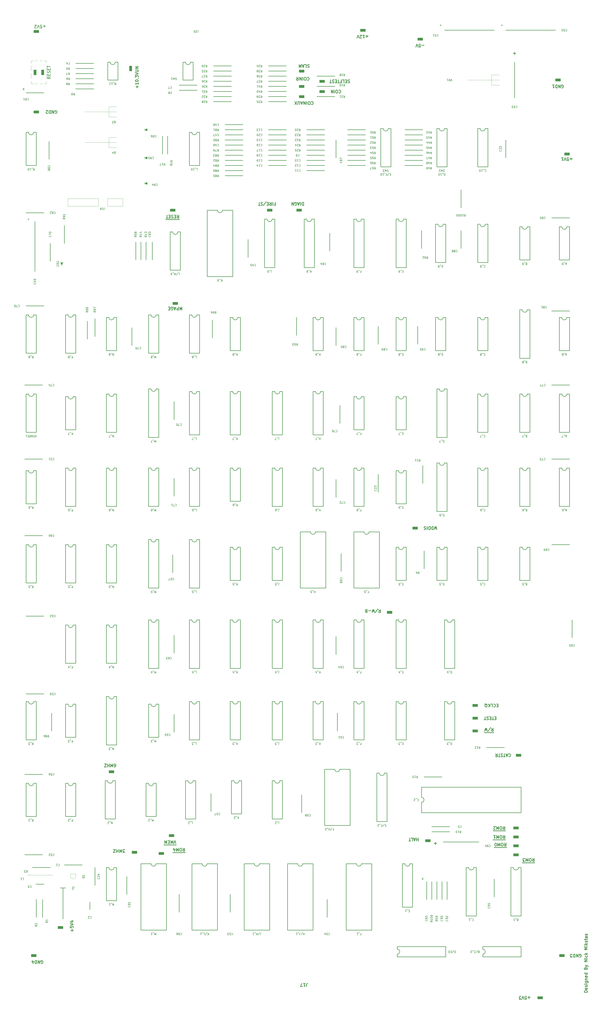
<source format=gbr>
G04 #@! TF.GenerationSoftware,KiCad,Pcbnew,(5.1.5)-3*
G04 #@! TF.CreationDate,2022-02-16T11:18:40-07:00*
G04 #@! TF.ProjectId,star_wars_arcade_main_pcb,73746172-5f77-4617-9273-5f6172636164,rev?*
G04 #@! TF.SameCoordinates,Original*
G04 #@! TF.FileFunction,Legend,Top*
G04 #@! TF.FilePolarity,Positive*
%FSLAX46Y46*%
G04 Gerber Fmt 4.6, Leading zero omitted, Abs format (unit mm)*
G04 Created by KiCad (PCBNEW (5.1.5)-3) date 2022-02-16 11:18:40*
%MOMM*%
%LPD*%
G04 APERTURE LIST*
%ADD10C,0.150000*%
%ADD11C,0.254000*%
%ADD12C,0.304800*%
%ADD13C,0.300000*%
%ADD14C,0.120000*%
%ADD15C,0.100000*%
G04 APERTURE END LIST*
D10*
X232148095Y-476702380D02*
X232148095Y-475702380D01*
X232719523Y-476702380D02*
X232290952Y-476130952D01*
X232719523Y-475702380D02*
X232148095Y-476273809D01*
D11*
X278130000Y-87630000D02*
X278130000Y-69850000D01*
X260350000Y-457835000D02*
X242570000Y-457835000D01*
X54610000Y-480695000D02*
X52070000Y-480695000D01*
X53340000Y-480695000D02*
X53340000Y-496189000D01*
X39751000Y-478790000D02*
X43815000Y-478790000D01*
X66675000Y-491490000D02*
X66675000Y-487680000D01*
D12*
X314379428Y-532638000D02*
X312855428Y-532638000D01*
X312855428Y-532275142D01*
X312928000Y-532057428D01*
X313073142Y-531912285D01*
X313218285Y-531839714D01*
X313508571Y-531767142D01*
X313726285Y-531767142D01*
X314016571Y-531839714D01*
X314161714Y-531912285D01*
X314306857Y-532057428D01*
X314379428Y-532275142D01*
X314379428Y-532638000D01*
X314306857Y-530533428D02*
X314379428Y-530678571D01*
X314379428Y-530968857D01*
X314306857Y-531114000D01*
X314161714Y-531186571D01*
X313581142Y-531186571D01*
X313436000Y-531114000D01*
X313363428Y-530968857D01*
X313363428Y-530678571D01*
X313436000Y-530533428D01*
X313581142Y-530460857D01*
X313726285Y-530460857D01*
X313871428Y-531186571D01*
X314306857Y-529880285D02*
X314379428Y-529735142D01*
X314379428Y-529444857D01*
X314306857Y-529299714D01*
X314161714Y-529227142D01*
X314089142Y-529227142D01*
X313944000Y-529299714D01*
X313871428Y-529444857D01*
X313871428Y-529662571D01*
X313798857Y-529807714D01*
X313653714Y-529880285D01*
X313581142Y-529880285D01*
X313436000Y-529807714D01*
X313363428Y-529662571D01*
X313363428Y-529444857D01*
X313436000Y-529299714D01*
X314379428Y-528574000D02*
X313363428Y-528574000D01*
X312855428Y-528574000D02*
X312928000Y-528646571D01*
X313000571Y-528574000D01*
X312928000Y-528501428D01*
X312855428Y-528574000D01*
X313000571Y-528574000D01*
X313363428Y-527195142D02*
X314597142Y-527195142D01*
X314742285Y-527267714D01*
X314814857Y-527340285D01*
X314887428Y-527485428D01*
X314887428Y-527703142D01*
X314814857Y-527848285D01*
X314306857Y-527195142D02*
X314379428Y-527340285D01*
X314379428Y-527630571D01*
X314306857Y-527775714D01*
X314234285Y-527848285D01*
X314089142Y-527920857D01*
X313653714Y-527920857D01*
X313508571Y-527848285D01*
X313436000Y-527775714D01*
X313363428Y-527630571D01*
X313363428Y-527340285D01*
X313436000Y-527195142D01*
X313363428Y-526469428D02*
X314379428Y-526469428D01*
X313508571Y-526469428D02*
X313436000Y-526396857D01*
X313363428Y-526251714D01*
X313363428Y-526034000D01*
X313436000Y-525888857D01*
X313581142Y-525816285D01*
X314379428Y-525816285D01*
X314306857Y-524510000D02*
X314379428Y-524655142D01*
X314379428Y-524945428D01*
X314306857Y-525090571D01*
X314161714Y-525163142D01*
X313581142Y-525163142D01*
X313436000Y-525090571D01*
X313363428Y-524945428D01*
X313363428Y-524655142D01*
X313436000Y-524510000D01*
X313581142Y-524437428D01*
X313726285Y-524437428D01*
X313871428Y-525163142D01*
X314379428Y-523131142D02*
X312855428Y-523131142D01*
X314306857Y-523131142D02*
X314379428Y-523276285D01*
X314379428Y-523566571D01*
X314306857Y-523711714D01*
X314234285Y-523784285D01*
X314089142Y-523856857D01*
X313653714Y-523856857D01*
X313508571Y-523784285D01*
X313436000Y-523711714D01*
X313363428Y-523566571D01*
X313363428Y-523276285D01*
X313436000Y-523131142D01*
X313581142Y-520736285D02*
X313653714Y-520518571D01*
X313726285Y-520446000D01*
X313871428Y-520373428D01*
X314089142Y-520373428D01*
X314234285Y-520446000D01*
X314306857Y-520518571D01*
X314379428Y-520663714D01*
X314379428Y-521244285D01*
X312855428Y-521244285D01*
X312855428Y-520736285D01*
X312928000Y-520591142D01*
X313000571Y-520518571D01*
X313145714Y-520446000D01*
X313290857Y-520446000D01*
X313436000Y-520518571D01*
X313508571Y-520591142D01*
X313581142Y-520736285D01*
X313581142Y-521244285D01*
X313363428Y-519865428D02*
X314379428Y-519502571D01*
X313363428Y-519139714D02*
X314379428Y-519502571D01*
X314742285Y-519647714D01*
X314814857Y-519720285D01*
X314887428Y-519865428D01*
X314379428Y-517398000D02*
X312855428Y-517398000D01*
X314379428Y-516527142D01*
X312855428Y-516527142D01*
X314379428Y-515801428D02*
X313363428Y-515801428D01*
X312855428Y-515801428D02*
X312928000Y-515874000D01*
X313000571Y-515801428D01*
X312928000Y-515728857D01*
X312855428Y-515801428D01*
X313000571Y-515801428D01*
X314306857Y-514422571D02*
X314379428Y-514567714D01*
X314379428Y-514858000D01*
X314306857Y-515003142D01*
X314234285Y-515075714D01*
X314089142Y-515148285D01*
X313653714Y-515148285D01*
X313508571Y-515075714D01*
X313436000Y-515003142D01*
X313363428Y-514858000D01*
X313363428Y-514567714D01*
X313436000Y-514422571D01*
X314379428Y-513769428D02*
X312855428Y-513769428D01*
X313798857Y-513624285D02*
X314379428Y-513188857D01*
X313363428Y-513188857D02*
X313944000Y-513769428D01*
X314379428Y-511374571D02*
X312855428Y-511374571D01*
X313944000Y-510866571D01*
X312855428Y-510358571D01*
X314379428Y-510358571D01*
X314379428Y-509632857D02*
X313363428Y-509632857D01*
X312855428Y-509632857D02*
X312928000Y-509705428D01*
X313000571Y-509632857D01*
X312928000Y-509560285D01*
X312855428Y-509632857D01*
X313000571Y-509632857D01*
X314379428Y-508907142D02*
X312855428Y-508907142D01*
X313798857Y-508762000D02*
X314379428Y-508326571D01*
X313363428Y-508326571D02*
X313944000Y-508907142D01*
X314306857Y-507746000D02*
X314379428Y-507600857D01*
X314379428Y-507310571D01*
X314306857Y-507165428D01*
X314161714Y-507092857D01*
X314089142Y-507092857D01*
X313944000Y-507165428D01*
X313871428Y-507310571D01*
X313871428Y-507528285D01*
X313798857Y-507673428D01*
X313653714Y-507746000D01*
X313581142Y-507746000D01*
X313436000Y-507673428D01*
X313363428Y-507528285D01*
X313363428Y-507310571D01*
X313436000Y-507165428D01*
X313363428Y-506657428D02*
X313363428Y-506076857D01*
X312855428Y-506439714D02*
X314161714Y-506439714D01*
X314306857Y-506367142D01*
X314379428Y-506222000D01*
X314379428Y-506076857D01*
X314379428Y-504915714D02*
X313581142Y-504915714D01*
X313436000Y-504988285D01*
X313363428Y-505133428D01*
X313363428Y-505423714D01*
X313436000Y-505568857D01*
X314306857Y-504915714D02*
X314379428Y-505060857D01*
X314379428Y-505423714D01*
X314306857Y-505568857D01*
X314161714Y-505641428D01*
X314016571Y-505641428D01*
X313871428Y-505568857D01*
X313798857Y-505423714D01*
X313798857Y-505060857D01*
X313726285Y-504915714D01*
X314306857Y-504262571D02*
X314379428Y-504117428D01*
X314379428Y-503827142D01*
X314306857Y-503682000D01*
X314161714Y-503609428D01*
X314089142Y-503609428D01*
X313944000Y-503682000D01*
X313871428Y-503827142D01*
X313871428Y-504044857D01*
X313798857Y-504190000D01*
X313653714Y-504262571D01*
X313581142Y-504262571D01*
X313436000Y-504190000D01*
X313363428Y-504044857D01*
X313363428Y-503827142D01*
X313436000Y-503682000D01*
D13*
X275200714Y-414119285D02*
X275272142Y-414047857D01*
X275486428Y-413976428D01*
X275629285Y-413976428D01*
X275843571Y-414047857D01*
X275986428Y-414190714D01*
X276057857Y-414333571D01*
X276129285Y-414619285D01*
X276129285Y-414833571D01*
X276057857Y-415119285D01*
X275986428Y-415262142D01*
X275843571Y-415405000D01*
X275629285Y-415476428D01*
X275486428Y-415476428D01*
X275272142Y-415405000D01*
X275200714Y-415333571D01*
X274629285Y-414405000D02*
X273915000Y-414405000D01*
X274772142Y-413976428D02*
X274272142Y-415476428D01*
X273772142Y-413976428D01*
X273486428Y-415476428D02*
X272629285Y-415476428D01*
X273057857Y-413976428D02*
X273057857Y-415476428D01*
X272200714Y-414047857D02*
X271986428Y-413976428D01*
X271629285Y-413976428D01*
X271486428Y-414047857D01*
X271415000Y-414119285D01*
X271343571Y-414262142D01*
X271343571Y-414405000D01*
X271415000Y-414547857D01*
X271486428Y-414619285D01*
X271629285Y-414690714D01*
X271915000Y-414762142D01*
X272057857Y-414833571D01*
X272129285Y-414905000D01*
X272200714Y-415047857D01*
X272200714Y-415190714D01*
X272129285Y-415333571D01*
X272057857Y-415405000D01*
X271915000Y-415476428D01*
X271557857Y-415476428D01*
X271343571Y-415405000D01*
X270915000Y-415476428D02*
X270057857Y-415476428D01*
X270486428Y-413976428D02*
X270486428Y-415476428D01*
X268700714Y-413976428D02*
X269200714Y-414690714D01*
X269557857Y-413976428D02*
X269557857Y-415476428D01*
X268986428Y-415476428D01*
X268843571Y-415405000D01*
X268772142Y-415333571D01*
X268700714Y-415190714D01*
X268700714Y-414976428D01*
X268772142Y-414833571D01*
X268843571Y-414762142D01*
X268986428Y-414690714D01*
X269557857Y-414690714D01*
X57892142Y-502387857D02*
X57892142Y-501245000D01*
X58463571Y-501816428D02*
X57320714Y-501816428D01*
X56963571Y-499816428D02*
X56963571Y-500530714D01*
X57677857Y-500602142D01*
X57606428Y-500530714D01*
X57535000Y-500387857D01*
X57535000Y-500030714D01*
X57606428Y-499887857D01*
X57677857Y-499816428D01*
X57820714Y-499745000D01*
X58177857Y-499745000D01*
X58320714Y-499816428D01*
X58392142Y-499887857D01*
X58463571Y-500030714D01*
X58463571Y-500387857D01*
X58392142Y-500530714D01*
X58320714Y-500602142D01*
X56963571Y-499316428D02*
X58463571Y-498816428D01*
X56963571Y-498316428D01*
X57463571Y-497173571D02*
X58463571Y-497173571D01*
X56892142Y-497530714D02*
X57963571Y-497887857D01*
X57963571Y-496959285D01*
X42497142Y-518275000D02*
X42640000Y-518346428D01*
X42854285Y-518346428D01*
X43068571Y-518275000D01*
X43211428Y-518132142D01*
X43282857Y-517989285D01*
X43354285Y-517703571D01*
X43354285Y-517489285D01*
X43282857Y-517203571D01*
X43211428Y-517060714D01*
X43068571Y-516917857D01*
X42854285Y-516846428D01*
X42711428Y-516846428D01*
X42497142Y-516917857D01*
X42425714Y-516989285D01*
X42425714Y-517489285D01*
X42711428Y-517489285D01*
X41782857Y-516846428D02*
X41782857Y-518346428D01*
X40925714Y-516846428D01*
X40925714Y-518346428D01*
X40211428Y-516846428D02*
X40211428Y-518346428D01*
X39854285Y-518346428D01*
X39640000Y-518275000D01*
X39497142Y-518132142D01*
X39425714Y-517989285D01*
X39354285Y-517703571D01*
X39354285Y-517489285D01*
X39425714Y-517203571D01*
X39497142Y-517060714D01*
X39640000Y-516917857D01*
X39854285Y-516846428D01*
X40211428Y-516846428D01*
X38068571Y-517846428D02*
X38068571Y-516846428D01*
X38425714Y-518417857D02*
X38782857Y-517346428D01*
X37854285Y-517346428D01*
X84137142Y-463101428D02*
X83208571Y-463101428D01*
X83708571Y-462530000D01*
X83494285Y-462530000D01*
X83351428Y-462458571D01*
X83280000Y-462387142D01*
X83208571Y-462244285D01*
X83208571Y-461887142D01*
X83280000Y-461744285D01*
X83351428Y-461672857D01*
X83494285Y-461601428D01*
X83922857Y-461601428D01*
X84065714Y-461672857D01*
X84137142Y-461744285D01*
X82565714Y-461601428D02*
X82565714Y-463101428D01*
X82065714Y-462030000D01*
X81565714Y-463101428D01*
X81565714Y-461601428D01*
X80851428Y-461601428D02*
X80851428Y-463101428D01*
X80851428Y-462387142D02*
X79994285Y-462387142D01*
X79994285Y-461601428D02*
X79994285Y-463101428D01*
X79422857Y-463101428D02*
X78422857Y-463101428D01*
X79422857Y-461601428D01*
X78422857Y-461601428D01*
X114232142Y-463115000D02*
X112732142Y-463115000D01*
X113017857Y-460966428D02*
X113517857Y-461680714D01*
X113875000Y-460966428D02*
X113875000Y-462466428D01*
X113303571Y-462466428D01*
X113160714Y-462395000D01*
X113089285Y-462323571D01*
X113017857Y-462180714D01*
X113017857Y-461966428D01*
X113089285Y-461823571D01*
X113160714Y-461752142D01*
X113303571Y-461680714D01*
X113875000Y-461680714D01*
X112732142Y-463115000D02*
X111160714Y-463115000D01*
X112089285Y-462466428D02*
X111803571Y-462466428D01*
X111660714Y-462395000D01*
X111517857Y-462252142D01*
X111446428Y-461966428D01*
X111446428Y-461466428D01*
X111517857Y-461180714D01*
X111660714Y-461037857D01*
X111803571Y-460966428D01*
X112089285Y-460966428D01*
X112232142Y-461037857D01*
X112375000Y-461180714D01*
X112446428Y-461466428D01*
X112446428Y-461966428D01*
X112375000Y-462252142D01*
X112232142Y-462395000D01*
X112089285Y-462466428D01*
X111160714Y-463115000D02*
X109446428Y-463115000D01*
X110803571Y-460966428D02*
X110803571Y-462466428D01*
X110303571Y-461395000D01*
X109803571Y-462466428D01*
X109803571Y-460966428D01*
X109446428Y-463115000D02*
X108017857Y-463115000D01*
X108446428Y-461966428D02*
X108446428Y-460966428D01*
X108803571Y-462537857D02*
X109160714Y-461466428D01*
X108232142Y-461466428D01*
X109715714Y-459305000D02*
X108430000Y-459305000D01*
X109572857Y-458656428D02*
X109072857Y-457156428D01*
X108572857Y-458656428D01*
X108430000Y-459305000D02*
X106715714Y-459305000D01*
X108072857Y-457156428D02*
X108072857Y-458656428D01*
X107572857Y-457585000D01*
X107072857Y-458656428D01*
X107072857Y-457156428D01*
X106715714Y-459305000D02*
X105358571Y-459305000D01*
X106358571Y-457942142D02*
X105858571Y-457942142D01*
X105644285Y-457156428D02*
X106358571Y-457156428D01*
X106358571Y-458656428D01*
X105644285Y-458656428D01*
X105358571Y-459305000D02*
X103644285Y-459305000D01*
X105001428Y-457156428D02*
X105001428Y-458656428D01*
X104501428Y-457585000D01*
X104001428Y-458656428D01*
X104001428Y-457156428D01*
X78906428Y-420556428D02*
X79192142Y-420556428D01*
X79335000Y-420485000D01*
X79406428Y-420413571D01*
X79549285Y-420199285D01*
X79620714Y-419913571D01*
X79620714Y-419342142D01*
X79549285Y-419199285D01*
X79477857Y-419127857D01*
X79335000Y-419056428D01*
X79049285Y-419056428D01*
X78906428Y-419127857D01*
X78835000Y-419199285D01*
X78763571Y-419342142D01*
X78763571Y-419699285D01*
X78835000Y-419842142D01*
X78906428Y-419913571D01*
X79049285Y-419985000D01*
X79335000Y-419985000D01*
X79477857Y-419913571D01*
X79549285Y-419842142D01*
X79620714Y-419699285D01*
X78120714Y-419056428D02*
X78120714Y-420556428D01*
X77620714Y-419485000D01*
X77120714Y-420556428D01*
X77120714Y-419056428D01*
X76406428Y-419056428D02*
X76406428Y-420556428D01*
X76406428Y-419842142D02*
X75549285Y-419842142D01*
X75549285Y-419056428D02*
X75549285Y-420556428D01*
X74977857Y-420556428D02*
X73977857Y-420556428D01*
X74977857Y-419056428D01*
X73977857Y-419056428D01*
X230215000Y-455886428D02*
X230215000Y-457386428D01*
X230215000Y-456672142D02*
X229357857Y-456672142D01*
X229357857Y-455886428D02*
X229357857Y-457386428D01*
X228715000Y-456315000D02*
X228000714Y-456315000D01*
X228857857Y-455886428D02*
X228357857Y-457386428D01*
X227857857Y-455886428D01*
X226643571Y-455886428D02*
X227357857Y-455886428D01*
X227357857Y-457386428D01*
X226357857Y-457386428D02*
X225500714Y-457386428D01*
X225929285Y-455886428D02*
X225929285Y-457386428D01*
X174569285Y-529776428D02*
X174569285Y-528705000D01*
X174640714Y-528490714D01*
X174783571Y-528347857D01*
X174997857Y-528276428D01*
X175140714Y-528276428D01*
X173069285Y-528276428D02*
X173926428Y-528276428D01*
X173497857Y-528276428D02*
X173497857Y-529776428D01*
X173640714Y-529562142D01*
X173783571Y-529419285D01*
X173926428Y-529347857D01*
X172569285Y-529776428D02*
X171569285Y-529776428D01*
X172212142Y-528276428D01*
X285852857Y-535197857D02*
X284710000Y-535197857D01*
X285281428Y-534626428D02*
X285281428Y-535769285D01*
X283281428Y-536126428D02*
X283995714Y-536126428D01*
X284067142Y-535412142D01*
X283995714Y-535483571D01*
X283852857Y-535555000D01*
X283495714Y-535555000D01*
X283352857Y-535483571D01*
X283281428Y-535412142D01*
X283210000Y-535269285D01*
X283210000Y-534912142D01*
X283281428Y-534769285D01*
X283352857Y-534697857D01*
X283495714Y-534626428D01*
X283852857Y-534626428D01*
X283995714Y-534697857D01*
X284067142Y-534769285D01*
X282781428Y-536126428D02*
X282281428Y-534626428D01*
X281781428Y-536126428D01*
X281424285Y-536126428D02*
X280495714Y-536126428D01*
X280995714Y-535555000D01*
X280781428Y-535555000D01*
X280638571Y-535483571D01*
X280567142Y-535412142D01*
X280495714Y-535269285D01*
X280495714Y-534912142D01*
X280567142Y-534769285D01*
X280638571Y-534697857D01*
X280781428Y-534626428D01*
X281210000Y-534626428D01*
X281352857Y-534697857D01*
X281424285Y-534769285D01*
X310467142Y-515100000D02*
X310610000Y-515171428D01*
X310824285Y-515171428D01*
X311038571Y-515100000D01*
X311181428Y-514957142D01*
X311252857Y-514814285D01*
X311324285Y-514528571D01*
X311324285Y-514314285D01*
X311252857Y-514028571D01*
X311181428Y-513885714D01*
X311038571Y-513742857D01*
X310824285Y-513671428D01*
X310681428Y-513671428D01*
X310467142Y-513742857D01*
X310395714Y-513814285D01*
X310395714Y-514314285D01*
X310681428Y-514314285D01*
X309752857Y-513671428D02*
X309752857Y-515171428D01*
X308895714Y-513671428D01*
X308895714Y-515171428D01*
X308181428Y-513671428D02*
X308181428Y-515171428D01*
X307824285Y-515171428D01*
X307610000Y-515100000D01*
X307467142Y-514957142D01*
X307395714Y-514814285D01*
X307324285Y-514528571D01*
X307324285Y-514314285D01*
X307395714Y-514028571D01*
X307467142Y-513885714D01*
X307610000Y-513742857D01*
X307824285Y-513671428D01*
X308181428Y-513671428D01*
X306824285Y-515171428D02*
X305895714Y-515171428D01*
X306395714Y-514600000D01*
X306181428Y-514600000D01*
X306038571Y-514528571D01*
X305967142Y-514457142D01*
X305895714Y-514314285D01*
X305895714Y-513957142D01*
X305967142Y-513814285D01*
X306038571Y-513742857D01*
X306181428Y-513671428D01*
X306610000Y-513671428D01*
X306752857Y-513742857D01*
X306824285Y-513814285D01*
X288222142Y-468195000D02*
X286722142Y-468195000D01*
X287007857Y-466046428D02*
X287507857Y-466760714D01*
X287865000Y-466046428D02*
X287865000Y-467546428D01*
X287293571Y-467546428D01*
X287150714Y-467475000D01*
X287079285Y-467403571D01*
X287007857Y-467260714D01*
X287007857Y-467046428D01*
X287079285Y-466903571D01*
X287150714Y-466832142D01*
X287293571Y-466760714D01*
X287865000Y-466760714D01*
X286722142Y-468195000D02*
X285150714Y-468195000D01*
X286079285Y-467546428D02*
X285793571Y-467546428D01*
X285650714Y-467475000D01*
X285507857Y-467332142D01*
X285436428Y-467046428D01*
X285436428Y-466546428D01*
X285507857Y-466260714D01*
X285650714Y-466117857D01*
X285793571Y-466046428D01*
X286079285Y-466046428D01*
X286222142Y-466117857D01*
X286365000Y-466260714D01*
X286436428Y-466546428D01*
X286436428Y-467046428D01*
X286365000Y-467332142D01*
X286222142Y-467475000D01*
X286079285Y-467546428D01*
X285150714Y-468195000D02*
X283436428Y-468195000D01*
X284793571Y-466046428D02*
X284793571Y-467546428D01*
X284293571Y-466475000D01*
X283793571Y-467546428D01*
X283793571Y-466046428D01*
X283436428Y-468195000D02*
X282007857Y-468195000D01*
X283222142Y-467546428D02*
X282293571Y-467546428D01*
X282793571Y-466975000D01*
X282579285Y-466975000D01*
X282436428Y-466903571D01*
X282365000Y-466832142D01*
X282293571Y-466689285D01*
X282293571Y-466332142D01*
X282365000Y-466189285D01*
X282436428Y-466117857D01*
X282579285Y-466046428D01*
X283007857Y-466046428D01*
X283150714Y-466117857D01*
X283222142Y-466189285D01*
X274252142Y-460575000D02*
X272752142Y-460575000D01*
X273037857Y-458426428D02*
X273537857Y-459140714D01*
X273895000Y-458426428D02*
X273895000Y-459926428D01*
X273323571Y-459926428D01*
X273180714Y-459855000D01*
X273109285Y-459783571D01*
X273037857Y-459640714D01*
X273037857Y-459426428D01*
X273109285Y-459283571D01*
X273180714Y-459212142D01*
X273323571Y-459140714D01*
X273895000Y-459140714D01*
X272752142Y-460575000D02*
X271180714Y-460575000D01*
X272109285Y-459926428D02*
X271823571Y-459926428D01*
X271680714Y-459855000D01*
X271537857Y-459712142D01*
X271466428Y-459426428D01*
X271466428Y-458926428D01*
X271537857Y-458640714D01*
X271680714Y-458497857D01*
X271823571Y-458426428D01*
X272109285Y-458426428D01*
X272252142Y-458497857D01*
X272395000Y-458640714D01*
X272466428Y-458926428D01*
X272466428Y-459426428D01*
X272395000Y-459712142D01*
X272252142Y-459855000D01*
X272109285Y-459926428D01*
X271180714Y-460575000D02*
X269466428Y-460575000D01*
X270823571Y-458426428D02*
X270823571Y-459926428D01*
X270323571Y-458855000D01*
X269823571Y-459926428D01*
X269823571Y-458426428D01*
X269466428Y-460575000D02*
X268037857Y-460575000D01*
X268823571Y-459926428D02*
X268680714Y-459926428D01*
X268537857Y-459855000D01*
X268466428Y-459783571D01*
X268395000Y-459640714D01*
X268323571Y-459355000D01*
X268323571Y-458997857D01*
X268395000Y-458712142D01*
X268466428Y-458569285D01*
X268537857Y-458497857D01*
X268680714Y-458426428D01*
X268823571Y-458426428D01*
X268966428Y-458497857D01*
X269037857Y-458569285D01*
X269109285Y-458712142D01*
X269180714Y-458997857D01*
X269180714Y-459355000D01*
X269109285Y-459640714D01*
X269037857Y-459783571D01*
X268966428Y-459855000D01*
X268823571Y-459926428D01*
X273617142Y-456765000D02*
X272117142Y-456765000D01*
X272402857Y-454616428D02*
X272902857Y-455330714D01*
X273260000Y-454616428D02*
X273260000Y-456116428D01*
X272688571Y-456116428D01*
X272545714Y-456045000D01*
X272474285Y-455973571D01*
X272402857Y-455830714D01*
X272402857Y-455616428D01*
X272474285Y-455473571D01*
X272545714Y-455402142D01*
X272688571Y-455330714D01*
X273260000Y-455330714D01*
X272117142Y-456765000D02*
X270545714Y-456765000D01*
X271474285Y-456116428D02*
X271188571Y-456116428D01*
X271045714Y-456045000D01*
X270902857Y-455902142D01*
X270831428Y-455616428D01*
X270831428Y-455116428D01*
X270902857Y-454830714D01*
X271045714Y-454687857D01*
X271188571Y-454616428D01*
X271474285Y-454616428D01*
X271617142Y-454687857D01*
X271760000Y-454830714D01*
X271831428Y-455116428D01*
X271831428Y-455616428D01*
X271760000Y-455902142D01*
X271617142Y-456045000D01*
X271474285Y-456116428D01*
X270545714Y-456765000D02*
X268831428Y-456765000D01*
X270188571Y-454616428D02*
X270188571Y-456116428D01*
X269688571Y-455045000D01*
X269188571Y-456116428D01*
X269188571Y-454616428D01*
X268831428Y-456765000D02*
X267402857Y-456765000D01*
X267688571Y-454616428D02*
X268545714Y-454616428D01*
X268117142Y-454616428D02*
X268117142Y-456116428D01*
X268260000Y-455902142D01*
X268402857Y-455759285D01*
X268545714Y-455687857D01*
X273617142Y-452320000D02*
X272117142Y-452320000D01*
X272402857Y-450171428D02*
X272902857Y-450885714D01*
X273260000Y-450171428D02*
X273260000Y-451671428D01*
X272688571Y-451671428D01*
X272545714Y-451600000D01*
X272474285Y-451528571D01*
X272402857Y-451385714D01*
X272402857Y-451171428D01*
X272474285Y-451028571D01*
X272545714Y-450957142D01*
X272688571Y-450885714D01*
X273260000Y-450885714D01*
X272117142Y-452320000D02*
X270545714Y-452320000D01*
X271474285Y-451671428D02*
X271188571Y-451671428D01*
X271045714Y-451600000D01*
X270902857Y-451457142D01*
X270831428Y-451171428D01*
X270831428Y-450671428D01*
X270902857Y-450385714D01*
X271045714Y-450242857D01*
X271188571Y-450171428D01*
X271474285Y-450171428D01*
X271617142Y-450242857D01*
X271760000Y-450385714D01*
X271831428Y-450671428D01*
X271831428Y-451171428D01*
X271760000Y-451457142D01*
X271617142Y-451600000D01*
X271474285Y-451671428D01*
X270545714Y-452320000D02*
X268831428Y-452320000D01*
X270188571Y-450171428D02*
X270188571Y-451671428D01*
X269688571Y-450600000D01*
X269188571Y-451671428D01*
X269188571Y-450171428D01*
X268831428Y-452320000D02*
X267402857Y-452320000D01*
X268545714Y-451528571D02*
X268474285Y-451600000D01*
X268331428Y-451671428D01*
X267974285Y-451671428D01*
X267831428Y-451600000D01*
X267760000Y-451528571D01*
X267688571Y-451385714D01*
X267688571Y-451242857D01*
X267760000Y-451028571D01*
X268617142Y-450171428D01*
X267688571Y-450171428D01*
X267822857Y-403425000D02*
X266322857Y-403425000D01*
X266608571Y-401276428D02*
X267108571Y-401990714D01*
X267465714Y-401276428D02*
X267465714Y-402776428D01*
X266894285Y-402776428D01*
X266751428Y-402705000D01*
X266680000Y-402633571D01*
X266608571Y-402490714D01*
X266608571Y-402276428D01*
X266680000Y-402133571D01*
X266751428Y-402062142D01*
X266894285Y-401990714D01*
X267465714Y-401990714D01*
X266322857Y-403425000D02*
X264751428Y-403425000D01*
X264894285Y-402847857D02*
X266180000Y-400919285D01*
X264751428Y-403425000D02*
X263037142Y-403425000D01*
X264537142Y-402776428D02*
X264180000Y-401276428D01*
X263894285Y-402347857D01*
X263608571Y-401276428D01*
X263251428Y-402776428D01*
X268922142Y-396347142D02*
X268422142Y-396347142D01*
X268207857Y-395561428D02*
X268922142Y-395561428D01*
X268922142Y-397061428D01*
X268207857Y-397061428D01*
X267779285Y-397061428D02*
X266922142Y-397061428D01*
X267350714Y-395561428D02*
X267350714Y-397061428D01*
X266422142Y-396347142D02*
X265922142Y-396347142D01*
X265707857Y-395561428D02*
X266422142Y-395561428D01*
X266422142Y-397061428D01*
X265707857Y-397061428D01*
X265136428Y-395632857D02*
X264922142Y-395561428D01*
X264565000Y-395561428D01*
X264422142Y-395632857D01*
X264350714Y-395704285D01*
X264279285Y-395847142D01*
X264279285Y-395990000D01*
X264350714Y-396132857D01*
X264422142Y-396204285D01*
X264565000Y-396275714D01*
X264850714Y-396347142D01*
X264993571Y-396418571D01*
X265065000Y-396490000D01*
X265136428Y-396632857D01*
X265136428Y-396775714D01*
X265065000Y-396918571D01*
X264993571Y-396990000D01*
X264850714Y-397061428D01*
X264493571Y-397061428D01*
X264279285Y-396990000D01*
X263850714Y-397061428D02*
X262993571Y-397061428D01*
X263422142Y-395561428D02*
X263422142Y-397061428D01*
X269914285Y-389997142D02*
X269414285Y-389997142D01*
X269200000Y-389211428D02*
X269914285Y-389211428D01*
X269914285Y-390711428D01*
X269200000Y-390711428D01*
X267700000Y-389354285D02*
X267771428Y-389282857D01*
X267985714Y-389211428D01*
X268128571Y-389211428D01*
X268342857Y-389282857D01*
X268485714Y-389425714D01*
X268557142Y-389568571D01*
X268628571Y-389854285D01*
X268628571Y-390068571D01*
X268557142Y-390354285D01*
X268485714Y-390497142D01*
X268342857Y-390640000D01*
X268128571Y-390711428D01*
X267985714Y-390711428D01*
X267771428Y-390640000D01*
X267700000Y-390568571D01*
X266342857Y-389211428D02*
X267057142Y-389211428D01*
X267057142Y-390711428D01*
X265842857Y-389211428D02*
X265842857Y-390711428D01*
X264985714Y-389211428D02*
X265628571Y-390068571D01*
X264985714Y-390711428D02*
X265842857Y-389854285D01*
X263342857Y-389068571D02*
X263485714Y-389140000D01*
X263628571Y-389282857D01*
X263842857Y-389497142D01*
X263985714Y-389568571D01*
X264128571Y-389568571D01*
X264057142Y-389211428D02*
X264200000Y-389282857D01*
X264342857Y-389425714D01*
X264414285Y-389711428D01*
X264414285Y-390211428D01*
X264342857Y-390497142D01*
X264200000Y-390640000D01*
X264057142Y-390711428D01*
X263771428Y-390711428D01*
X263628571Y-390640000D01*
X263485714Y-390497142D01*
X263414285Y-390211428D01*
X263414285Y-389711428D01*
X263485714Y-389425714D01*
X263628571Y-389282857D01*
X263771428Y-389211428D01*
X264057142Y-389211428D01*
X210502142Y-342221428D02*
X211002142Y-342935714D01*
X211359285Y-342221428D02*
X211359285Y-343721428D01*
X210787857Y-343721428D01*
X210645000Y-343650000D01*
X210573571Y-343578571D01*
X210502142Y-343435714D01*
X210502142Y-343221428D01*
X210573571Y-343078571D01*
X210645000Y-343007142D01*
X210787857Y-342935714D01*
X211359285Y-342935714D01*
X208787857Y-343792857D02*
X210073571Y-341864285D01*
X208430714Y-343721428D02*
X208073571Y-342221428D01*
X207787857Y-343292857D01*
X207502142Y-342221428D01*
X207145000Y-343721428D01*
X206573571Y-342792857D02*
X205430714Y-342792857D01*
X204216428Y-343007142D02*
X204002142Y-342935714D01*
X203930714Y-342864285D01*
X203859285Y-342721428D01*
X203859285Y-342507142D01*
X203930714Y-342364285D01*
X204002142Y-342292857D01*
X204145000Y-342221428D01*
X204716428Y-342221428D01*
X204716428Y-343721428D01*
X204216428Y-343721428D01*
X204073571Y-343650000D01*
X204002142Y-343578571D01*
X203930714Y-343435714D01*
X203930714Y-343292857D01*
X204002142Y-343150000D01*
X204073571Y-343078571D01*
X204216428Y-343007142D01*
X204716428Y-343007142D01*
X239434285Y-302446428D02*
X239077142Y-300946428D01*
X238791428Y-302017857D01*
X238505714Y-300946428D01*
X238148571Y-302446428D01*
X237577142Y-300946428D02*
X237577142Y-302446428D01*
X237220000Y-302446428D01*
X237005714Y-302375000D01*
X236862857Y-302232142D01*
X236791428Y-302089285D01*
X236720000Y-301803571D01*
X236720000Y-301589285D01*
X236791428Y-301303571D01*
X236862857Y-301160714D01*
X237005714Y-301017857D01*
X237220000Y-300946428D01*
X237577142Y-300946428D01*
X236077142Y-300946428D02*
X236077142Y-302446428D01*
X235720000Y-302446428D01*
X235505714Y-302375000D01*
X235362857Y-302232142D01*
X235291428Y-302089285D01*
X235220000Y-301803571D01*
X235220000Y-301589285D01*
X235291428Y-301303571D01*
X235362857Y-301160714D01*
X235505714Y-301017857D01*
X235720000Y-300946428D01*
X236077142Y-300946428D01*
X234577142Y-300946428D02*
X234577142Y-302446428D01*
X233934285Y-301017857D02*
X233720000Y-300946428D01*
X233362857Y-300946428D01*
X233220000Y-301017857D01*
X233148571Y-301089285D01*
X233077142Y-301232142D01*
X233077142Y-301375000D01*
X233148571Y-301517857D01*
X233220000Y-301589285D01*
X233362857Y-301660714D01*
X233648571Y-301732142D01*
X233791428Y-301803571D01*
X233862857Y-301875000D01*
X233934285Y-302017857D01*
X233934285Y-302160714D01*
X233862857Y-302303571D01*
X233791428Y-302375000D01*
X233648571Y-302446428D01*
X233291428Y-302446428D01*
X233077142Y-302375000D01*
X112541428Y-191726428D02*
X112541428Y-193226428D01*
X112041428Y-192155000D01*
X111541428Y-193226428D01*
X111541428Y-191726428D01*
X110827142Y-191726428D02*
X110827142Y-193226428D01*
X110255714Y-193226428D01*
X110112857Y-193155000D01*
X110041428Y-193083571D01*
X109970000Y-192940714D01*
X109970000Y-192726428D01*
X110041428Y-192583571D01*
X110112857Y-192512142D01*
X110255714Y-192440714D01*
X110827142Y-192440714D01*
X109398571Y-192155000D02*
X108684285Y-192155000D01*
X109541428Y-191726428D02*
X109041428Y-193226428D01*
X108541428Y-191726428D01*
X107255714Y-193155000D02*
X107398571Y-193226428D01*
X107612857Y-193226428D01*
X107827142Y-193155000D01*
X107970000Y-193012142D01*
X108041428Y-192869285D01*
X108112857Y-192583571D01*
X108112857Y-192369285D01*
X108041428Y-192083571D01*
X107970000Y-191940714D01*
X107827142Y-191797857D01*
X107612857Y-191726428D01*
X107470000Y-191726428D01*
X107255714Y-191797857D01*
X107184285Y-191869285D01*
X107184285Y-192369285D01*
X107470000Y-192369285D01*
X106541428Y-192512142D02*
X106041428Y-192512142D01*
X105827142Y-191726428D02*
X106541428Y-191726428D01*
X106541428Y-193226428D01*
X105827142Y-193226428D01*
X173108571Y-139656428D02*
X173108571Y-141156428D01*
X172751428Y-141156428D01*
X172537142Y-141085000D01*
X172394285Y-140942142D01*
X172322857Y-140799285D01*
X172251428Y-140513571D01*
X172251428Y-140299285D01*
X172322857Y-140013571D01*
X172394285Y-139870714D01*
X172537142Y-139727857D01*
X172751428Y-139656428D01*
X173108571Y-139656428D01*
X171608571Y-139656428D02*
X171608571Y-141156428D01*
X170965714Y-140085000D02*
X170251428Y-140085000D01*
X171108571Y-139656428D02*
X170608571Y-141156428D01*
X170108571Y-139656428D01*
X168822857Y-141085000D02*
X168965714Y-141156428D01*
X169180000Y-141156428D01*
X169394285Y-141085000D01*
X169537142Y-140942142D01*
X169608571Y-140799285D01*
X169680000Y-140513571D01*
X169680000Y-140299285D01*
X169608571Y-140013571D01*
X169537142Y-139870714D01*
X169394285Y-139727857D01*
X169180000Y-139656428D01*
X169037142Y-139656428D01*
X168822857Y-139727857D01*
X168751428Y-139799285D01*
X168751428Y-140299285D01*
X169037142Y-140299285D01*
X168108571Y-139656428D02*
X168108571Y-141156428D01*
X167251428Y-139656428D01*
X167251428Y-141156428D01*
X158582857Y-140442142D02*
X159082857Y-140442142D01*
X159082857Y-139656428D02*
X159082857Y-141156428D01*
X158368571Y-141156428D01*
X157797142Y-139656428D02*
X157797142Y-141156428D01*
X156225714Y-139656428D02*
X156725714Y-140370714D01*
X157082857Y-139656428D02*
X157082857Y-141156428D01*
X156511428Y-141156428D01*
X156368571Y-141085000D01*
X156297142Y-141013571D01*
X156225714Y-140870714D01*
X156225714Y-140656428D01*
X156297142Y-140513571D01*
X156368571Y-140442142D01*
X156511428Y-140370714D01*
X157082857Y-140370714D01*
X155582857Y-140442142D02*
X155082857Y-140442142D01*
X154868571Y-139656428D02*
X155582857Y-139656428D01*
X155582857Y-141156428D01*
X154868571Y-141156428D01*
X153154285Y-141227857D02*
X154440000Y-139299285D01*
X152725714Y-139727857D02*
X152511428Y-139656428D01*
X152154285Y-139656428D01*
X152011428Y-139727857D01*
X151940000Y-139799285D01*
X151868571Y-139942142D01*
X151868571Y-140085000D01*
X151940000Y-140227857D01*
X152011428Y-140299285D01*
X152154285Y-140370714D01*
X152440000Y-140442142D01*
X152582857Y-140513571D01*
X152654285Y-140585000D01*
X152725714Y-140727857D01*
X152725714Y-140870714D01*
X152654285Y-141013571D01*
X152582857Y-141085000D01*
X152440000Y-141156428D01*
X152082857Y-141156428D01*
X151868571Y-141085000D01*
X151440000Y-141156428D02*
X150582857Y-141156428D01*
X151011428Y-139656428D02*
X151011428Y-141156428D01*
X111342857Y-148155000D02*
X109842857Y-148155000D01*
X110128571Y-146006428D02*
X110628571Y-146720714D01*
X110985714Y-146006428D02*
X110985714Y-147506428D01*
X110414285Y-147506428D01*
X110271428Y-147435000D01*
X110200000Y-147363571D01*
X110128571Y-147220714D01*
X110128571Y-147006428D01*
X110200000Y-146863571D01*
X110271428Y-146792142D01*
X110414285Y-146720714D01*
X110985714Y-146720714D01*
X109842857Y-148155000D02*
X108485714Y-148155000D01*
X109485714Y-146792142D02*
X108985714Y-146792142D01*
X108771428Y-146006428D02*
X109485714Y-146006428D01*
X109485714Y-147506428D01*
X108771428Y-147506428D01*
X108485714Y-148155000D02*
X107057142Y-148155000D01*
X108200000Y-146077857D02*
X107985714Y-146006428D01*
X107628571Y-146006428D01*
X107485714Y-146077857D01*
X107414285Y-146149285D01*
X107342857Y-146292142D01*
X107342857Y-146435000D01*
X107414285Y-146577857D01*
X107485714Y-146649285D01*
X107628571Y-146720714D01*
X107914285Y-146792142D01*
X108057142Y-146863571D01*
X108128571Y-146935000D01*
X108200000Y-147077857D01*
X108200000Y-147220714D01*
X108128571Y-147363571D01*
X108057142Y-147435000D01*
X107914285Y-147506428D01*
X107557142Y-147506428D01*
X107342857Y-147435000D01*
X107057142Y-148155000D02*
X105700000Y-148155000D01*
X106700000Y-146792142D02*
X106200000Y-146792142D01*
X105985714Y-146006428D02*
X106700000Y-146006428D01*
X106700000Y-147506428D01*
X105985714Y-147506428D01*
X105700000Y-148155000D02*
X104557142Y-148155000D01*
X105557142Y-147506428D02*
X104700000Y-147506428D01*
X105128571Y-146006428D02*
X105128571Y-147506428D01*
X239331428Y-458577142D02*
X238188571Y-458577142D01*
X238760000Y-459148571D02*
X238760000Y-458005714D01*
X277558571Y-65512142D02*
X278701428Y-65512142D01*
X278130000Y-66083571D02*
X278130000Y-64940714D01*
X49482142Y-95365000D02*
X49625000Y-95436428D01*
X49839285Y-95436428D01*
X50053571Y-95365000D01*
X50196428Y-95222142D01*
X50267857Y-95079285D01*
X50339285Y-94793571D01*
X50339285Y-94579285D01*
X50267857Y-94293571D01*
X50196428Y-94150714D01*
X50053571Y-94007857D01*
X49839285Y-93936428D01*
X49696428Y-93936428D01*
X49482142Y-94007857D01*
X49410714Y-94079285D01*
X49410714Y-94579285D01*
X49696428Y-94579285D01*
X48767857Y-93936428D02*
X48767857Y-95436428D01*
X47910714Y-93936428D01*
X47910714Y-95436428D01*
X47196428Y-93936428D02*
X47196428Y-95436428D01*
X46839285Y-95436428D01*
X46625000Y-95365000D01*
X46482142Y-95222142D01*
X46410714Y-95079285D01*
X46339285Y-94793571D01*
X46339285Y-94579285D01*
X46410714Y-94293571D01*
X46482142Y-94150714D01*
X46625000Y-94007857D01*
X46839285Y-93936428D01*
X47196428Y-93936428D01*
X45767857Y-95293571D02*
X45696428Y-95365000D01*
X45553571Y-95436428D01*
X45196428Y-95436428D01*
X45053571Y-95365000D01*
X44982142Y-95293571D01*
X44910714Y-95150714D01*
X44910714Y-95007857D01*
X44982142Y-94793571D01*
X45839285Y-93936428D01*
X44910714Y-93936428D01*
X306807857Y-118002857D02*
X305665000Y-118002857D01*
X306236428Y-117431428D02*
X306236428Y-118574285D01*
X304236428Y-118931428D02*
X304950714Y-118931428D01*
X305022142Y-118217142D01*
X304950714Y-118288571D01*
X304807857Y-118360000D01*
X304450714Y-118360000D01*
X304307857Y-118288571D01*
X304236428Y-118217142D01*
X304165000Y-118074285D01*
X304165000Y-117717142D01*
X304236428Y-117574285D01*
X304307857Y-117502857D01*
X304450714Y-117431428D01*
X304807857Y-117431428D01*
X304950714Y-117502857D01*
X305022142Y-117574285D01*
X303736428Y-118931428D02*
X303236428Y-117431428D01*
X302736428Y-118931428D01*
X301450714Y-117431428D02*
X302307857Y-117431428D01*
X301879285Y-117431428D02*
X301879285Y-118931428D01*
X302022142Y-118717142D01*
X302165000Y-118574285D01*
X302307857Y-118502857D01*
X301577142Y-82665000D02*
X301720000Y-82736428D01*
X301934285Y-82736428D01*
X302148571Y-82665000D01*
X302291428Y-82522142D01*
X302362857Y-82379285D01*
X302434285Y-82093571D01*
X302434285Y-81879285D01*
X302362857Y-81593571D01*
X302291428Y-81450714D01*
X302148571Y-81307857D01*
X301934285Y-81236428D01*
X301791428Y-81236428D01*
X301577142Y-81307857D01*
X301505714Y-81379285D01*
X301505714Y-81879285D01*
X301791428Y-81879285D01*
X300862857Y-81236428D02*
X300862857Y-82736428D01*
X300005714Y-81236428D01*
X300005714Y-82736428D01*
X299291428Y-81236428D02*
X299291428Y-82736428D01*
X298934285Y-82736428D01*
X298720000Y-82665000D01*
X298577142Y-82522142D01*
X298505714Y-82379285D01*
X298434285Y-82093571D01*
X298434285Y-81879285D01*
X298505714Y-81593571D01*
X298577142Y-81450714D01*
X298720000Y-81307857D01*
X298934285Y-81236428D01*
X299291428Y-81236428D01*
X297005714Y-81236428D02*
X297862857Y-81236428D01*
X297434285Y-81236428D02*
X297434285Y-82736428D01*
X297577142Y-82522142D01*
X297720000Y-82379285D01*
X297862857Y-82307857D01*
X233068571Y-61487857D02*
X231925714Y-61487857D01*
X230497142Y-62416428D02*
X231211428Y-62416428D01*
X231282857Y-61702142D01*
X231211428Y-61773571D01*
X231068571Y-61845000D01*
X230711428Y-61845000D01*
X230568571Y-61773571D01*
X230497142Y-61702142D01*
X230425714Y-61559285D01*
X230425714Y-61202142D01*
X230497142Y-61059285D01*
X230568571Y-60987857D01*
X230711428Y-60916428D01*
X231068571Y-60916428D01*
X231211428Y-60987857D01*
X231282857Y-61059285D01*
X229997142Y-62416428D02*
X229497142Y-60916428D01*
X228997142Y-62416428D01*
X205207857Y-57042857D02*
X204065000Y-57042857D01*
X204636428Y-56471428D02*
X204636428Y-57614285D01*
X202565000Y-56471428D02*
X203422142Y-56471428D01*
X202993571Y-56471428D02*
X202993571Y-57971428D01*
X203136428Y-57757142D01*
X203279285Y-57614285D01*
X203422142Y-57542857D01*
X201993571Y-57828571D02*
X201922142Y-57900000D01*
X201779285Y-57971428D01*
X201422142Y-57971428D01*
X201279285Y-57900000D01*
X201207857Y-57828571D01*
X201136428Y-57685714D01*
X201136428Y-57542857D01*
X201207857Y-57328571D01*
X202065000Y-56471428D01*
X201136428Y-56471428D01*
X200707857Y-57971428D02*
X200207857Y-56471428D01*
X199707857Y-57971428D01*
D10*
X271399047Y-51506428D02*
X272160952Y-51506428D01*
X271780000Y-51887380D02*
X271780000Y-51125476D01*
X240919047Y-51506428D02*
X241680952Y-51506428D01*
X241300000Y-51887380D02*
X241300000Y-51125476D01*
X35814047Y-148026428D02*
X36575952Y-148026428D01*
X36195000Y-148407380D02*
X36195000Y-147645476D01*
X33916904Y-82732619D02*
X33916904Y-83732619D01*
X33345476Y-82732619D02*
X33774047Y-83304047D01*
X33345476Y-83732619D02*
X33916904Y-83161190D01*
D13*
X190694285Y-83919285D02*
X190765714Y-83847857D01*
X190980000Y-83776428D01*
X191122857Y-83776428D01*
X191337142Y-83847857D01*
X191480000Y-83990714D01*
X191551428Y-84133571D01*
X191622857Y-84419285D01*
X191622857Y-84633571D01*
X191551428Y-84919285D01*
X191480000Y-85062142D01*
X191337142Y-85205000D01*
X191122857Y-85276428D01*
X190980000Y-85276428D01*
X190765714Y-85205000D01*
X190694285Y-85133571D01*
X189765714Y-85276428D02*
X189480000Y-85276428D01*
X189337142Y-85205000D01*
X189194285Y-85062142D01*
X189122857Y-84776428D01*
X189122857Y-84276428D01*
X189194285Y-83990714D01*
X189337142Y-83847857D01*
X189480000Y-83776428D01*
X189765714Y-83776428D01*
X189908571Y-83847857D01*
X190051428Y-83990714D01*
X190122857Y-84276428D01*
X190122857Y-84776428D01*
X190051428Y-85062142D01*
X189908571Y-85205000D01*
X189765714Y-85276428D01*
X188480000Y-83776428D02*
X188480000Y-85276428D01*
X187765714Y-83776428D02*
X187765714Y-85276428D01*
X186908571Y-83776428D01*
X186908571Y-85276428D01*
X196027857Y-78767857D02*
X195813571Y-78696428D01*
X195456428Y-78696428D01*
X195313571Y-78767857D01*
X195242142Y-78839285D01*
X195170714Y-78982142D01*
X195170714Y-79125000D01*
X195242142Y-79267857D01*
X195313571Y-79339285D01*
X195456428Y-79410714D01*
X195742142Y-79482142D01*
X195885000Y-79553571D01*
X195956428Y-79625000D01*
X196027857Y-79767857D01*
X196027857Y-79910714D01*
X195956428Y-80053571D01*
X195885000Y-80125000D01*
X195742142Y-80196428D01*
X195385000Y-80196428D01*
X195170714Y-80125000D01*
X194527857Y-79482142D02*
X194027857Y-79482142D01*
X193813571Y-78696428D02*
X194527857Y-78696428D01*
X194527857Y-80196428D01*
X193813571Y-80196428D01*
X192456428Y-78696428D02*
X193170714Y-78696428D01*
X193170714Y-80196428D01*
X191456428Y-79482142D02*
X191956428Y-79482142D01*
X191956428Y-78696428D02*
X191956428Y-80196428D01*
X191242142Y-80196428D01*
X190885000Y-80196428D02*
X190027857Y-80196428D01*
X190456428Y-78696428D02*
X190456428Y-80196428D01*
X189527857Y-79482142D02*
X189027857Y-79482142D01*
X188813571Y-78696428D02*
X189527857Y-78696428D01*
X189527857Y-80196428D01*
X188813571Y-80196428D01*
X188242142Y-78767857D02*
X188027857Y-78696428D01*
X187670714Y-78696428D01*
X187527857Y-78767857D01*
X187456428Y-78839285D01*
X187385000Y-78982142D01*
X187385000Y-79125000D01*
X187456428Y-79267857D01*
X187527857Y-79339285D01*
X187670714Y-79410714D01*
X187956428Y-79482142D01*
X188099285Y-79553571D01*
X188170714Y-79625000D01*
X188242142Y-79767857D01*
X188242142Y-79910714D01*
X188170714Y-80053571D01*
X188099285Y-80125000D01*
X187956428Y-80196428D01*
X187599285Y-80196428D01*
X187385000Y-80125000D01*
X186956428Y-80196428D02*
X186099285Y-80196428D01*
X186527857Y-78696428D02*
X186527857Y-80196428D01*
X176962142Y-89634285D02*
X177033571Y-89562857D01*
X177247857Y-89491428D01*
X177390714Y-89491428D01*
X177605000Y-89562857D01*
X177747857Y-89705714D01*
X177819285Y-89848571D01*
X177890714Y-90134285D01*
X177890714Y-90348571D01*
X177819285Y-90634285D01*
X177747857Y-90777142D01*
X177605000Y-90920000D01*
X177390714Y-90991428D01*
X177247857Y-90991428D01*
X177033571Y-90920000D01*
X176962142Y-90848571D01*
X176033571Y-90991428D02*
X175747857Y-90991428D01*
X175605000Y-90920000D01*
X175462142Y-90777142D01*
X175390714Y-90491428D01*
X175390714Y-89991428D01*
X175462142Y-89705714D01*
X175605000Y-89562857D01*
X175747857Y-89491428D01*
X176033571Y-89491428D01*
X176176428Y-89562857D01*
X176319285Y-89705714D01*
X176390714Y-89991428D01*
X176390714Y-90491428D01*
X176319285Y-90777142D01*
X176176428Y-90920000D01*
X176033571Y-90991428D01*
X174747857Y-89491428D02*
X174747857Y-90991428D01*
X174033571Y-89491428D02*
X174033571Y-90991428D01*
X173176428Y-89491428D01*
X173176428Y-90991428D01*
X172533571Y-89920000D02*
X171819285Y-89920000D01*
X172676428Y-89491428D02*
X172176428Y-90991428D01*
X171676428Y-89491428D01*
X171176428Y-90991428D02*
X171176428Y-89777142D01*
X171105000Y-89634285D01*
X171033571Y-89562857D01*
X170890714Y-89491428D01*
X170605000Y-89491428D01*
X170462142Y-89562857D01*
X170390714Y-89634285D01*
X170319285Y-89777142D01*
X170319285Y-90991428D01*
X169747857Y-90991428D02*
X168747857Y-89491428D01*
X168747857Y-90991428D02*
X169747857Y-89491428D01*
X174934285Y-77569285D02*
X175005714Y-77497857D01*
X175220000Y-77426428D01*
X175362857Y-77426428D01*
X175577142Y-77497857D01*
X175720000Y-77640714D01*
X175791428Y-77783571D01*
X175862857Y-78069285D01*
X175862857Y-78283571D01*
X175791428Y-78569285D01*
X175720000Y-78712142D01*
X175577142Y-78855000D01*
X175362857Y-78926428D01*
X175220000Y-78926428D01*
X175005714Y-78855000D01*
X174934285Y-78783571D01*
X174005714Y-78926428D02*
X173720000Y-78926428D01*
X173577142Y-78855000D01*
X173434285Y-78712142D01*
X173362857Y-78426428D01*
X173362857Y-77926428D01*
X173434285Y-77640714D01*
X173577142Y-77497857D01*
X173720000Y-77426428D01*
X174005714Y-77426428D01*
X174148571Y-77497857D01*
X174291428Y-77640714D01*
X174362857Y-77926428D01*
X174362857Y-78426428D01*
X174291428Y-78712142D01*
X174148571Y-78855000D01*
X174005714Y-78926428D01*
X172720000Y-77426428D02*
X172720000Y-78926428D01*
X172005714Y-77426428D02*
X172005714Y-78926428D01*
X171148571Y-77426428D01*
X171148571Y-78926428D01*
X169577142Y-77426428D02*
X170077142Y-78140714D01*
X170434285Y-77426428D02*
X170434285Y-78926428D01*
X169862857Y-78926428D01*
X169720000Y-78855000D01*
X169648571Y-78783571D01*
X169577142Y-78640714D01*
X169577142Y-78426428D01*
X169648571Y-78283571D01*
X169720000Y-78212142D01*
X169862857Y-78140714D01*
X170434285Y-78140714D01*
X175890714Y-71147857D02*
X175676428Y-71076428D01*
X175319285Y-71076428D01*
X175176428Y-71147857D01*
X175105000Y-71219285D01*
X175033571Y-71362142D01*
X175033571Y-71505000D01*
X175105000Y-71647857D01*
X175176428Y-71719285D01*
X175319285Y-71790714D01*
X175605000Y-71862142D01*
X175747857Y-71933571D01*
X175819285Y-72005000D01*
X175890714Y-72147857D01*
X175890714Y-72290714D01*
X175819285Y-72433571D01*
X175747857Y-72505000D01*
X175605000Y-72576428D01*
X175247857Y-72576428D01*
X175033571Y-72505000D01*
X173676428Y-71076428D02*
X174390714Y-71076428D01*
X174390714Y-72576428D01*
X173247857Y-71505000D02*
X172533571Y-71505000D01*
X173390714Y-71076428D02*
X172890714Y-72576428D01*
X172390714Y-71076428D01*
X171890714Y-71076428D02*
X171890714Y-72576428D01*
X171390714Y-71505000D01*
X170890714Y-72576428D01*
X170890714Y-71076428D01*
X90277142Y-82755714D02*
X90277142Y-81612857D01*
X90848571Y-82184285D02*
X89705714Y-82184285D01*
X90848571Y-80112857D02*
X90848571Y-80970000D01*
X90848571Y-80541428D02*
X89348571Y-80541428D01*
X89562857Y-80684285D01*
X89705714Y-80827142D01*
X89777142Y-80970000D01*
X89348571Y-79184285D02*
X89348571Y-79041428D01*
X89420000Y-78898571D01*
X89491428Y-78827142D01*
X89634285Y-78755714D01*
X89920000Y-78684285D01*
X90277142Y-78684285D01*
X90562857Y-78755714D01*
X90705714Y-78827142D01*
X90777142Y-78898571D01*
X90848571Y-79041428D01*
X90848571Y-79184285D01*
X90777142Y-79327142D01*
X90705714Y-79398571D01*
X90562857Y-79470000D01*
X90277142Y-79541428D01*
X89920000Y-79541428D01*
X89634285Y-79470000D01*
X89491428Y-79398571D01*
X89420000Y-79327142D01*
X89348571Y-79184285D01*
X90705714Y-78041428D02*
X90777142Y-77970000D01*
X90848571Y-78041428D01*
X90777142Y-78112857D01*
X90705714Y-78041428D01*
X90848571Y-78041428D01*
X89348571Y-77470000D02*
X89348571Y-76541428D01*
X89920000Y-77041428D01*
X89920000Y-76827142D01*
X89991428Y-76684285D01*
X90062857Y-76612857D01*
X90205714Y-76541428D01*
X90562857Y-76541428D01*
X90705714Y-76612857D01*
X90777142Y-76684285D01*
X90848571Y-76827142D01*
X90848571Y-77255714D01*
X90777142Y-77398571D01*
X90705714Y-77470000D01*
X89348571Y-76112857D02*
X90848571Y-75612857D01*
X89348571Y-75112857D01*
X89348571Y-74612857D02*
X90562857Y-74612857D01*
X90705714Y-74541428D01*
X90777142Y-74470000D01*
X90848571Y-74327142D01*
X90848571Y-74041428D01*
X90777142Y-73898571D01*
X90705714Y-73827142D01*
X90562857Y-73755714D01*
X89348571Y-73755714D01*
X90848571Y-73041428D02*
X89348571Y-73041428D01*
X90848571Y-72184285D01*
X89348571Y-72184285D01*
D11*
X47044428Y-77143428D02*
X46318714Y-77651428D01*
X47044428Y-78014285D02*
X45520428Y-78014285D01*
X45520428Y-77433714D01*
X45593000Y-77288571D01*
X45665571Y-77216000D01*
X45810714Y-77143428D01*
X46028428Y-77143428D01*
X46173571Y-77216000D01*
X46246142Y-77288571D01*
X46318714Y-77433714D01*
X46318714Y-78014285D01*
X46246142Y-76490285D02*
X46246142Y-75982285D01*
X47044428Y-75764571D02*
X47044428Y-76490285D01*
X45520428Y-76490285D01*
X45520428Y-75764571D01*
X46971857Y-75184000D02*
X47044428Y-74966285D01*
X47044428Y-74603428D01*
X46971857Y-74458285D01*
X46899285Y-74385714D01*
X46754142Y-74313142D01*
X46609000Y-74313142D01*
X46463857Y-74385714D01*
X46391285Y-74458285D01*
X46318714Y-74603428D01*
X46246142Y-74893714D01*
X46173571Y-75038857D01*
X46101000Y-75111428D01*
X45955857Y-75184000D01*
X45810714Y-75184000D01*
X45665571Y-75111428D01*
X45593000Y-75038857D01*
X45520428Y-74893714D01*
X45520428Y-74530857D01*
X45593000Y-74313142D01*
X46246142Y-73660000D02*
X46246142Y-73152000D01*
X47044428Y-72934285D02*
X47044428Y-73660000D01*
X45520428Y-73660000D01*
X45520428Y-72934285D01*
X45520428Y-72498857D02*
X45520428Y-71628000D01*
X47044428Y-72063428D02*
X45520428Y-72063428D01*
D14*
X45085000Y-74295000D02*
X45085000Y-71755000D01*
X45085000Y-78105000D02*
X45085000Y-75565000D01*
X37465000Y-76200000D02*
X37465000Y-75565000D01*
X37465000Y-71755000D02*
X37465000Y-74295000D01*
X37465000Y-78105000D02*
X37465000Y-76200000D01*
X41910000Y-80645000D02*
X43180000Y-80645000D01*
X39370000Y-80645000D02*
X40640000Y-80645000D01*
X37465000Y-80645000D02*
X37465000Y-79375000D01*
X38735000Y-80645000D02*
X37465000Y-80645000D01*
X45085000Y-80645000D02*
X45085000Y-79375000D01*
X43815000Y-80645000D02*
X45085000Y-80645000D01*
X43180000Y-69215000D02*
X41910000Y-69215000D01*
X39370000Y-69215000D02*
X40640000Y-69215000D01*
X45085000Y-69215000D02*
X43815000Y-69215000D01*
X37465000Y-69215000D02*
X37465000Y-70485000D01*
X37465000Y-69215000D02*
X38735000Y-69215000D01*
X45085000Y-69215000D02*
X45085000Y-70485000D01*
D11*
X44595142Y-51961142D02*
X43434000Y-51961142D01*
X44014571Y-51380571D02*
X44014571Y-52541714D01*
X41982571Y-52904571D02*
X42708285Y-52904571D01*
X42780857Y-52178857D01*
X42708285Y-52251428D01*
X42563142Y-52324000D01*
X42200285Y-52324000D01*
X42055142Y-52251428D01*
X41982571Y-52178857D01*
X41910000Y-52033714D01*
X41910000Y-51670857D01*
X41982571Y-51525714D01*
X42055142Y-51453142D01*
X42200285Y-51380571D01*
X42563142Y-51380571D01*
X42708285Y-51453142D01*
X42780857Y-51525714D01*
X41474571Y-52904571D02*
X40966571Y-51380571D01*
X40458571Y-52904571D01*
X40023142Y-52759428D02*
X39950571Y-52832000D01*
X39805428Y-52904571D01*
X39442571Y-52904571D01*
X39297428Y-52832000D01*
X39224857Y-52759428D01*
X39152285Y-52614285D01*
X39152285Y-52469142D01*
X39224857Y-52251428D01*
X40095714Y-51380571D01*
X39152285Y-51380571D01*
D15*
G36*
X78740000Y-422275000D02*
G01*
X78740000Y-423545000D01*
X76200000Y-423545000D01*
X76200000Y-422275000D01*
X78740000Y-422275000D01*
G37*
X78740000Y-422275000D02*
X78740000Y-423545000D01*
X76200000Y-423545000D01*
X76200000Y-422275000D01*
X78740000Y-422275000D01*
G36*
X40005000Y-513715000D02*
G01*
X40005000Y-514985000D01*
X37465000Y-514985000D01*
X37465000Y-513715000D01*
X40005000Y-513715000D01*
G37*
X40005000Y-513715000D02*
X40005000Y-514985000D01*
X37465000Y-514985000D01*
X37465000Y-513715000D01*
X40005000Y-513715000D01*
G36*
X53340000Y-499745000D02*
G01*
X53340000Y-501015000D01*
X50800000Y-501015000D01*
X50800000Y-499745000D01*
X53340000Y-499745000D01*
G37*
X53340000Y-499745000D02*
X53340000Y-501015000D01*
X50800000Y-501015000D01*
X50800000Y-499745000D01*
X53340000Y-499745000D01*
G36*
X90170000Y-462280000D02*
G01*
X90170000Y-463550000D01*
X87630000Y-463550000D01*
X87630000Y-462280000D01*
X90170000Y-462280000D01*
G37*
X90170000Y-462280000D02*
X90170000Y-463550000D01*
X87630000Y-463550000D01*
X87630000Y-462280000D01*
X90170000Y-462280000D01*
G36*
X108585000Y-454025000D02*
G01*
X108585000Y-455295000D01*
X106045000Y-455295000D01*
X106045000Y-454025000D01*
X108585000Y-454025000D01*
G37*
X108585000Y-454025000D02*
X108585000Y-455295000D01*
X106045000Y-455295000D01*
X106045000Y-454025000D01*
X108585000Y-454025000D01*
G36*
X103505000Y-462915000D02*
G01*
X103505000Y-464185000D01*
X100965000Y-464185000D01*
X100965000Y-462915000D01*
X103505000Y-462915000D01*
G37*
X103505000Y-462915000D02*
X103505000Y-464185000D01*
X100965000Y-464185000D01*
X100965000Y-462915000D01*
X103505000Y-462915000D01*
G36*
X236220000Y-456565000D02*
G01*
X236220000Y-457835000D01*
X233680000Y-457835000D01*
X233680000Y-456565000D01*
X236220000Y-456565000D01*
G37*
X236220000Y-456565000D02*
X236220000Y-457835000D01*
X233680000Y-457835000D01*
X233680000Y-456565000D01*
X236220000Y-456565000D01*
G36*
X292100000Y-534670000D02*
G01*
X292100000Y-535940000D01*
X289560000Y-535940000D01*
X289560000Y-534670000D01*
X292100000Y-534670000D01*
G37*
X292100000Y-534670000D02*
X292100000Y-535940000D01*
X289560000Y-535940000D01*
X289560000Y-534670000D01*
X292100000Y-534670000D01*
G36*
X302895000Y-513715000D02*
G01*
X302895000Y-514985000D01*
X300355000Y-514985000D01*
X300355000Y-513715000D01*
X302895000Y-513715000D01*
G37*
X302895000Y-513715000D02*
X302895000Y-514985000D01*
X300355000Y-514985000D01*
X300355000Y-513715000D01*
X302895000Y-513715000D01*
G36*
X280035000Y-463550000D02*
G01*
X280035000Y-464820000D01*
X277495000Y-464820000D01*
X277495000Y-463550000D01*
X280035000Y-463550000D01*
G37*
X280035000Y-463550000D02*
X280035000Y-464820000D01*
X277495000Y-464820000D01*
X277495000Y-463550000D01*
X280035000Y-463550000D01*
G36*
X280035000Y-459105000D02*
G01*
X280035000Y-460375000D01*
X277495000Y-460375000D01*
X277495000Y-459105000D01*
X280035000Y-459105000D01*
G37*
X280035000Y-459105000D02*
X280035000Y-460375000D01*
X277495000Y-460375000D01*
X277495000Y-459105000D01*
X280035000Y-459105000D01*
G36*
X280035000Y-454660000D02*
G01*
X280035000Y-455930000D01*
X277495000Y-455930000D01*
X277495000Y-454660000D01*
X280035000Y-454660000D01*
G37*
X280035000Y-454660000D02*
X280035000Y-455930000D01*
X277495000Y-455930000D01*
X277495000Y-454660000D01*
X280035000Y-454660000D01*
G36*
X280035000Y-450215000D02*
G01*
X280035000Y-451485000D01*
X277495000Y-451485000D01*
X277495000Y-450215000D01*
X280035000Y-450215000D01*
G37*
X280035000Y-450215000D02*
X280035000Y-451485000D01*
X277495000Y-451485000D01*
X277495000Y-450215000D01*
X280035000Y-450215000D01*
G36*
X281305000Y-414020000D02*
G01*
X281305000Y-415290000D01*
X278765000Y-415290000D01*
X278765000Y-414020000D01*
X281305000Y-414020000D01*
G37*
X281305000Y-414020000D02*
X281305000Y-415290000D01*
X278765000Y-415290000D01*
X278765000Y-414020000D01*
X281305000Y-414020000D01*
G36*
X259715000Y-401955000D02*
G01*
X259715000Y-403225000D01*
X257175000Y-403225000D01*
X257175000Y-401955000D01*
X259715000Y-401955000D01*
G37*
X259715000Y-401955000D02*
X259715000Y-403225000D01*
X257175000Y-403225000D01*
X257175000Y-401955000D01*
X259715000Y-401955000D01*
G36*
X259715000Y-395605000D02*
G01*
X259715000Y-396875000D01*
X257175000Y-396875000D01*
X257175000Y-395605000D01*
X259715000Y-395605000D01*
G37*
X259715000Y-395605000D02*
X259715000Y-396875000D01*
X257175000Y-396875000D01*
X257175000Y-395605000D01*
X259715000Y-395605000D01*
G36*
X259715000Y-389255000D02*
G01*
X259715000Y-390525000D01*
X257175000Y-390525000D01*
X257175000Y-389255000D01*
X259715000Y-389255000D01*
G37*
X259715000Y-389255000D02*
X259715000Y-390525000D01*
X257175000Y-390525000D01*
X257175000Y-389255000D01*
X259715000Y-389255000D01*
G36*
X229870000Y-300990000D02*
G01*
X229870000Y-302260000D01*
X227330000Y-302260000D01*
X227330000Y-300990000D01*
X229870000Y-300990000D01*
G37*
X229870000Y-300990000D02*
X229870000Y-302260000D01*
X227330000Y-302260000D01*
X227330000Y-300990000D01*
X229870000Y-300990000D01*
G36*
X217170000Y-342900000D02*
G01*
X217170000Y-344170000D01*
X214630000Y-344170000D01*
X214630000Y-342900000D01*
X217170000Y-342900000D01*
G37*
X217170000Y-342900000D02*
X217170000Y-344170000D01*
X214630000Y-344170000D01*
X214630000Y-342900000D01*
X217170000Y-342900000D01*
G36*
X110490000Y-189230000D02*
G01*
X110490000Y-190500000D01*
X107950000Y-190500000D01*
X107950000Y-189230000D01*
X110490000Y-189230000D01*
G37*
X110490000Y-189230000D02*
X110490000Y-190500000D01*
X107950000Y-190500000D01*
X107950000Y-189230000D01*
X110490000Y-189230000D01*
G36*
X172085000Y-142875000D02*
G01*
X172085000Y-144145000D01*
X169545000Y-144145000D01*
X169545000Y-142875000D01*
X172085000Y-142875000D01*
G37*
X172085000Y-142875000D02*
X172085000Y-144145000D01*
X169545000Y-144145000D01*
X169545000Y-142875000D01*
X172085000Y-142875000D01*
G36*
X157480000Y-142875000D02*
G01*
X157480000Y-144145000D01*
X154940000Y-144145000D01*
X154940000Y-142875000D01*
X157480000Y-142875000D01*
G37*
X157480000Y-142875000D02*
X157480000Y-144145000D01*
X154940000Y-144145000D01*
X154940000Y-142875000D01*
X157480000Y-142875000D01*
G36*
X109220000Y-142875000D02*
G01*
X109220000Y-144145000D01*
X106680000Y-144145000D01*
X106680000Y-142875000D01*
X109220000Y-142875000D01*
G37*
X109220000Y-142875000D02*
X109220000Y-144145000D01*
X106680000Y-144145000D01*
X106680000Y-142875000D01*
X109220000Y-142875000D01*
G36*
X41275000Y-53975000D02*
G01*
X41275000Y-55245000D01*
X38735000Y-55245000D01*
X38735000Y-53975000D01*
X41275000Y-53975000D01*
G37*
X41275000Y-53975000D02*
X41275000Y-55245000D01*
X38735000Y-55245000D01*
X38735000Y-53975000D01*
X41275000Y-53975000D01*
G36*
X41275000Y-93980000D02*
G01*
X41275000Y-95250000D01*
X38735000Y-95250000D01*
X38735000Y-93980000D01*
X41275000Y-93980000D01*
G37*
X41275000Y-93980000D02*
X41275000Y-95250000D01*
X38735000Y-95250000D01*
X38735000Y-93980000D01*
X41275000Y-93980000D01*
G36*
X40005000Y-76200000D02*
G01*
X38735000Y-76200000D01*
X38735000Y-73660000D01*
X40005000Y-73660000D01*
X40005000Y-76200000D01*
G37*
X40005000Y-76200000D02*
X38735000Y-76200000D01*
X38735000Y-73660000D01*
X40005000Y-73660000D01*
X40005000Y-76200000D01*
G36*
X43815000Y-76200000D02*
G01*
X42545000Y-76200000D01*
X42545000Y-73660000D01*
X43815000Y-73660000D01*
X43815000Y-76200000D01*
G37*
X43815000Y-76200000D02*
X42545000Y-76200000D01*
X42545000Y-73660000D01*
X43815000Y-73660000D01*
X43815000Y-76200000D01*
G36*
X87630000Y-74295000D02*
G01*
X86360000Y-74295000D01*
X86360000Y-71755000D01*
X87630000Y-71755000D01*
X87630000Y-74295000D01*
G37*
X87630000Y-74295000D02*
X86360000Y-74295000D01*
X86360000Y-71755000D01*
X87630000Y-71755000D01*
X87630000Y-74295000D01*
G36*
X183515000Y-78740000D02*
G01*
X183515000Y-80010000D01*
X180975000Y-80010000D01*
X180975000Y-78740000D01*
X183515000Y-78740000D01*
G37*
X183515000Y-78740000D02*
X183515000Y-80010000D01*
X180975000Y-80010000D01*
X180975000Y-78740000D01*
X183515000Y-78740000D01*
G36*
X183515000Y-83820000D02*
G01*
X183515000Y-85090000D01*
X180975000Y-85090000D01*
X180975000Y-83820000D01*
X183515000Y-83820000D01*
G37*
X183515000Y-83820000D02*
X183515000Y-85090000D01*
X180975000Y-85090000D01*
X180975000Y-83820000D01*
X183515000Y-83820000D01*
G36*
X173355000Y-86360000D02*
G01*
X173355000Y-87630000D01*
X170815000Y-87630000D01*
X170815000Y-86360000D01*
X173355000Y-86360000D01*
G37*
X173355000Y-86360000D02*
X173355000Y-87630000D01*
X170815000Y-87630000D01*
X170815000Y-86360000D01*
X173355000Y-86360000D01*
G36*
X173355000Y-81280000D02*
G01*
X173355000Y-82550000D01*
X170815000Y-82550000D01*
X170815000Y-81280000D01*
X173355000Y-81280000D01*
G37*
X173355000Y-81280000D02*
X173355000Y-82550000D01*
X170815000Y-82550000D01*
X170815000Y-81280000D01*
X173355000Y-81280000D01*
G36*
X173355000Y-73660000D02*
G01*
X173355000Y-74930000D01*
X170815000Y-74930000D01*
X170815000Y-73660000D01*
X173355000Y-73660000D01*
G37*
X173355000Y-73660000D02*
X173355000Y-74930000D01*
X170815000Y-74930000D01*
X170815000Y-73660000D01*
X173355000Y-73660000D01*
G36*
X305435000Y-114935000D02*
G01*
X305435000Y-116205000D01*
X302895000Y-116205000D01*
X302895000Y-114935000D01*
X305435000Y-114935000D01*
G37*
X305435000Y-114935000D02*
X305435000Y-116205000D01*
X302895000Y-116205000D01*
X302895000Y-114935000D01*
X305435000Y-114935000D01*
G36*
X300990000Y-78105000D02*
G01*
X300990000Y-79375000D01*
X298450000Y-79375000D01*
X298450000Y-78105000D01*
X300990000Y-78105000D01*
G37*
X300990000Y-78105000D02*
X300990000Y-79375000D01*
X298450000Y-79375000D01*
X298450000Y-78105000D01*
X300990000Y-78105000D01*
G36*
X203835000Y-53340000D02*
G01*
X203835000Y-54610000D01*
X201295000Y-54610000D01*
X201295000Y-53340000D01*
X203835000Y-53340000D01*
G37*
X203835000Y-53340000D02*
X203835000Y-54610000D01*
X201295000Y-54610000D01*
X201295000Y-53340000D01*
X203835000Y-53340000D01*
D11*
X59690000Y-428625000D02*
X58420000Y-428625000D01*
X59690000Y-445135000D02*
X59690000Y-428625000D01*
X54610000Y-445135000D02*
X59690000Y-445135000D01*
X54610000Y-428625000D02*
X54610000Y-445135000D01*
X54610000Y-428625000D02*
X55880000Y-428625000D01*
X55880000Y-428625000D02*
G75*
G03X57150000Y-429895000I1270000J0D01*
G01*
X57150000Y-429895000D02*
G75*
G03X58420000Y-428625000I0J1270000D01*
G01*
X57150000Y-390525000D02*
G75*
G03X58420000Y-389255000I0J1270000D01*
G01*
X55880000Y-389255000D02*
G75*
G03X57150000Y-390525000I1270000J0D01*
G01*
X54610000Y-389255000D02*
X55880000Y-389255000D01*
X54610000Y-389255000D02*
X54610000Y-405765000D01*
X54610000Y-405765000D02*
X59690000Y-405765000D01*
X59690000Y-405765000D02*
X59690000Y-389255000D01*
X59690000Y-389255000D02*
X58420000Y-389255000D01*
X59690000Y-349885000D02*
X58420000Y-349885000D01*
X59690000Y-368935000D02*
X59690000Y-349885000D01*
X54610000Y-368935000D02*
X59690000Y-368935000D01*
X54610000Y-349885000D02*
X54610000Y-368935000D01*
X54610000Y-349885000D02*
X55880000Y-349885000D01*
X55880000Y-349885000D02*
G75*
G03X57150000Y-351155000I1270000J0D01*
G01*
X57150000Y-351155000D02*
G75*
G03X58420000Y-349885000I0J1270000D01*
G01*
X57150000Y-311150000D02*
G75*
G03X58420000Y-309880000I0J1270000D01*
G01*
X55880000Y-309880000D02*
G75*
G03X57150000Y-311150000I1270000J0D01*
G01*
X54610000Y-309880000D02*
X55880000Y-309880000D01*
X54610000Y-309880000D02*
X54610000Y-328930000D01*
X54610000Y-328930000D02*
X59690000Y-328930000D01*
X59690000Y-328930000D02*
X59690000Y-309880000D01*
X59690000Y-309880000D02*
X58420000Y-309880000D01*
X57150000Y-273050000D02*
G75*
G03X58420000Y-271780000I0J1270000D01*
G01*
X55880000Y-271780000D02*
G75*
G03X57150000Y-273050000I1270000J0D01*
G01*
X54610000Y-271780000D02*
X55880000Y-271780000D01*
X54610000Y-271780000D02*
X54610000Y-290830000D01*
X54610000Y-290830000D02*
X59690000Y-290830000D01*
X59690000Y-290830000D02*
X59690000Y-271780000D01*
X59690000Y-271780000D02*
X58420000Y-271780000D01*
X59690000Y-236220000D02*
X58420000Y-236220000D01*
X59690000Y-252730000D02*
X59690000Y-236220000D01*
X54610000Y-252730000D02*
X59690000Y-252730000D01*
X54610000Y-236220000D02*
X54610000Y-252730000D01*
X54610000Y-236220000D02*
X55880000Y-236220000D01*
X55880000Y-236220000D02*
G75*
G03X57150000Y-237490000I1270000J0D01*
G01*
X57150000Y-237490000D02*
G75*
G03X58420000Y-236220000I0J1270000D01*
G01*
X59690000Y-195580000D02*
X58420000Y-195580000D01*
X59690000Y-214630000D02*
X59690000Y-195580000D01*
X54610000Y-214630000D02*
X59690000Y-214630000D01*
X54610000Y-195580000D02*
X54610000Y-214630000D01*
X54610000Y-195580000D02*
X55880000Y-195580000D01*
X55880000Y-195580000D02*
G75*
G03X57150000Y-196850000I1270000J0D01*
G01*
X57150000Y-196850000D02*
G75*
G03X58420000Y-195580000I0J1270000D01*
G01*
X37465000Y-429895000D02*
G75*
G03X38735000Y-428625000I0J1270000D01*
G01*
X36195000Y-428625000D02*
G75*
G03X37465000Y-429895000I1270000J0D01*
G01*
X34925000Y-428625000D02*
X36195000Y-428625000D01*
X34925000Y-428625000D02*
X34925000Y-445135000D01*
X34925000Y-445135000D02*
X40005000Y-445135000D01*
X40005000Y-445135000D02*
X40005000Y-428625000D01*
X40005000Y-428625000D02*
X38735000Y-428625000D01*
X40005000Y-387985000D02*
X38735000Y-387985000D01*
X40005000Y-407035000D02*
X40005000Y-387985000D01*
X34925000Y-407035000D02*
X40005000Y-407035000D01*
X34925000Y-387985000D02*
X34925000Y-407035000D01*
X34925000Y-387985000D02*
X36195000Y-387985000D01*
X36195000Y-387985000D02*
G75*
G03X37465000Y-389255000I1270000J0D01*
G01*
X37465000Y-389255000D02*
G75*
G03X38735000Y-387985000I0J1270000D01*
G01*
X37465000Y-311150000D02*
G75*
G03X38735000Y-309880000I0J1270000D01*
G01*
X36195000Y-309880000D02*
G75*
G03X37465000Y-311150000I1270000J0D01*
G01*
X34925000Y-309880000D02*
X36195000Y-309880000D01*
X34925000Y-309880000D02*
X34925000Y-328930000D01*
X34925000Y-328930000D02*
X40005000Y-328930000D01*
X40005000Y-328930000D02*
X40005000Y-309880000D01*
X40005000Y-309880000D02*
X38735000Y-309880000D01*
X37465000Y-274320000D02*
G75*
G03X38735000Y-273050000I0J1270000D01*
G01*
X36195000Y-273050000D02*
G75*
G03X37465000Y-274320000I1270000J0D01*
G01*
X34925000Y-273050000D02*
X36195000Y-273050000D01*
X34925000Y-273050000D02*
X34925000Y-289560000D01*
X34925000Y-289560000D02*
X40005000Y-289560000D01*
X40005000Y-289560000D02*
X40005000Y-273050000D01*
X40005000Y-273050000D02*
X38735000Y-273050000D01*
X37465000Y-196850000D02*
G75*
G03X38735000Y-195580000I0J1270000D01*
G01*
X36195000Y-195580000D02*
G75*
G03X37465000Y-196850000I1270000J0D01*
G01*
X34925000Y-195580000D02*
X36195000Y-195580000D01*
X34925000Y-195580000D02*
X34925000Y-214630000D01*
X34925000Y-214630000D02*
X40005000Y-214630000D01*
X40005000Y-214630000D02*
X40005000Y-195580000D01*
X40005000Y-195580000D02*
X38735000Y-195580000D01*
X40005000Y-104775000D02*
X38735000Y-104775000D01*
X40005000Y-121285000D02*
X40005000Y-104775000D01*
X34925000Y-121285000D02*
X40005000Y-121285000D01*
X34925000Y-104775000D02*
X34925000Y-121285000D01*
X34925000Y-104775000D02*
X36195000Y-104775000D01*
X36195000Y-104775000D02*
G75*
G03X37465000Y-106045000I1270000J0D01*
G01*
X37465000Y-106045000D02*
G75*
G03X38735000Y-104775000I0J1270000D01*
G01*
X37465000Y-236220000D02*
G75*
G03X38735000Y-234950000I0J1270000D01*
G01*
X36195000Y-234950000D02*
G75*
G03X37465000Y-236220000I1270000J0D01*
G01*
X34925000Y-234950000D02*
X36195000Y-234950000D01*
X34925000Y-234950000D02*
X34925000Y-254000000D01*
X34925000Y-254000000D02*
X40005000Y-254000000D01*
X40005000Y-254000000D02*
X40005000Y-234950000D01*
X40005000Y-234950000D02*
X38735000Y-234950000D01*
X263525000Y-512445000D02*
G75*
G03X262255000Y-511175000I-1270000J0D01*
G01*
X262255000Y-513715000D02*
G75*
G03X263525000Y-512445000I0J1270000D01*
G01*
X262255000Y-514985000D02*
X262255000Y-513715000D01*
X262255000Y-514985000D02*
X281305000Y-514985000D01*
X281305000Y-514985000D02*
X281305000Y-509905000D01*
X281305000Y-509905000D02*
X262255000Y-509905000D01*
X262255000Y-509905000D02*
X262255000Y-511175000D01*
X277495000Y-470535000D02*
G75*
G03X278765000Y-471805000I1270000J0D01*
G01*
X278765000Y-471805000D02*
G75*
G03X280035000Y-470535000I0J1270000D01*
G01*
X277495000Y-470535000D02*
X276225000Y-470535000D01*
X276225000Y-470535000D02*
X276225000Y-494665000D01*
X276225000Y-494665000D02*
X281305000Y-494665000D01*
X281305000Y-494665000D02*
X281305000Y-470535000D01*
X281305000Y-470535000D02*
X280035000Y-470535000D01*
X259080000Y-470535000D02*
X257810000Y-470535000D01*
X259080000Y-494665000D02*
X259080000Y-470535000D01*
X254000000Y-494665000D02*
X259080000Y-494665000D01*
X254000000Y-470535000D02*
X254000000Y-494665000D01*
X255270000Y-470535000D02*
X254000000Y-470535000D01*
X256540000Y-471805000D02*
G75*
G03X257810000Y-470535000I0J1270000D01*
G01*
X255270000Y-470535000D02*
G75*
G03X256540000Y-471805000I1270000J0D01*
G01*
X219710000Y-513715000D02*
G75*
G03X220980000Y-512445000I0J1270000D01*
G01*
X220980000Y-512445000D02*
G75*
G03X219710000Y-511175000I-1270000J0D01*
G01*
X219710000Y-513715000D02*
X219710000Y-514985000D01*
X219710000Y-514985000D02*
X243840000Y-514985000D01*
X243840000Y-514985000D02*
X243840000Y-509905000D01*
X243840000Y-509905000D02*
X219710000Y-509905000D01*
X219710000Y-509905000D02*
X219710000Y-511175000D01*
X194310000Y-468630000D02*
X194310000Y-496570000D01*
X207010000Y-468630000D02*
X201930000Y-468630000D01*
X200660000Y-469900000D02*
G75*
G03X201930000Y-468630000I0J1270000D01*
G01*
X207010000Y-496570000D02*
X207010000Y-468630000D01*
X194310000Y-501650000D02*
X207010000Y-501650000D01*
X194310000Y-468630000D02*
X199390000Y-468630000D01*
X199390000Y-468630000D02*
G75*
G03X200660000Y-469900000I1270000J0D01*
G01*
X207010000Y-496570000D02*
X207010000Y-501650000D01*
X194310000Y-496570000D02*
X194310000Y-501650000D01*
X165100000Y-496570000D02*
X165100000Y-501650000D01*
X177800000Y-496570000D02*
X177800000Y-501650000D01*
X170180000Y-468630000D02*
G75*
G03X171450000Y-469900000I1270000J0D01*
G01*
X165100000Y-468630000D02*
X170180000Y-468630000D01*
X165100000Y-501650000D02*
X177800000Y-501650000D01*
X177800000Y-496570000D02*
X177800000Y-468630000D01*
X171450000Y-469900000D02*
G75*
G03X172720000Y-468630000I0J1270000D01*
G01*
X177800000Y-468630000D02*
X172720000Y-468630000D01*
X165100000Y-468630000D02*
X165100000Y-496570000D01*
X143510000Y-468630000D02*
X143510000Y-496570000D01*
X156210000Y-468630000D02*
X151130000Y-468630000D01*
X149860000Y-469900000D02*
G75*
G03X151130000Y-468630000I0J1270000D01*
G01*
X156210000Y-496570000D02*
X156210000Y-468630000D01*
X143510000Y-501650000D02*
X156210000Y-501650000D01*
X143510000Y-468630000D02*
X148590000Y-468630000D01*
X148590000Y-468630000D02*
G75*
G03X149860000Y-469900000I1270000J0D01*
G01*
X156210000Y-496570000D02*
X156210000Y-501650000D01*
X143510000Y-496570000D02*
X143510000Y-501650000D01*
X117475000Y-496570000D02*
X117475000Y-501650000D01*
X130175000Y-496570000D02*
X130175000Y-501650000D01*
X122555000Y-468630000D02*
G75*
G03X123825000Y-469900000I1270000J0D01*
G01*
X117475000Y-468630000D02*
X122555000Y-468630000D01*
X117475000Y-501650000D02*
X130175000Y-501650000D01*
X130175000Y-496570000D02*
X130175000Y-468630000D01*
X123825000Y-469900000D02*
G75*
G03X125095000Y-468630000I0J1270000D01*
G01*
X130175000Y-468630000D02*
X125095000Y-468630000D01*
X117475000Y-468630000D02*
X117475000Y-496570000D01*
X92075000Y-468630000D02*
X92075000Y-496570000D01*
X104775000Y-468630000D02*
X99695000Y-468630000D01*
X98425000Y-469900000D02*
G75*
G03X99695000Y-468630000I0J1270000D01*
G01*
X104775000Y-496570000D02*
X104775000Y-468630000D01*
X92075000Y-501650000D02*
X104775000Y-501650000D01*
X92075000Y-468630000D02*
X97155000Y-468630000D01*
X97155000Y-468630000D02*
G75*
G03X98425000Y-469900000I1270000J0D01*
G01*
X104775000Y-496570000D02*
X104775000Y-501650000D01*
X92075000Y-496570000D02*
X92075000Y-501650000D01*
X77470000Y-471805000D02*
G75*
G03X78740000Y-470535000I0J1270000D01*
G01*
X76200000Y-470535000D02*
G75*
G03X77470000Y-471805000I1270000J0D01*
G01*
X74930000Y-470535000D02*
X76200000Y-470535000D01*
X74930000Y-470535000D02*
X74930000Y-487045000D01*
X74930000Y-487045000D02*
X80010000Y-487045000D01*
X80010000Y-487045000D02*
X80010000Y-470535000D01*
X80010000Y-470535000D02*
X78740000Y-470535000D01*
X223520000Y-468630000D02*
G75*
G03X224790000Y-469900000I1270000J0D01*
G01*
X224790000Y-469900000D02*
G75*
G03X226060000Y-468630000I0J1270000D01*
G01*
X223520000Y-468630000D02*
X222250000Y-468630000D01*
X222250000Y-468630000D02*
X222250000Y-490220000D01*
X222250000Y-490220000D02*
X227330000Y-490220000D01*
X227330000Y-490220000D02*
X227330000Y-468630000D01*
X227330000Y-468630000D02*
X226060000Y-468630000D01*
X231775000Y-435610000D02*
X231775000Y-430530000D01*
X231775000Y-430530000D02*
X281305000Y-430530000D01*
X281305000Y-430530000D02*
X281305000Y-443230000D01*
X281305000Y-443230000D02*
X231775000Y-443230000D01*
X231775000Y-443230000D02*
X231775000Y-438150000D01*
X233045000Y-436880000D02*
G75*
G03X231775000Y-435610000I-1270000J0D01*
G01*
X231775000Y-438150000D02*
G75*
G03X233045000Y-436880000I0J1270000D01*
G01*
X245745000Y-389255000D02*
G75*
G03X247015000Y-387985000I0J1270000D01*
G01*
X244475000Y-387985000D02*
G75*
G03X245745000Y-389255000I1270000J0D01*
G01*
X243205000Y-387985000D02*
X244475000Y-387985000D01*
X243205000Y-387985000D02*
X243205000Y-407035000D01*
X243205000Y-407035000D02*
X248285000Y-407035000D01*
X248285000Y-407035000D02*
X248285000Y-387985000D01*
X248285000Y-387985000D02*
X247015000Y-387985000D01*
X214630000Y-423545000D02*
X213360000Y-423545000D01*
X214630000Y-447675000D02*
X214630000Y-423545000D01*
X209550000Y-447675000D02*
X214630000Y-447675000D01*
X209550000Y-423545000D02*
X209550000Y-447675000D01*
X210820000Y-423545000D02*
X209550000Y-423545000D01*
X212090000Y-424815000D02*
G75*
G03X213360000Y-423545000I0J1270000D01*
G01*
X210820000Y-423545000D02*
G75*
G03X212090000Y-424815000I1270000J0D01*
G01*
X224155000Y-387985000D02*
X222885000Y-387985000D01*
X224155000Y-407035000D02*
X224155000Y-387985000D01*
X219075000Y-407035000D02*
X224155000Y-407035000D01*
X219075000Y-387985000D02*
X219075000Y-407035000D01*
X219075000Y-387985000D02*
X220345000Y-387985000D01*
X220345000Y-387985000D02*
G75*
G03X221615000Y-389255000I1270000J0D01*
G01*
X221615000Y-389255000D02*
G75*
G03X222885000Y-387985000I0J1270000D01*
G01*
X188595000Y-421640000D02*
G75*
G03X189865000Y-422910000I1270000J0D01*
G01*
X189865000Y-422910000D02*
G75*
G03X191135000Y-421640000I0J1270000D01*
G01*
X183515000Y-421640000D02*
X188595000Y-421640000D01*
X183515000Y-421640000D02*
X183515000Y-449580000D01*
X183515000Y-449580000D02*
X196215000Y-449580000D01*
X196215000Y-449580000D02*
X196215000Y-421640000D01*
X196215000Y-421640000D02*
X191135000Y-421640000D01*
X200660000Y-389255000D02*
G75*
G03X201930000Y-387985000I0J1270000D01*
G01*
X199390000Y-387985000D02*
G75*
G03X200660000Y-389255000I1270000J0D01*
G01*
X198120000Y-387985000D02*
X199390000Y-387985000D01*
X198120000Y-387985000D02*
X198120000Y-407035000D01*
X198120000Y-407035000D02*
X203200000Y-407035000D01*
X203200000Y-407035000D02*
X203200000Y-387985000D01*
X203200000Y-387985000D02*
X201930000Y-387985000D01*
X180340000Y-389255000D02*
G75*
G03X181610000Y-387985000I0J1270000D01*
G01*
X179070000Y-387985000D02*
G75*
G03X180340000Y-389255000I1270000J0D01*
G01*
X177800000Y-387985000D02*
X179070000Y-387985000D01*
X177800000Y-387985000D02*
X177800000Y-407035000D01*
X177800000Y-407035000D02*
X182880000Y-407035000D01*
X182880000Y-407035000D02*
X182880000Y-387985000D01*
X182880000Y-387985000D02*
X181610000Y-387985000D01*
X162560000Y-427355000D02*
X161290000Y-427355000D01*
X162560000Y-446405000D02*
X162560000Y-427355000D01*
X157480000Y-446405000D02*
X162560000Y-446405000D01*
X157480000Y-427355000D02*
X157480000Y-446405000D01*
X157480000Y-427355000D02*
X158750000Y-427355000D01*
X158750000Y-427355000D02*
G75*
G03X160020000Y-428625000I1270000J0D01*
G01*
X160020000Y-428625000D02*
G75*
G03X161290000Y-427355000I0J1270000D01*
G01*
X160020000Y-389255000D02*
G75*
G03X161290000Y-387985000I0J1270000D01*
G01*
X158750000Y-387985000D02*
G75*
G03X160020000Y-389255000I1270000J0D01*
G01*
X157480000Y-387985000D02*
X158750000Y-387985000D01*
X157480000Y-387985000D02*
X157480000Y-407035000D01*
X157480000Y-407035000D02*
X162560000Y-407035000D01*
X162560000Y-407035000D02*
X162560000Y-387985000D01*
X162560000Y-387985000D02*
X161290000Y-387985000D01*
X139700000Y-428625000D02*
G75*
G03X140970000Y-427355000I0J1270000D01*
G01*
X138430000Y-427355000D02*
G75*
G03X139700000Y-428625000I1270000J0D01*
G01*
X137160000Y-427355000D02*
X138430000Y-427355000D01*
X137160000Y-427355000D02*
X137160000Y-443865000D01*
X137160000Y-443865000D02*
X142240000Y-443865000D01*
X142240000Y-443865000D02*
X142240000Y-427355000D01*
X142240000Y-427355000D02*
X140970000Y-427355000D01*
X141605000Y-387985000D02*
X140335000Y-387985000D01*
X141605000Y-407035000D02*
X141605000Y-387985000D01*
X136525000Y-407035000D02*
X141605000Y-407035000D01*
X136525000Y-387985000D02*
X136525000Y-407035000D01*
X136525000Y-387985000D02*
X137795000Y-387985000D01*
X137795000Y-387985000D02*
G75*
G03X139065000Y-389255000I1270000J0D01*
G01*
X139065000Y-389255000D02*
G75*
G03X140335000Y-387985000I0J1270000D01*
G01*
X116840000Y-428625000D02*
G75*
G03X118110000Y-427355000I0J1270000D01*
G01*
X115570000Y-427355000D02*
G75*
G03X116840000Y-428625000I1270000J0D01*
G01*
X114300000Y-427355000D02*
X115570000Y-427355000D01*
X114300000Y-427355000D02*
X114300000Y-446405000D01*
X114300000Y-446405000D02*
X119380000Y-446405000D01*
X119380000Y-446405000D02*
X119380000Y-427355000D01*
X119380000Y-427355000D02*
X118110000Y-427355000D01*
X121285000Y-387985000D02*
X120015000Y-387985000D01*
X121285000Y-407035000D02*
X121285000Y-387985000D01*
X116205000Y-407035000D02*
X121285000Y-407035000D01*
X116205000Y-387985000D02*
X116205000Y-407035000D01*
X116205000Y-387985000D02*
X117475000Y-387985000D01*
X117475000Y-387985000D02*
G75*
G03X118745000Y-389255000I1270000J0D01*
G01*
X118745000Y-389255000D02*
G75*
G03X120015000Y-387985000I0J1270000D01*
G01*
X99695000Y-428625000D02*
X98425000Y-428625000D01*
X99695000Y-445135000D02*
X99695000Y-428625000D01*
X94615000Y-445135000D02*
X99695000Y-445135000D01*
X94615000Y-428625000D02*
X94615000Y-445135000D01*
X94615000Y-428625000D02*
X95885000Y-428625000D01*
X95885000Y-428625000D02*
G75*
G03X97155000Y-429895000I1270000J0D01*
G01*
X97155000Y-429895000D02*
G75*
G03X98425000Y-428625000I0J1270000D01*
G01*
X98425000Y-390525000D02*
G75*
G03X99695000Y-389255000I0J1270000D01*
G01*
X97155000Y-389255000D02*
G75*
G03X98425000Y-390525000I1270000J0D01*
G01*
X95885000Y-389255000D02*
X97155000Y-389255000D01*
X95885000Y-389255000D02*
X95885000Y-405765000D01*
X95885000Y-405765000D02*
X100965000Y-405765000D01*
X100965000Y-405765000D02*
X100965000Y-389255000D01*
X100965000Y-389255000D02*
X99695000Y-389255000D01*
X79375000Y-427355000D02*
X78105000Y-427355000D01*
X79375000Y-446405000D02*
X79375000Y-427355000D01*
X74295000Y-446405000D02*
X79375000Y-446405000D01*
X74295000Y-427355000D02*
X74295000Y-446405000D01*
X74295000Y-427355000D02*
X75565000Y-427355000D01*
X75565000Y-427355000D02*
G75*
G03X76835000Y-428625000I1270000J0D01*
G01*
X76835000Y-428625000D02*
G75*
G03X78105000Y-427355000I0J1270000D01*
G01*
X76200000Y-385445000D02*
G75*
G03X77470000Y-386715000I1270000J0D01*
G01*
X77470000Y-386715000D02*
G75*
G03X78740000Y-385445000I0J1270000D01*
G01*
X76200000Y-385445000D02*
X74930000Y-385445000D01*
X74930000Y-385445000D02*
X74930000Y-409575000D01*
X74930000Y-409575000D02*
X80010000Y-409575000D01*
X80010000Y-409575000D02*
X80010000Y-385445000D01*
X80010000Y-385445000D02*
X78740000Y-385445000D01*
X285750000Y-311150000D02*
X284480000Y-311150000D01*
X285750000Y-327660000D02*
X285750000Y-311150000D01*
X280670000Y-327660000D02*
X285750000Y-327660000D01*
X280670000Y-311150000D02*
X280670000Y-327660000D01*
X280670000Y-311150000D02*
X281940000Y-311150000D01*
X281940000Y-311150000D02*
G75*
G03X283210000Y-312420000I1270000J0D01*
G01*
X283210000Y-312420000D02*
G75*
G03X284480000Y-311150000I0J1270000D01*
G01*
X264795000Y-311150000D02*
X263525000Y-311150000D01*
X264795000Y-327660000D02*
X264795000Y-311150000D01*
X259715000Y-327660000D02*
X264795000Y-327660000D01*
X259715000Y-311150000D02*
X259715000Y-327660000D01*
X259715000Y-311150000D02*
X260985000Y-311150000D01*
X260985000Y-311150000D02*
G75*
G03X262255000Y-312420000I1270000J0D01*
G01*
X262255000Y-312420000D02*
G75*
G03X263525000Y-311150000I0J1270000D01*
G01*
X244475000Y-347345000D02*
G75*
G03X245745000Y-348615000I1270000J0D01*
G01*
X245745000Y-348615000D02*
G75*
G03X247015000Y-347345000I0J1270000D01*
G01*
X244475000Y-347345000D02*
X243205000Y-347345000D01*
X243205000Y-347345000D02*
X243205000Y-371475000D01*
X243205000Y-371475000D02*
X248285000Y-371475000D01*
X248285000Y-371475000D02*
X248285000Y-347345000D01*
X248285000Y-347345000D02*
X247015000Y-347345000D01*
X241935000Y-312420000D02*
G75*
G03X243205000Y-311150000I0J1270000D01*
G01*
X240665000Y-311150000D02*
G75*
G03X241935000Y-312420000I1270000J0D01*
G01*
X239395000Y-311150000D02*
X240665000Y-311150000D01*
X239395000Y-311150000D02*
X239395000Y-327660000D01*
X239395000Y-327660000D02*
X244475000Y-327660000D01*
X244475000Y-327660000D02*
X244475000Y-311150000D01*
X244475000Y-311150000D02*
X243205000Y-311150000D01*
X224155000Y-347345000D02*
X222885000Y-347345000D01*
X224155000Y-371475000D02*
X224155000Y-347345000D01*
X219075000Y-371475000D02*
X224155000Y-371475000D01*
X219075000Y-347345000D02*
X219075000Y-371475000D01*
X220345000Y-347345000D02*
X219075000Y-347345000D01*
X221615000Y-348615000D02*
G75*
G03X222885000Y-347345000I0J1270000D01*
G01*
X220345000Y-347345000D02*
G75*
G03X221615000Y-348615000I1270000J0D01*
G01*
X221615000Y-312420000D02*
G75*
G03X222885000Y-311150000I0J1270000D01*
G01*
X220345000Y-311150000D02*
G75*
G03X221615000Y-312420000I1270000J0D01*
G01*
X219075000Y-311150000D02*
X220345000Y-311150000D01*
X219075000Y-311150000D02*
X219075000Y-327660000D01*
X219075000Y-327660000D02*
X224155000Y-327660000D01*
X224155000Y-327660000D02*
X224155000Y-311150000D01*
X224155000Y-311150000D02*
X222885000Y-311150000D01*
X199390000Y-347345000D02*
G75*
G03X200660000Y-348615000I1270000J0D01*
G01*
X200660000Y-348615000D02*
G75*
G03X201930000Y-347345000I0J1270000D01*
G01*
X199390000Y-347345000D02*
X198120000Y-347345000D01*
X198120000Y-347345000D02*
X198120000Y-371475000D01*
X198120000Y-371475000D02*
X203200000Y-371475000D01*
X203200000Y-371475000D02*
X203200000Y-347345000D01*
X203200000Y-347345000D02*
X201930000Y-347345000D01*
X210820000Y-303530000D02*
X205740000Y-303530000D01*
X210820000Y-331470000D02*
X210820000Y-303530000D01*
X198120000Y-331470000D02*
X210820000Y-331470000D01*
X198120000Y-303530000D02*
X198120000Y-331470000D01*
X198120000Y-303530000D02*
X203200000Y-303530000D01*
X204470000Y-304800000D02*
G75*
G03X205740000Y-303530000I0J1270000D01*
G01*
X203200000Y-303530000D02*
G75*
G03X204470000Y-304800000I1270000J0D01*
G01*
X182880000Y-347345000D02*
X181610000Y-347345000D01*
X182880000Y-371475000D02*
X182880000Y-347345000D01*
X177800000Y-371475000D02*
X182880000Y-371475000D01*
X177800000Y-347345000D02*
X177800000Y-371475000D01*
X179070000Y-347345000D02*
X177800000Y-347345000D01*
X180340000Y-348615000D02*
G75*
G03X181610000Y-347345000I0J1270000D01*
G01*
X179070000Y-347345000D02*
G75*
G03X180340000Y-348615000I1270000J0D01*
G01*
X176530000Y-303530000D02*
G75*
G03X177800000Y-304800000I1270000J0D01*
G01*
X177800000Y-304800000D02*
G75*
G03X179070000Y-303530000I0J1270000D01*
G01*
X171450000Y-303530000D02*
X176530000Y-303530000D01*
X171450000Y-303530000D02*
X171450000Y-331470000D01*
X171450000Y-331470000D02*
X184150000Y-331470000D01*
X184150000Y-331470000D02*
X184150000Y-303530000D01*
X184150000Y-303530000D02*
X179070000Y-303530000D01*
X162560000Y-347345000D02*
X161290000Y-347345000D01*
X162560000Y-371475000D02*
X162560000Y-347345000D01*
X157480000Y-371475000D02*
X162560000Y-371475000D01*
X157480000Y-347345000D02*
X157480000Y-371475000D01*
X158750000Y-347345000D02*
X157480000Y-347345000D01*
X160020000Y-348615000D02*
G75*
G03X161290000Y-347345000I0J1270000D01*
G01*
X158750000Y-347345000D02*
G75*
G03X160020000Y-348615000I1270000J0D01*
G01*
X160020000Y-312420000D02*
G75*
G03X161290000Y-311150000I0J1270000D01*
G01*
X158750000Y-311150000D02*
G75*
G03X160020000Y-312420000I1270000J0D01*
G01*
X157480000Y-311150000D02*
X158750000Y-311150000D01*
X157480000Y-311150000D02*
X157480000Y-327660000D01*
X157480000Y-327660000D02*
X162560000Y-327660000D01*
X162560000Y-327660000D02*
X162560000Y-311150000D01*
X162560000Y-311150000D02*
X161290000Y-311150000D01*
X137795000Y-347345000D02*
G75*
G03X139065000Y-348615000I1270000J0D01*
G01*
X139065000Y-348615000D02*
G75*
G03X140335000Y-347345000I0J1270000D01*
G01*
X137795000Y-347345000D02*
X136525000Y-347345000D01*
X136525000Y-347345000D02*
X136525000Y-371475000D01*
X136525000Y-371475000D02*
X141605000Y-371475000D01*
X141605000Y-371475000D02*
X141605000Y-347345000D01*
X141605000Y-347345000D02*
X140335000Y-347345000D01*
X141605000Y-311150000D02*
X140335000Y-311150000D01*
X141605000Y-327660000D02*
X141605000Y-311150000D01*
X136525000Y-327660000D02*
X141605000Y-327660000D01*
X136525000Y-311150000D02*
X136525000Y-327660000D01*
X136525000Y-311150000D02*
X137795000Y-311150000D01*
X137795000Y-311150000D02*
G75*
G03X139065000Y-312420000I1270000J0D01*
G01*
X139065000Y-312420000D02*
G75*
G03X140335000Y-311150000I0J1270000D01*
G01*
X117475000Y-347345000D02*
G75*
G03X118745000Y-348615000I1270000J0D01*
G01*
X118745000Y-348615000D02*
G75*
G03X120015000Y-347345000I0J1270000D01*
G01*
X117475000Y-347345000D02*
X116205000Y-347345000D01*
X116205000Y-347345000D02*
X116205000Y-371475000D01*
X116205000Y-371475000D02*
X121285000Y-371475000D01*
X121285000Y-371475000D02*
X121285000Y-347345000D01*
X121285000Y-347345000D02*
X120015000Y-347345000D01*
X121285000Y-307340000D02*
X120015000Y-307340000D01*
X121285000Y-331470000D02*
X121285000Y-307340000D01*
X116205000Y-331470000D02*
X121285000Y-331470000D01*
X116205000Y-307340000D02*
X116205000Y-331470000D01*
X117475000Y-307340000D02*
X116205000Y-307340000D01*
X118745000Y-308610000D02*
G75*
G03X120015000Y-307340000I0J1270000D01*
G01*
X117475000Y-307340000D02*
G75*
G03X118745000Y-308610000I1270000J0D01*
G01*
X100965000Y-347345000D02*
X99695000Y-347345000D01*
X100965000Y-371475000D02*
X100965000Y-347345000D01*
X95885000Y-371475000D02*
X100965000Y-371475000D01*
X95885000Y-347345000D02*
X95885000Y-371475000D01*
X97155000Y-347345000D02*
X95885000Y-347345000D01*
X98425000Y-348615000D02*
G75*
G03X99695000Y-347345000I0J1270000D01*
G01*
X97155000Y-347345000D02*
G75*
G03X98425000Y-348615000I1270000J0D01*
G01*
X97155000Y-307340000D02*
G75*
G03X98425000Y-308610000I1270000J0D01*
G01*
X98425000Y-308610000D02*
G75*
G03X99695000Y-307340000I0J1270000D01*
G01*
X97155000Y-307340000D02*
X95885000Y-307340000D01*
X95885000Y-307340000D02*
X95885000Y-331470000D01*
X95885000Y-331470000D02*
X100965000Y-331470000D01*
X100965000Y-331470000D02*
X100965000Y-307340000D01*
X100965000Y-307340000D02*
X99695000Y-307340000D01*
X77470000Y-351155000D02*
G75*
G03X78740000Y-349885000I0J1270000D01*
G01*
X76200000Y-349885000D02*
G75*
G03X77470000Y-351155000I1270000J0D01*
G01*
X74930000Y-349885000D02*
X76200000Y-349885000D01*
X74930000Y-349885000D02*
X74930000Y-368935000D01*
X74930000Y-368935000D02*
X80010000Y-368935000D01*
X80010000Y-368935000D02*
X80010000Y-349885000D01*
X80010000Y-349885000D02*
X78740000Y-349885000D01*
X80010000Y-309880000D02*
X78740000Y-309880000D01*
X80010000Y-328930000D02*
X80010000Y-309880000D01*
X74930000Y-328930000D02*
X80010000Y-328930000D01*
X74930000Y-309880000D02*
X74930000Y-328930000D01*
X74930000Y-309880000D02*
X76200000Y-309880000D01*
X76200000Y-309880000D02*
G75*
G03X77470000Y-311150000I1270000J0D01*
G01*
X77470000Y-311150000D02*
G75*
G03X78740000Y-309880000I0J1270000D01*
G01*
X305435000Y-271780000D02*
X304165000Y-271780000D01*
X305435000Y-290830000D02*
X305435000Y-271780000D01*
X300355000Y-290830000D02*
X305435000Y-290830000D01*
X300355000Y-271780000D02*
X300355000Y-290830000D01*
X300355000Y-271780000D02*
X301625000Y-271780000D01*
X301625000Y-271780000D02*
G75*
G03X302895000Y-273050000I1270000J0D01*
G01*
X302895000Y-273050000D02*
G75*
G03X304165000Y-271780000I0J1270000D01*
G01*
X283210000Y-273050000D02*
G75*
G03X284480000Y-271780000I0J1270000D01*
G01*
X281940000Y-271780000D02*
G75*
G03X283210000Y-273050000I1270000J0D01*
G01*
X280670000Y-271780000D02*
X281940000Y-271780000D01*
X280670000Y-271780000D02*
X280670000Y-290830000D01*
X280670000Y-290830000D02*
X285750000Y-290830000D01*
X285750000Y-290830000D02*
X285750000Y-271780000D01*
X285750000Y-271780000D02*
X284480000Y-271780000D01*
X264795000Y-271780000D02*
X263525000Y-271780000D01*
X264795000Y-290830000D02*
X264795000Y-271780000D01*
X259715000Y-290830000D02*
X264795000Y-290830000D01*
X259715000Y-271780000D02*
X259715000Y-290830000D01*
X259715000Y-271780000D02*
X260985000Y-271780000D01*
X260985000Y-271780000D02*
G75*
G03X262255000Y-273050000I1270000J0D01*
G01*
X262255000Y-273050000D02*
G75*
G03X263525000Y-271780000I0J1270000D01*
G01*
X240665000Y-269240000D02*
G75*
G03X241935000Y-270510000I1270000J0D01*
G01*
X241935000Y-270510000D02*
G75*
G03X243205000Y-269240000I0J1270000D01*
G01*
X240665000Y-269240000D02*
X239395000Y-269240000D01*
X239395000Y-269240000D02*
X239395000Y-293370000D01*
X239395000Y-293370000D02*
X244475000Y-293370000D01*
X244475000Y-293370000D02*
X244475000Y-269240000D01*
X244475000Y-269240000D02*
X243205000Y-269240000D01*
X221615000Y-274320000D02*
G75*
G03X222885000Y-273050000I0J1270000D01*
G01*
X220345000Y-273050000D02*
G75*
G03X221615000Y-274320000I1270000J0D01*
G01*
X219075000Y-273050000D02*
X220345000Y-273050000D01*
X219075000Y-273050000D02*
X219075000Y-289560000D01*
X219075000Y-289560000D02*
X224155000Y-289560000D01*
X224155000Y-289560000D02*
X224155000Y-273050000D01*
X224155000Y-273050000D02*
X222885000Y-273050000D01*
X200660000Y-273050000D02*
G75*
G03X201930000Y-271780000I0J1270000D01*
G01*
X199390000Y-271780000D02*
G75*
G03X200660000Y-273050000I1270000J0D01*
G01*
X198120000Y-271780000D02*
X199390000Y-271780000D01*
X198120000Y-271780000D02*
X198120000Y-290830000D01*
X198120000Y-290830000D02*
X203200000Y-290830000D01*
X203200000Y-290830000D02*
X203200000Y-271780000D01*
X203200000Y-271780000D02*
X201930000Y-271780000D01*
X182880000Y-271780000D02*
X181610000Y-271780000D01*
X182880000Y-290830000D02*
X182880000Y-271780000D01*
X177800000Y-290830000D02*
X182880000Y-290830000D01*
X177800000Y-271780000D02*
X177800000Y-290830000D01*
X177800000Y-271780000D02*
X179070000Y-271780000D01*
X179070000Y-271780000D02*
G75*
G03X180340000Y-273050000I1270000J0D01*
G01*
X180340000Y-273050000D02*
G75*
G03X181610000Y-271780000I0J1270000D01*
G01*
X160020000Y-273050000D02*
G75*
G03X161290000Y-271780000I0J1270000D01*
G01*
X158750000Y-271780000D02*
G75*
G03X160020000Y-273050000I1270000J0D01*
G01*
X157480000Y-271780000D02*
X158750000Y-271780000D01*
X157480000Y-271780000D02*
X157480000Y-290830000D01*
X157480000Y-290830000D02*
X162560000Y-290830000D01*
X162560000Y-290830000D02*
X162560000Y-271780000D01*
X162560000Y-271780000D02*
X161290000Y-271780000D01*
X141605000Y-271780000D02*
X140335000Y-271780000D01*
X141605000Y-288290000D02*
X141605000Y-271780000D01*
X136525000Y-288290000D02*
X141605000Y-288290000D01*
X136525000Y-271780000D02*
X136525000Y-288290000D01*
X136525000Y-271780000D02*
X137795000Y-271780000D01*
X137795000Y-271780000D02*
G75*
G03X139065000Y-273050000I1270000J0D01*
G01*
X139065000Y-273050000D02*
G75*
G03X140335000Y-271780000I0J1270000D01*
G01*
X118745000Y-273050000D02*
G75*
G03X120015000Y-271780000I0J1270000D01*
G01*
X117475000Y-271780000D02*
G75*
G03X118745000Y-273050000I1270000J0D01*
G01*
X116205000Y-271780000D02*
X117475000Y-271780000D01*
X116205000Y-271780000D02*
X116205000Y-290830000D01*
X116205000Y-290830000D02*
X121285000Y-290830000D01*
X121285000Y-290830000D02*
X121285000Y-271780000D01*
X121285000Y-271780000D02*
X120015000Y-271780000D01*
X100965000Y-271780000D02*
X99695000Y-271780000D01*
X100965000Y-290830000D02*
X100965000Y-271780000D01*
X95885000Y-290830000D02*
X100965000Y-290830000D01*
X95885000Y-271780000D02*
X95885000Y-290830000D01*
X95885000Y-271780000D02*
X97155000Y-271780000D01*
X97155000Y-271780000D02*
G75*
G03X98425000Y-273050000I1270000J0D01*
G01*
X98425000Y-273050000D02*
G75*
G03X99695000Y-271780000I0J1270000D01*
G01*
X77470000Y-273050000D02*
G75*
G03X78740000Y-271780000I0J1270000D01*
G01*
X76200000Y-271780000D02*
G75*
G03X77470000Y-273050000I1270000J0D01*
G01*
X74930000Y-271780000D02*
X76200000Y-271780000D01*
X74930000Y-271780000D02*
X74930000Y-290830000D01*
X74930000Y-290830000D02*
X80010000Y-290830000D01*
X80010000Y-290830000D02*
X80010000Y-271780000D01*
X80010000Y-271780000D02*
X78740000Y-271780000D01*
X302895000Y-236220000D02*
G75*
G03X304165000Y-234950000I0J1270000D01*
G01*
X301625000Y-234950000D02*
G75*
G03X302895000Y-236220000I1270000J0D01*
G01*
X300355000Y-234950000D02*
X301625000Y-234950000D01*
X300355000Y-234950000D02*
X300355000Y-254000000D01*
X300355000Y-254000000D02*
X305435000Y-254000000D01*
X305435000Y-254000000D02*
X305435000Y-234950000D01*
X305435000Y-234950000D02*
X304165000Y-234950000D01*
X285750000Y-234950000D02*
X284480000Y-234950000D01*
X285750000Y-254000000D02*
X285750000Y-234950000D01*
X280670000Y-254000000D02*
X285750000Y-254000000D01*
X280670000Y-234950000D02*
X280670000Y-254000000D01*
X280670000Y-234950000D02*
X281940000Y-234950000D01*
X281940000Y-234950000D02*
G75*
G03X283210000Y-236220000I1270000J0D01*
G01*
X283210000Y-236220000D02*
G75*
G03X284480000Y-234950000I0J1270000D01*
G01*
X262255000Y-236220000D02*
G75*
G03X263525000Y-234950000I0J1270000D01*
G01*
X260985000Y-234950000D02*
G75*
G03X262255000Y-236220000I1270000J0D01*
G01*
X259715000Y-234950000D02*
X260985000Y-234950000D01*
X259715000Y-234950000D02*
X259715000Y-254000000D01*
X259715000Y-254000000D02*
X264795000Y-254000000D01*
X264795000Y-254000000D02*
X264795000Y-234950000D01*
X264795000Y-234950000D02*
X263525000Y-234950000D01*
X244475000Y-232410000D02*
X243205000Y-232410000D01*
X244475000Y-256540000D02*
X244475000Y-232410000D01*
X239395000Y-256540000D02*
X244475000Y-256540000D01*
X239395000Y-232410000D02*
X239395000Y-256540000D01*
X240665000Y-232410000D02*
X239395000Y-232410000D01*
X241935000Y-233680000D02*
G75*
G03X243205000Y-232410000I0J1270000D01*
G01*
X240665000Y-232410000D02*
G75*
G03X241935000Y-233680000I1270000J0D01*
G01*
X224155000Y-236220000D02*
X222885000Y-236220000D01*
X224155000Y-252730000D02*
X224155000Y-236220000D01*
X219075000Y-252730000D02*
X224155000Y-252730000D01*
X219075000Y-236220000D02*
X219075000Y-252730000D01*
X219075000Y-236220000D02*
X220345000Y-236220000D01*
X220345000Y-236220000D02*
G75*
G03X221615000Y-237490000I1270000J0D01*
G01*
X221615000Y-237490000D02*
G75*
G03X222885000Y-236220000I0J1270000D01*
G01*
X200660000Y-237490000D02*
G75*
G03X201930000Y-236220000I0J1270000D01*
G01*
X199390000Y-236220000D02*
G75*
G03X200660000Y-237490000I1270000J0D01*
G01*
X198120000Y-236220000D02*
X199390000Y-236220000D01*
X198120000Y-236220000D02*
X198120000Y-252730000D01*
X198120000Y-252730000D02*
X203200000Y-252730000D01*
X203200000Y-252730000D02*
X203200000Y-236220000D01*
X203200000Y-236220000D02*
X201930000Y-236220000D01*
X179070000Y-233680000D02*
G75*
G03X180340000Y-234950000I1270000J0D01*
G01*
X180340000Y-234950000D02*
G75*
G03X181610000Y-233680000I0J1270000D01*
G01*
X179070000Y-233680000D02*
X177800000Y-233680000D01*
X177800000Y-233680000D02*
X177800000Y-255270000D01*
X177800000Y-255270000D02*
X182880000Y-255270000D01*
X182880000Y-255270000D02*
X182880000Y-233680000D01*
X182880000Y-233680000D02*
X181610000Y-233680000D01*
X162560000Y-233680000D02*
X161290000Y-233680000D01*
X162560000Y-255270000D02*
X162560000Y-233680000D01*
X157480000Y-255270000D02*
X162560000Y-255270000D01*
X157480000Y-233680000D02*
X157480000Y-255270000D01*
X158750000Y-233680000D02*
X157480000Y-233680000D01*
X160020000Y-234950000D02*
G75*
G03X161290000Y-233680000I0J1270000D01*
G01*
X158750000Y-233680000D02*
G75*
G03X160020000Y-234950000I1270000J0D01*
G01*
X137795000Y-233680000D02*
G75*
G03X139065000Y-234950000I1270000J0D01*
G01*
X139065000Y-234950000D02*
G75*
G03X140335000Y-233680000I0J1270000D01*
G01*
X137795000Y-233680000D02*
X136525000Y-233680000D01*
X136525000Y-233680000D02*
X136525000Y-255270000D01*
X136525000Y-255270000D02*
X141605000Y-255270000D01*
X141605000Y-255270000D02*
X141605000Y-233680000D01*
X141605000Y-233680000D02*
X140335000Y-233680000D01*
X121285000Y-233680000D02*
X120015000Y-233680000D01*
X121285000Y-255270000D02*
X121285000Y-233680000D01*
X116205000Y-255270000D02*
X121285000Y-255270000D01*
X116205000Y-233680000D02*
X116205000Y-255270000D01*
X117475000Y-233680000D02*
X116205000Y-233680000D01*
X118745000Y-234950000D02*
G75*
G03X120015000Y-233680000I0J1270000D01*
G01*
X117475000Y-233680000D02*
G75*
G03X118745000Y-234950000I1270000J0D01*
G01*
X97155000Y-232410000D02*
G75*
G03X98425000Y-233680000I1270000J0D01*
G01*
X98425000Y-233680000D02*
G75*
G03X99695000Y-232410000I0J1270000D01*
G01*
X97155000Y-232410000D02*
X95885000Y-232410000D01*
X95885000Y-232410000D02*
X95885000Y-256540000D01*
X95885000Y-256540000D02*
X100965000Y-256540000D01*
X100965000Y-256540000D02*
X100965000Y-232410000D01*
X100965000Y-232410000D02*
X99695000Y-232410000D01*
X80010000Y-234950000D02*
X78740000Y-234950000D01*
X80010000Y-254000000D02*
X80010000Y-234950000D01*
X74930000Y-254000000D02*
X80010000Y-254000000D01*
X74930000Y-234950000D02*
X74930000Y-254000000D01*
X74930000Y-234950000D02*
X76200000Y-234950000D01*
X76200000Y-234950000D02*
G75*
G03X77470000Y-236220000I1270000J0D01*
G01*
X77470000Y-236220000D02*
G75*
G03X78740000Y-234950000I0J1270000D01*
G01*
X305435000Y-196850000D02*
X304165000Y-196850000D01*
X305435000Y-213360000D02*
X305435000Y-196850000D01*
X300355000Y-213360000D02*
X305435000Y-213360000D01*
X300355000Y-196850000D02*
X300355000Y-213360000D01*
X300355000Y-196850000D02*
X301625000Y-196850000D01*
X301625000Y-196850000D02*
G75*
G03X302895000Y-198120000I1270000J0D01*
G01*
X302895000Y-198120000D02*
G75*
G03X304165000Y-196850000I0J1270000D01*
G01*
X281940000Y-193040000D02*
G75*
G03X283210000Y-194310000I1270000J0D01*
G01*
X283210000Y-194310000D02*
G75*
G03X284480000Y-193040000I0J1270000D01*
G01*
X281940000Y-193040000D02*
X280670000Y-193040000D01*
X280670000Y-193040000D02*
X280670000Y-217170000D01*
X280670000Y-217170000D02*
X285750000Y-217170000D01*
X285750000Y-217170000D02*
X285750000Y-193040000D01*
X285750000Y-193040000D02*
X284480000Y-193040000D01*
X264795000Y-196850000D02*
X263525000Y-196850000D01*
X264795000Y-213360000D02*
X264795000Y-196850000D01*
X259715000Y-213360000D02*
X264795000Y-213360000D01*
X259715000Y-196850000D02*
X259715000Y-213360000D01*
X259715000Y-196850000D02*
X260985000Y-196850000D01*
X260985000Y-196850000D02*
G75*
G03X262255000Y-198120000I1270000J0D01*
G01*
X262255000Y-198120000D02*
G75*
G03X263525000Y-196850000I0J1270000D01*
G01*
X241300000Y-198120000D02*
G75*
G03X242570000Y-196850000I0J1270000D01*
G01*
X240030000Y-196850000D02*
G75*
G03X241300000Y-198120000I1270000J0D01*
G01*
X238760000Y-196850000D02*
X240030000Y-196850000D01*
X238760000Y-196850000D02*
X238760000Y-213360000D01*
X238760000Y-213360000D02*
X243840000Y-213360000D01*
X243840000Y-213360000D02*
X243840000Y-196850000D01*
X243840000Y-196850000D02*
X242570000Y-196850000D01*
X224155000Y-196850000D02*
X222885000Y-196850000D01*
X224155000Y-213360000D02*
X224155000Y-196850000D01*
X219075000Y-213360000D02*
X224155000Y-213360000D01*
X219075000Y-196850000D02*
X219075000Y-213360000D01*
X219075000Y-196850000D02*
X220345000Y-196850000D01*
X220345000Y-196850000D02*
G75*
G03X221615000Y-198120000I1270000J0D01*
G01*
X221615000Y-198120000D02*
G75*
G03X222885000Y-196850000I0J1270000D01*
G01*
X200660000Y-198120000D02*
G75*
G03X201930000Y-196850000I0J1270000D01*
G01*
X199390000Y-196850000D02*
G75*
G03X200660000Y-198120000I1270000J0D01*
G01*
X198120000Y-196850000D02*
X199390000Y-196850000D01*
X198120000Y-196850000D02*
X198120000Y-213360000D01*
X198120000Y-213360000D02*
X203200000Y-213360000D01*
X203200000Y-213360000D02*
X203200000Y-196850000D01*
X203200000Y-196850000D02*
X201930000Y-196850000D01*
X182880000Y-196850000D02*
X181610000Y-196850000D01*
X182880000Y-213360000D02*
X182880000Y-196850000D01*
X177800000Y-213360000D02*
X182880000Y-213360000D01*
X177800000Y-196850000D02*
X177800000Y-213360000D01*
X177800000Y-196850000D02*
X179070000Y-196850000D01*
X179070000Y-196850000D02*
G75*
G03X180340000Y-198120000I1270000J0D01*
G01*
X180340000Y-198120000D02*
G75*
G03X181610000Y-196850000I0J1270000D01*
G01*
X139065000Y-198120000D02*
G75*
G03X140335000Y-196850000I0J1270000D01*
G01*
X137795000Y-196850000D02*
G75*
G03X139065000Y-198120000I1270000J0D01*
G01*
X136525000Y-196850000D02*
X137795000Y-196850000D01*
X136525000Y-196850000D02*
X136525000Y-213360000D01*
X136525000Y-213360000D02*
X141605000Y-213360000D01*
X141605000Y-213360000D02*
X141605000Y-196850000D01*
X141605000Y-196850000D02*
X140335000Y-196850000D01*
X118745000Y-196850000D02*
G75*
G03X120015000Y-195580000I0J1270000D01*
G01*
X117475000Y-195580000D02*
G75*
G03X118745000Y-196850000I1270000J0D01*
G01*
X116205000Y-195580000D02*
X117475000Y-195580000D01*
X116205000Y-195580000D02*
X116205000Y-214630000D01*
X116205000Y-214630000D02*
X121285000Y-214630000D01*
X121285000Y-214630000D02*
X121285000Y-195580000D01*
X121285000Y-195580000D02*
X120015000Y-195580000D01*
X100965000Y-195580000D02*
X99695000Y-195580000D01*
X100965000Y-214630000D02*
X100965000Y-195580000D01*
X95885000Y-214630000D02*
X100965000Y-214630000D01*
X95885000Y-195580000D02*
X95885000Y-214630000D01*
X95885000Y-195580000D02*
X97155000Y-195580000D01*
X97155000Y-195580000D02*
G75*
G03X98425000Y-196850000I1270000J0D01*
G01*
X98425000Y-196850000D02*
G75*
G03X99695000Y-195580000I0J1270000D01*
G01*
X77470000Y-198120000D02*
G75*
G03X78740000Y-196850000I0J1270000D01*
G01*
X76200000Y-196850000D02*
G75*
G03X77470000Y-198120000I1270000J0D01*
G01*
X74930000Y-196850000D02*
X76200000Y-196850000D01*
X74930000Y-196850000D02*
X74930000Y-213360000D01*
X74930000Y-213360000D02*
X80010000Y-213360000D01*
X80010000Y-213360000D02*
X80010000Y-196850000D01*
X80010000Y-196850000D02*
X78740000Y-196850000D01*
X302895000Y-153035000D02*
G75*
G03X304165000Y-151765000I0J1270000D01*
G01*
X301625000Y-151765000D02*
G75*
G03X302895000Y-153035000I1270000J0D01*
G01*
X300355000Y-151765000D02*
X301625000Y-151765000D01*
X300355000Y-151765000D02*
X300355000Y-168275000D01*
X300355000Y-168275000D02*
X305435000Y-168275000D01*
X305435000Y-168275000D02*
X305435000Y-151765000D01*
X305435000Y-151765000D02*
X304165000Y-151765000D01*
X285750000Y-151765000D02*
X284480000Y-151765000D01*
X285750000Y-168275000D02*
X285750000Y-151765000D01*
X280670000Y-168275000D02*
X285750000Y-168275000D01*
X280670000Y-151765000D02*
X280670000Y-168275000D01*
X280670000Y-151765000D02*
X281940000Y-151765000D01*
X281940000Y-151765000D02*
G75*
G03X283210000Y-153035000I1270000J0D01*
G01*
X283210000Y-153035000D02*
G75*
G03X284480000Y-151765000I0J1270000D01*
G01*
X262255000Y-151765000D02*
G75*
G03X263525000Y-150495000I0J1270000D01*
G01*
X260985000Y-150495000D02*
G75*
G03X262255000Y-151765000I1270000J0D01*
G01*
X259715000Y-150495000D02*
X260985000Y-150495000D01*
X259715000Y-150495000D02*
X259715000Y-169545000D01*
X259715000Y-169545000D02*
X264795000Y-169545000D01*
X264795000Y-169545000D02*
X264795000Y-150495000D01*
X264795000Y-150495000D02*
X263525000Y-150495000D01*
X243840000Y-150495000D02*
X242570000Y-150495000D01*
X243840000Y-169545000D02*
X243840000Y-150495000D01*
X238760000Y-169545000D02*
X243840000Y-169545000D01*
X238760000Y-150495000D02*
X238760000Y-169545000D01*
X238760000Y-150495000D02*
X240030000Y-150495000D01*
X240030000Y-150495000D02*
G75*
G03X241300000Y-151765000I1270000J0D01*
G01*
X241300000Y-151765000D02*
G75*
G03X242570000Y-150495000I0J1270000D01*
G01*
X220345000Y-147955000D02*
G75*
G03X221615000Y-149225000I1270000J0D01*
G01*
X221615000Y-149225000D02*
G75*
G03X222885000Y-147955000I0J1270000D01*
G01*
X220345000Y-147955000D02*
X219075000Y-147955000D01*
X219075000Y-147955000D02*
X219075000Y-172085000D01*
X219075000Y-172085000D02*
X224155000Y-172085000D01*
X224155000Y-172085000D02*
X224155000Y-147955000D01*
X224155000Y-147955000D02*
X222885000Y-147955000D01*
X203200000Y-147955000D02*
X201930000Y-147955000D01*
X203200000Y-172085000D02*
X203200000Y-147955000D01*
X198120000Y-172085000D02*
X203200000Y-172085000D01*
X198120000Y-147955000D02*
X198120000Y-172085000D01*
X199390000Y-147955000D02*
X198120000Y-147955000D01*
X200660000Y-149225000D02*
G75*
G03X201930000Y-147955000I0J1270000D01*
G01*
X199390000Y-147955000D02*
G75*
G03X200660000Y-149225000I1270000J0D01*
G01*
X178435000Y-147955000D02*
X177165000Y-147955000D01*
X178435000Y-172085000D02*
X178435000Y-147955000D01*
X173355000Y-172085000D02*
X178435000Y-172085000D01*
X173355000Y-147955000D02*
X173355000Y-172085000D01*
X174625000Y-147955000D02*
X173355000Y-147955000D01*
X175895000Y-149225000D02*
G75*
G03X177165000Y-147955000I0J1270000D01*
G01*
X174625000Y-147955000D02*
G75*
G03X175895000Y-149225000I1270000J0D01*
G01*
X154940000Y-147955000D02*
G75*
G03X156210000Y-149225000I1270000J0D01*
G01*
X156210000Y-149225000D02*
G75*
G03X157480000Y-147955000I0J1270000D01*
G01*
X154940000Y-147955000D02*
X153670000Y-147955000D01*
X153670000Y-147955000D02*
X153670000Y-172085000D01*
X153670000Y-172085000D02*
X158750000Y-172085000D01*
X158750000Y-172085000D02*
X158750000Y-147955000D01*
X158750000Y-147955000D02*
X157480000Y-147955000D01*
X125095000Y-143510000D02*
X125095000Y-171450000D01*
X137795000Y-143510000D02*
X132715000Y-143510000D01*
X131445000Y-144780000D02*
G75*
G03X132715000Y-143510000I0J1270000D01*
G01*
X137795000Y-171450000D02*
X137795000Y-143510000D01*
X125095000Y-176530000D02*
X137795000Y-176530000D01*
X125095000Y-143510000D02*
X130175000Y-143510000D01*
X130175000Y-143510000D02*
G75*
G03X131445000Y-144780000I1270000J0D01*
G01*
X137795000Y-171450000D02*
X137795000Y-176530000D01*
X125095000Y-171450000D02*
X125095000Y-176530000D01*
X109220000Y-155575000D02*
G75*
G03X110490000Y-154305000I0J1270000D01*
G01*
X107950000Y-154305000D02*
G75*
G03X109220000Y-155575000I1270000J0D01*
G01*
X106680000Y-154305000D02*
X107950000Y-154305000D01*
X106680000Y-154305000D02*
X106680000Y-173355000D01*
X106680000Y-173355000D02*
X111760000Y-173355000D01*
X111760000Y-173355000D02*
X111760000Y-154305000D01*
X111760000Y-154305000D02*
X110490000Y-154305000D01*
X262255000Y-104140000D02*
G75*
G03X263525000Y-102870000I0J1270000D01*
G01*
X260985000Y-102870000D02*
G75*
G03X262255000Y-104140000I1270000J0D01*
G01*
X259715000Y-102870000D02*
X260985000Y-102870000D01*
X259715000Y-102870000D02*
X259715000Y-121920000D01*
X259715000Y-121920000D02*
X264795000Y-121920000D01*
X264795000Y-121920000D02*
X264795000Y-102870000D01*
X264795000Y-102870000D02*
X263525000Y-102870000D01*
X118745000Y-106045000D02*
G75*
G03X120015000Y-104775000I0J1270000D01*
G01*
X117475000Y-104775000D02*
G75*
G03X118745000Y-106045000I1270000J0D01*
G01*
X116205000Y-104775000D02*
X117475000Y-104775000D01*
X116205000Y-104775000D02*
X116205000Y-121285000D01*
X116205000Y-121285000D02*
X121285000Y-121285000D01*
X121285000Y-121285000D02*
X121285000Y-104775000D01*
X121285000Y-104775000D02*
X120015000Y-104775000D01*
X80645000Y-69850000D02*
X79375000Y-69850000D01*
X80645000Y-78740000D02*
X80645000Y-69850000D01*
X75565000Y-78740000D02*
X80645000Y-78740000D01*
X75565000Y-69850000D02*
X75565000Y-78740000D01*
X76835000Y-69850000D02*
X75565000Y-69850000D01*
X76835000Y-69850000D02*
G75*
G03X78105000Y-71120000I1270000J0D01*
G01*
X78105000Y-71120000D02*
G75*
G03X79375000Y-69850000I0J1270000D01*
G01*
X115570000Y-71120000D02*
G75*
G03X116840000Y-69850000I0J1270000D01*
G01*
X114300000Y-69850000D02*
G75*
G03X115570000Y-71120000I1270000J0D01*
G01*
X114300000Y-69850000D02*
X113030000Y-69850000D01*
X113030000Y-69850000D02*
X113030000Y-78740000D01*
X113030000Y-78740000D02*
X118110000Y-78740000D01*
X118110000Y-78740000D02*
X118110000Y-69850000D01*
X118110000Y-69850000D02*
X116840000Y-69850000D01*
X241935000Y-104140000D02*
G75*
G03X243205000Y-102870000I0J1270000D01*
G01*
X240665000Y-102870000D02*
G75*
G03X241935000Y-104140000I1270000J0D01*
G01*
X239395000Y-102870000D02*
X240665000Y-102870000D01*
X239395000Y-102870000D02*
X239395000Y-121920000D01*
X239395000Y-121920000D02*
X244475000Y-121920000D01*
X244475000Y-121920000D02*
X244475000Y-102870000D01*
X244475000Y-102870000D02*
X243205000Y-102870000D01*
X216535000Y-102870000D02*
X215265000Y-102870000D01*
X216535000Y-121920000D02*
X216535000Y-102870000D01*
X211455000Y-121920000D02*
X216535000Y-121920000D01*
X211455000Y-102870000D02*
X211455000Y-121920000D01*
X211455000Y-102870000D02*
X212725000Y-102870000D01*
X212725000Y-102870000D02*
G75*
G03X213995000Y-104140000I1270000J0D01*
G01*
X213995000Y-104140000D02*
G75*
G03X215265000Y-102870000I0J1270000D01*
G01*
X232410000Y-103505000D02*
X223520000Y-103505000D01*
X232410000Y-106045000D02*
X223520000Y-106045000D01*
X232410000Y-108585000D02*
X223520000Y-108585000D01*
X232410000Y-111125000D02*
X223520000Y-111125000D01*
X232410000Y-113665000D02*
X223520000Y-113665000D01*
X232410000Y-116205000D02*
X223520000Y-116205000D01*
X232410000Y-118745000D02*
X223520000Y-118745000D01*
X232410000Y-121285000D02*
X223520000Y-121285000D01*
X203835000Y-103505000D02*
X194945000Y-103505000D01*
X203835000Y-106045000D02*
X194945000Y-106045000D01*
X203835000Y-108585000D02*
X194945000Y-108585000D01*
X203835000Y-111125000D02*
X194945000Y-111125000D01*
X203835000Y-113665000D02*
X194945000Y-113665000D01*
X203835000Y-116205000D02*
X194945000Y-116205000D01*
X203835000Y-118745000D02*
X194945000Y-118745000D01*
X203835000Y-121285000D02*
X194945000Y-121285000D01*
X174625000Y-116205000D02*
X183515000Y-116205000D01*
X174625000Y-118745000D02*
X183515000Y-118745000D01*
X174625000Y-123825000D02*
X183515000Y-123825000D01*
X174625000Y-121285000D02*
X183515000Y-121285000D01*
X155575000Y-103505000D02*
X164465000Y-103505000D01*
X155575000Y-121285000D02*
X164465000Y-121285000D01*
X155575000Y-108585000D02*
X164465000Y-108585000D01*
X155575000Y-111125000D02*
X164465000Y-111125000D01*
X155575000Y-113665000D02*
X164465000Y-113665000D01*
X155575000Y-116205000D02*
X164465000Y-116205000D01*
X155575000Y-118745000D02*
X164465000Y-118745000D01*
X155575000Y-106045000D02*
X164465000Y-106045000D01*
X189230000Y-117475000D02*
X189230000Y-108585000D01*
X174625000Y-103505000D02*
X183515000Y-103505000D01*
X174625000Y-108585000D02*
X183515000Y-108585000D01*
X174625000Y-106045000D02*
X183515000Y-106045000D01*
X174625000Y-111125000D02*
X183515000Y-111125000D01*
X174625000Y-113665000D02*
X183515000Y-113665000D01*
X273685000Y-117475000D02*
X273685000Y-108585000D01*
X133985000Y-111125000D02*
X142875000Y-111125000D01*
X133985000Y-106045000D02*
X142875000Y-106045000D01*
X133985000Y-100965000D02*
X142875000Y-100965000D01*
X133985000Y-108585000D02*
X142875000Y-108585000D01*
X133985000Y-103505000D02*
X142875000Y-103505000D01*
X142875000Y-118745000D02*
X133985000Y-118745000D01*
X142875000Y-116205000D02*
X133985000Y-116205000D01*
X133985000Y-121285000D02*
X142875000Y-121285000D01*
X133985000Y-126365000D02*
X142875000Y-126365000D01*
X133985000Y-123825000D02*
X142875000Y-123825000D01*
X133985000Y-113665000D02*
X142875000Y-113665000D01*
X137160000Y-79375000D02*
X128270000Y-79375000D01*
X137160000Y-76835000D02*
X128270000Y-76835000D01*
X137160000Y-89535000D02*
X128270000Y-89535000D01*
X137160000Y-71755000D02*
X128270000Y-71755000D01*
X137160000Y-81915000D02*
X128270000Y-81915000D01*
X137160000Y-84455000D02*
X128270000Y-84455000D01*
X137160000Y-86995000D02*
X128270000Y-86995000D01*
X137160000Y-74295000D02*
X128270000Y-74295000D01*
X155575000Y-71755000D02*
X164465000Y-71755000D01*
X155575000Y-89535000D02*
X164465000Y-89535000D01*
X155575000Y-76835000D02*
X164465000Y-76835000D01*
X155575000Y-79375000D02*
X164465000Y-79375000D01*
X155575000Y-74295000D02*
X164465000Y-74295000D01*
X155575000Y-86995000D02*
X164465000Y-86995000D01*
X155575000Y-84455000D02*
X164465000Y-84455000D01*
X155575000Y-81915000D02*
X164465000Y-81915000D01*
X136525000Y-492760000D02*
X136525000Y-483870000D01*
X184785000Y-495300000D02*
X184785000Y-486410000D01*
X267970000Y-485140000D02*
X267970000Y-476250000D01*
X85090000Y-483870000D02*
X85090000Y-474980000D01*
X241935000Y-477520000D02*
X241935000Y-486410000D01*
X111125000Y-492760000D02*
X111125000Y-483870000D01*
X234315000Y-486410000D02*
X234315000Y-477520000D01*
X239395000Y-477520000D02*
X239395000Y-486410000D01*
X236855000Y-486410000D02*
X236855000Y-477520000D01*
D14*
X76200000Y-97155000D02*
X80010000Y-97155000D01*
X76200000Y-94615000D02*
X76200000Y-97155000D01*
X76200000Y-92075000D02*
X76200000Y-94615000D01*
X80010000Y-92075000D02*
X76200000Y-92075000D01*
X80010000Y-94615000D02*
X64135000Y-94615000D01*
X80010000Y-109855000D02*
X64135000Y-109855000D01*
X80010000Y-107315000D02*
X76200000Y-107315000D01*
X76200000Y-107315000D02*
X76200000Y-109855000D01*
X76200000Y-109855000D02*
X76200000Y-112395000D01*
X76200000Y-112395000D02*
X80010000Y-112395000D01*
X270510000Y-78740000D02*
X254635000Y-78740000D01*
X270510000Y-76200000D02*
X266700000Y-76200000D01*
X266700000Y-76200000D02*
X266700000Y-78740000D01*
X266700000Y-78740000D02*
X266700000Y-81280000D01*
X266700000Y-81280000D02*
X270510000Y-81280000D01*
D11*
X59690000Y-70485000D02*
X68580000Y-70485000D01*
X120015000Y-81280000D02*
X111125000Y-81280000D01*
X111125000Y-83820000D02*
X120015000Y-83820000D01*
X43815000Y-85090000D02*
X34925000Y-85090000D01*
X68580000Y-73025000D02*
X59690000Y-73025000D01*
X59690000Y-78105000D02*
X68580000Y-78105000D01*
X68580000Y-75565000D02*
X59690000Y-75565000D01*
X59690000Y-80645000D02*
X68580000Y-80645000D01*
X59690000Y-83185000D02*
X68580000Y-83185000D01*
X179705000Y-76835000D02*
X188595000Y-76835000D01*
X179705000Y-81915000D02*
X188595000Y-81915000D01*
X179705000Y-86995000D02*
X188595000Y-86995000D01*
X39370000Y-173990000D02*
X39370000Y-149225000D01*
X298450000Y-53975000D02*
X273685000Y-53975000D01*
X267970000Y-53975000D02*
X243205000Y-53975000D01*
X241935000Y-425450000D02*
X233045000Y-425450000D01*
X273050000Y-410845000D02*
X264160000Y-410845000D01*
X305435000Y-309880000D02*
X296545000Y-309880000D01*
X232410000Y-270510000D02*
X232410000Y-279400000D01*
X305435000Y-193675000D02*
X296545000Y-193675000D01*
X97790000Y-168275000D02*
X97790000Y-159385000D01*
D15*
G36*
X53340000Y-169545000D02*
G01*
X52705000Y-170815000D01*
X52070000Y-169545000D01*
X53340000Y-169545000D01*
G37*
X53340000Y-169545000D02*
X52705000Y-170815000D01*
X52070000Y-169545000D01*
X53340000Y-169545000D01*
D14*
X53340000Y-169545000D02*
X52705000Y-170815000D01*
X52070000Y-169545000D02*
X53340000Y-169545000D01*
X52705000Y-170815000D02*
X52070000Y-169545000D01*
X52070000Y-170815000D02*
X53340000Y-170815000D01*
X93980000Y-129540000D02*
X93980000Y-130810000D01*
X93980000Y-130175000D02*
X95250000Y-129540000D01*
X95250000Y-129540000D02*
X95250000Y-130810000D01*
X95250000Y-130810000D02*
X93980000Y-130175000D01*
D15*
G36*
X95250000Y-130810000D02*
G01*
X93980000Y-130175000D01*
X95250000Y-129540000D01*
X95250000Y-130810000D01*
G37*
X95250000Y-130810000D02*
X93980000Y-130175000D01*
X95250000Y-129540000D01*
X95250000Y-130810000D01*
G36*
X95250000Y-118110000D02*
G01*
X93980000Y-117475000D01*
X95250000Y-116840000D01*
X95250000Y-118110000D01*
G37*
X95250000Y-118110000D02*
X93980000Y-117475000D01*
X95250000Y-116840000D01*
X95250000Y-118110000D01*
D14*
X95250000Y-118110000D02*
X93980000Y-117475000D01*
X95250000Y-116840000D02*
X95250000Y-118110000D01*
X93980000Y-117475000D02*
X95250000Y-116840000D01*
X93980000Y-116840000D02*
X93980000Y-118110000D01*
X93980000Y-102870000D02*
X93980000Y-104140000D01*
X93980000Y-103505000D02*
X95250000Y-102870000D01*
X95250000Y-102870000D02*
X95250000Y-104140000D01*
X95250000Y-104140000D02*
X93980000Y-103505000D01*
D15*
G36*
X95250000Y-104140000D02*
G01*
X93980000Y-103505000D01*
X95250000Y-102870000D01*
X95250000Y-104140000D01*
G37*
X95250000Y-104140000D02*
X93980000Y-103505000D01*
X95250000Y-102870000D01*
X95250000Y-104140000D01*
D11*
X94615000Y-168275000D02*
X94615000Y-159385000D01*
X92075000Y-168275000D02*
X92075000Y-159385000D01*
X105410000Y-106680000D02*
X105410000Y-115570000D01*
X102870000Y-106680000D02*
X102870000Y-115570000D01*
X89535000Y-168275000D02*
X89535000Y-159385000D01*
X34290000Y-267335000D02*
X43180000Y-267335000D01*
X34290000Y-464185000D02*
X43180000Y-464185000D01*
X34290000Y-424180000D02*
X43180000Y-424180000D01*
X34925000Y-384175000D02*
X43815000Y-384175000D01*
X34925000Y-345440000D02*
X43815000Y-345440000D01*
X34290000Y-305435000D02*
X43180000Y-305435000D01*
X34290000Y-230505000D02*
X43180000Y-230505000D01*
X34925000Y-191135000D02*
X43815000Y-191135000D01*
X34925000Y-144780000D02*
X43815000Y-144780000D01*
X46355000Y-118110000D02*
X46355000Y-109220000D01*
X306705000Y-356235000D02*
X306705000Y-347345000D01*
X305435000Y-267335000D02*
X296545000Y-267335000D01*
X305435000Y-230505000D02*
X296545000Y-230505000D01*
X305435000Y-147320000D02*
X296545000Y-147320000D01*
D14*
X55819040Y-141605000D02*
X55819040Y-137795000D01*
X83124040Y-137795000D02*
X83124040Y-141605000D01*
X55819040Y-141605000D02*
X71059040Y-141605000D01*
X71059040Y-141605000D02*
X71059040Y-137795000D01*
X71059040Y-137795000D02*
X55819040Y-137795000D01*
X83124040Y-141605000D02*
X75504040Y-141605000D01*
X75504040Y-141605000D02*
X75504040Y-137795000D01*
X75504040Y-137795000D02*
X83124040Y-137795000D01*
D11*
X53975000Y-469265000D02*
X62865000Y-469265000D01*
X69215000Y-479425000D02*
X69215000Y-470535000D01*
X43180000Y-486410000D02*
X43180000Y-495300000D01*
X40005000Y-495300000D02*
X40005000Y-486410000D01*
X46990000Y-470535000D02*
X38100000Y-470535000D01*
X233045000Y-321945000D02*
X233045000Y-313055000D01*
X245745000Y-452755000D02*
X236855000Y-452755000D01*
X47625000Y-393700000D02*
X47625000Y-402590000D01*
D14*
X59690000Y-474980000D02*
G75*
G02X57150000Y-474980000I-1270000J0D01*
G01*
X57150000Y-473710000D02*
X59690000Y-473710000D01*
X57150000Y-474980000D02*
X57150000Y-473710000D01*
X59690000Y-474980000D02*
X59690000Y-473710000D01*
X66675000Y-487680000D02*
X66675000Y-491490000D01*
X40005000Y-478790000D02*
X43815000Y-478790000D01*
X48260000Y-474345000D02*
X35560000Y-474345000D01*
X54610000Y-480695000D02*
X52070000Y-480695000D01*
X53340000Y-480695000D02*
X53340000Y-495935000D01*
D11*
X53975000Y-160020000D02*
X53975000Y-151130000D01*
X231775000Y-153670000D02*
X231775000Y-162560000D01*
X169545000Y-196850000D02*
X169545000Y-205740000D01*
X127635000Y-198120000D02*
X127635000Y-207010000D01*
X65405000Y-198755000D02*
X65405000Y-207645000D01*
X69215000Y-206375000D02*
X69215000Y-197485000D01*
X236855000Y-450215000D02*
X245745000Y-450215000D01*
X210185000Y-283845000D02*
X210185000Y-274955000D01*
X145415000Y-167005000D02*
X145415000Y-158115000D01*
X127000000Y-442595000D02*
X127000000Y-433705000D01*
X172085000Y-443230000D02*
X172085000Y-434340000D01*
X108585000Y-403225000D02*
X108585000Y-394335000D01*
X189865000Y-402590000D02*
X189865000Y-393700000D01*
X108585000Y-363855000D02*
X108585000Y-354965000D01*
X189230000Y-364490000D02*
X189230000Y-355600000D01*
X107950000Y-323850000D02*
X107950000Y-314960000D01*
X191770000Y-323215000D02*
X191770000Y-314325000D01*
X46990000Y-168910000D02*
X46990000Y-160020000D01*
X108585000Y-285750000D02*
X108585000Y-276860000D01*
X189230000Y-286385000D02*
X189230000Y-277495000D01*
X108585000Y-247650000D02*
X108585000Y-238760000D01*
X191135000Y-249555000D02*
X191135000Y-240665000D01*
X87630000Y-210820000D02*
X87630000Y-201930000D01*
X189230000Y-210820000D02*
X189230000Y-201930000D01*
X186055000Y-163830000D02*
X186055000Y-154940000D01*
X251460000Y-162560000D02*
X251460000Y-153670000D01*
X210185000Y-210185000D02*
X210185000Y-201295000D01*
X229870000Y-210185000D02*
X229870000Y-201295000D01*
X244475000Y-486410000D02*
X244475000Y-477520000D01*
X251460000Y-133350000D02*
X251460000Y-142240000D01*
D15*
G36*
X232410000Y-57785000D02*
G01*
X232410000Y-59055000D01*
X229870000Y-59055000D01*
X229870000Y-57785000D01*
X232410000Y-57785000D01*
G37*
X232410000Y-57785000D02*
X232410000Y-59055000D01*
X229870000Y-59055000D01*
X229870000Y-57785000D01*
X232410000Y-57785000D01*
D10*
X58269047Y-446587619D02*
X58269047Y-447587619D01*
X57888095Y-447587619D01*
X57792857Y-447540000D01*
X57745238Y-447492380D01*
X57697619Y-447397142D01*
X57697619Y-447254285D01*
X57745238Y-447159047D01*
X57792857Y-447111428D01*
X57888095Y-447063809D01*
X58269047Y-447063809D01*
X57507142Y-446492380D02*
X56745238Y-446492380D01*
X56554761Y-447492380D02*
X56507142Y-447540000D01*
X56411904Y-447587619D01*
X56173809Y-447587619D01*
X56078571Y-447540000D01*
X56030952Y-447492380D01*
X55983333Y-447397142D01*
X55983333Y-447301904D01*
X56030952Y-447159047D01*
X56602380Y-446587619D01*
X55983333Y-446587619D01*
X58269047Y-407217619D02*
X58269047Y-408217619D01*
X57888095Y-408217619D01*
X57792857Y-408170000D01*
X57745238Y-408122380D01*
X57697619Y-408027142D01*
X57697619Y-407884285D01*
X57745238Y-407789047D01*
X57792857Y-407741428D01*
X57888095Y-407693809D01*
X58269047Y-407693809D01*
X57507142Y-407122380D02*
X56745238Y-407122380D01*
X56602380Y-408217619D02*
X55983333Y-408217619D01*
X56316666Y-407836666D01*
X56173809Y-407836666D01*
X56078571Y-407789047D01*
X56030952Y-407741428D01*
X55983333Y-407646190D01*
X55983333Y-407408095D01*
X56030952Y-407312857D01*
X56078571Y-407265238D01*
X56173809Y-407217619D01*
X56459523Y-407217619D01*
X56554761Y-407265238D01*
X56602380Y-407312857D01*
X58269047Y-370387619D02*
X58269047Y-371387619D01*
X57888095Y-371387619D01*
X57792857Y-371340000D01*
X57745238Y-371292380D01*
X57697619Y-371197142D01*
X57697619Y-371054285D01*
X57745238Y-370959047D01*
X57792857Y-370911428D01*
X57888095Y-370863809D01*
X58269047Y-370863809D01*
X57507142Y-370292380D02*
X56745238Y-370292380D01*
X56078571Y-371054285D02*
X56078571Y-370387619D01*
X56316666Y-371435238D02*
X56554761Y-370720952D01*
X55935714Y-370720952D01*
X58269047Y-330382619D02*
X58269047Y-331382619D01*
X57888095Y-331382619D01*
X57792857Y-331335000D01*
X57745238Y-331287380D01*
X57697619Y-331192142D01*
X57697619Y-331049285D01*
X57745238Y-330954047D01*
X57792857Y-330906428D01*
X57888095Y-330858809D01*
X58269047Y-330858809D01*
X57507142Y-330287380D02*
X56745238Y-330287380D01*
X56030952Y-331382619D02*
X56507142Y-331382619D01*
X56554761Y-330906428D01*
X56507142Y-330954047D01*
X56411904Y-331001666D01*
X56173809Y-331001666D01*
X56078571Y-330954047D01*
X56030952Y-330906428D01*
X55983333Y-330811190D01*
X55983333Y-330573095D01*
X56030952Y-330477857D01*
X56078571Y-330430238D01*
X56173809Y-330382619D01*
X56411904Y-330382619D01*
X56507142Y-330430238D01*
X56554761Y-330477857D01*
X58269047Y-292282619D02*
X58269047Y-293282619D01*
X57888095Y-293282619D01*
X57792857Y-293235000D01*
X57745238Y-293187380D01*
X57697619Y-293092142D01*
X57697619Y-292949285D01*
X57745238Y-292854047D01*
X57792857Y-292806428D01*
X57888095Y-292758809D01*
X58269047Y-292758809D01*
X57507142Y-292187380D02*
X56745238Y-292187380D01*
X56078571Y-293282619D02*
X56269047Y-293282619D01*
X56364285Y-293235000D01*
X56411904Y-293187380D01*
X56507142Y-293044523D01*
X56554761Y-292854047D01*
X56554761Y-292473095D01*
X56507142Y-292377857D01*
X56459523Y-292330238D01*
X56364285Y-292282619D01*
X56173809Y-292282619D01*
X56078571Y-292330238D01*
X56030952Y-292377857D01*
X55983333Y-292473095D01*
X55983333Y-292711190D01*
X56030952Y-292806428D01*
X56078571Y-292854047D01*
X56173809Y-292901666D01*
X56364285Y-292901666D01*
X56459523Y-292854047D01*
X56507142Y-292806428D01*
X56554761Y-292711190D01*
X58269047Y-254182619D02*
X58269047Y-255182619D01*
X57888095Y-255182619D01*
X57792857Y-255135000D01*
X57745238Y-255087380D01*
X57697619Y-254992142D01*
X57697619Y-254849285D01*
X57745238Y-254754047D01*
X57792857Y-254706428D01*
X57888095Y-254658809D01*
X58269047Y-254658809D01*
X57507142Y-254087380D02*
X56745238Y-254087380D01*
X56602380Y-255182619D02*
X55935714Y-255182619D01*
X56364285Y-254182619D01*
X58269047Y-216082619D02*
X58269047Y-217082619D01*
X57888095Y-217082619D01*
X57792857Y-217035000D01*
X57745238Y-216987380D01*
X57697619Y-216892142D01*
X57697619Y-216749285D01*
X57745238Y-216654047D01*
X57792857Y-216606428D01*
X57888095Y-216558809D01*
X58269047Y-216558809D01*
X57507142Y-215987380D02*
X56745238Y-215987380D01*
X56364285Y-216654047D02*
X56459523Y-216701666D01*
X56507142Y-216749285D01*
X56554761Y-216844523D01*
X56554761Y-216892142D01*
X56507142Y-216987380D01*
X56459523Y-217035000D01*
X56364285Y-217082619D01*
X56173809Y-217082619D01*
X56078571Y-217035000D01*
X56030952Y-216987380D01*
X55983333Y-216892142D01*
X55983333Y-216844523D01*
X56030952Y-216749285D01*
X56078571Y-216701666D01*
X56173809Y-216654047D01*
X56364285Y-216654047D01*
X56459523Y-216606428D01*
X56507142Y-216558809D01*
X56554761Y-216463571D01*
X56554761Y-216273095D01*
X56507142Y-216177857D01*
X56459523Y-216130238D01*
X56364285Y-216082619D01*
X56173809Y-216082619D01*
X56078571Y-216130238D01*
X56030952Y-216177857D01*
X55983333Y-216273095D01*
X55983333Y-216463571D01*
X56030952Y-216558809D01*
X56078571Y-216606428D01*
X56173809Y-216654047D01*
X38012619Y-446587619D02*
X38345952Y-447063809D01*
X38584047Y-446587619D02*
X38584047Y-447587619D01*
X38203095Y-447587619D01*
X38107857Y-447540000D01*
X38060238Y-447492380D01*
X38012619Y-447397142D01*
X38012619Y-447254285D01*
X38060238Y-447159047D01*
X38107857Y-447111428D01*
X38203095Y-447063809D01*
X38584047Y-447063809D01*
X37822142Y-446492380D02*
X37060238Y-446492380D01*
X36869761Y-447492380D02*
X36822142Y-447540000D01*
X36726904Y-447587619D01*
X36488809Y-447587619D01*
X36393571Y-447540000D01*
X36345952Y-447492380D01*
X36298333Y-447397142D01*
X36298333Y-447301904D01*
X36345952Y-447159047D01*
X36917380Y-446587619D01*
X36298333Y-446587619D01*
X38012619Y-408487619D02*
X38345952Y-408963809D01*
X38584047Y-408487619D02*
X38584047Y-409487619D01*
X38203095Y-409487619D01*
X38107857Y-409440000D01*
X38060238Y-409392380D01*
X38012619Y-409297142D01*
X38012619Y-409154285D01*
X38060238Y-409059047D01*
X38107857Y-409011428D01*
X38203095Y-408963809D01*
X38584047Y-408963809D01*
X37822142Y-408392380D02*
X37060238Y-408392380D01*
X36917380Y-409487619D02*
X36298333Y-409487619D01*
X36631666Y-409106666D01*
X36488809Y-409106666D01*
X36393571Y-409059047D01*
X36345952Y-409011428D01*
X36298333Y-408916190D01*
X36298333Y-408678095D01*
X36345952Y-408582857D01*
X36393571Y-408535238D01*
X36488809Y-408487619D01*
X36774523Y-408487619D01*
X36869761Y-408535238D01*
X36917380Y-408582857D01*
X38012619Y-330382619D02*
X38345952Y-330858809D01*
X38584047Y-330382619D02*
X38584047Y-331382619D01*
X38203095Y-331382619D01*
X38107857Y-331335000D01*
X38060238Y-331287380D01*
X38012619Y-331192142D01*
X38012619Y-331049285D01*
X38060238Y-330954047D01*
X38107857Y-330906428D01*
X38203095Y-330858809D01*
X38584047Y-330858809D01*
X37822142Y-330287380D02*
X37060238Y-330287380D01*
X36345952Y-331382619D02*
X36822142Y-331382619D01*
X36869761Y-330906428D01*
X36822142Y-330954047D01*
X36726904Y-331001666D01*
X36488809Y-331001666D01*
X36393571Y-330954047D01*
X36345952Y-330906428D01*
X36298333Y-330811190D01*
X36298333Y-330573095D01*
X36345952Y-330477857D01*
X36393571Y-330430238D01*
X36488809Y-330382619D01*
X36726904Y-330382619D01*
X36822142Y-330430238D01*
X36869761Y-330477857D01*
X38012619Y-291012619D02*
X38345952Y-291488809D01*
X38584047Y-291012619D02*
X38584047Y-292012619D01*
X38203095Y-292012619D01*
X38107857Y-291965000D01*
X38060238Y-291917380D01*
X38012619Y-291822142D01*
X38012619Y-291679285D01*
X38060238Y-291584047D01*
X38107857Y-291536428D01*
X38203095Y-291488809D01*
X38584047Y-291488809D01*
X37822142Y-290917380D02*
X37060238Y-290917380D01*
X36393571Y-292012619D02*
X36584047Y-292012619D01*
X36679285Y-291965000D01*
X36726904Y-291917380D01*
X36822142Y-291774523D01*
X36869761Y-291584047D01*
X36869761Y-291203095D01*
X36822142Y-291107857D01*
X36774523Y-291060238D01*
X36679285Y-291012619D01*
X36488809Y-291012619D01*
X36393571Y-291060238D01*
X36345952Y-291107857D01*
X36298333Y-291203095D01*
X36298333Y-291441190D01*
X36345952Y-291536428D01*
X36393571Y-291584047D01*
X36488809Y-291631666D01*
X36679285Y-291631666D01*
X36774523Y-291584047D01*
X36822142Y-291536428D01*
X36869761Y-291441190D01*
X38012619Y-216082619D02*
X38345952Y-216558809D01*
X38584047Y-216082619D02*
X38584047Y-217082619D01*
X38203095Y-217082619D01*
X38107857Y-217035000D01*
X38060238Y-216987380D01*
X38012619Y-216892142D01*
X38012619Y-216749285D01*
X38060238Y-216654047D01*
X38107857Y-216606428D01*
X38203095Y-216558809D01*
X38584047Y-216558809D01*
X37822142Y-215987380D02*
X37060238Y-215987380D01*
X36679285Y-216654047D02*
X36774523Y-216701666D01*
X36822142Y-216749285D01*
X36869761Y-216844523D01*
X36869761Y-216892142D01*
X36822142Y-216987380D01*
X36774523Y-217035000D01*
X36679285Y-217082619D01*
X36488809Y-217082619D01*
X36393571Y-217035000D01*
X36345952Y-216987380D01*
X36298333Y-216892142D01*
X36298333Y-216844523D01*
X36345952Y-216749285D01*
X36393571Y-216701666D01*
X36488809Y-216654047D01*
X36679285Y-216654047D01*
X36774523Y-216606428D01*
X36822142Y-216558809D01*
X36869761Y-216463571D01*
X36869761Y-216273095D01*
X36822142Y-216177857D01*
X36774523Y-216130238D01*
X36679285Y-216082619D01*
X36488809Y-216082619D01*
X36393571Y-216130238D01*
X36345952Y-216177857D01*
X36298333Y-216273095D01*
X36298333Y-216463571D01*
X36345952Y-216558809D01*
X36393571Y-216606428D01*
X36488809Y-216654047D01*
X38488809Y-122737619D02*
X38822142Y-123213809D01*
X39060238Y-122737619D02*
X39060238Y-123737619D01*
X38679285Y-123737619D01*
X38584047Y-123690000D01*
X38536428Y-123642380D01*
X38488809Y-123547142D01*
X38488809Y-123404285D01*
X38536428Y-123309047D01*
X38584047Y-123261428D01*
X38679285Y-123213809D01*
X39060238Y-123213809D01*
X38298333Y-122642380D02*
X37536428Y-122642380D01*
X36774523Y-122737619D02*
X37345952Y-122737619D01*
X37060238Y-122737619D02*
X37060238Y-123737619D01*
X37155476Y-123594761D01*
X37250714Y-123499523D01*
X37345952Y-123451904D01*
X36155476Y-123737619D02*
X36060238Y-123737619D01*
X35965000Y-123690000D01*
X35917380Y-123642380D01*
X35869761Y-123547142D01*
X35822142Y-123356666D01*
X35822142Y-123118571D01*
X35869761Y-122928095D01*
X35917380Y-122832857D01*
X35965000Y-122785238D01*
X36060238Y-122737619D01*
X36155476Y-122737619D01*
X36250714Y-122785238D01*
X36298333Y-122832857D01*
X36345952Y-122928095D01*
X36393571Y-123118571D01*
X36393571Y-123356666D01*
X36345952Y-123547142D01*
X36298333Y-123642380D01*
X36250714Y-123690000D01*
X36155476Y-123737619D01*
X40107857Y-255500238D02*
X39965000Y-255452619D01*
X39726904Y-255452619D01*
X39631666Y-255500238D01*
X39584047Y-255547857D01*
X39536428Y-255643095D01*
X39536428Y-255738333D01*
X39584047Y-255833571D01*
X39631666Y-255881190D01*
X39726904Y-255928809D01*
X39917380Y-255976428D01*
X40012619Y-256024047D01*
X40060238Y-256071666D01*
X40107857Y-256166904D01*
X40107857Y-256262142D01*
X40060238Y-256357380D01*
X40012619Y-256405000D01*
X39917380Y-256452619D01*
X39679285Y-256452619D01*
X39536428Y-256405000D01*
X39107857Y-255452619D02*
X39107857Y-256452619D01*
X38726904Y-256452619D01*
X38631666Y-256405000D01*
X38584047Y-256357380D01*
X38536428Y-256262142D01*
X38536428Y-256119285D01*
X38584047Y-256024047D01*
X38631666Y-255976428D01*
X38726904Y-255928809D01*
X39107857Y-255928809D01*
X38155476Y-255738333D02*
X37679285Y-255738333D01*
X38250714Y-255452619D02*
X37917380Y-256452619D01*
X37584047Y-255452619D01*
X36679285Y-255452619D02*
X37012619Y-255928809D01*
X37250714Y-255452619D02*
X37250714Y-256452619D01*
X36869761Y-256452619D01*
X36774523Y-256405000D01*
X36726904Y-256357380D01*
X36679285Y-256262142D01*
X36679285Y-256119285D01*
X36726904Y-256024047D01*
X36774523Y-255976428D01*
X36869761Y-255928809D01*
X37250714Y-255928809D01*
X36250714Y-255976428D02*
X35917380Y-255976428D01*
X35774523Y-255452619D02*
X36250714Y-255452619D01*
X36250714Y-256452619D01*
X35774523Y-256452619D01*
X34822142Y-255452619D02*
X35393571Y-255452619D01*
X35107857Y-255452619D02*
X35107857Y-256452619D01*
X35203095Y-256309761D01*
X35298333Y-256214523D01*
X35393571Y-256166904D01*
X260254523Y-512516428D02*
X260111666Y-512468809D01*
X260064047Y-512421190D01*
X260016428Y-512325952D01*
X260016428Y-512183095D01*
X260064047Y-512087857D01*
X260111666Y-512040238D01*
X260206904Y-511992619D01*
X260587857Y-511992619D01*
X260587857Y-512992619D01*
X260254523Y-512992619D01*
X260159285Y-512945000D01*
X260111666Y-512897380D01*
X260064047Y-512802142D01*
X260064047Y-512706904D01*
X260111666Y-512611666D01*
X260159285Y-512564047D01*
X260254523Y-512516428D01*
X260587857Y-512516428D01*
X258873571Y-513040238D02*
X259730714Y-511754523D01*
X257968809Y-512087857D02*
X258016428Y-512040238D01*
X258159285Y-511992619D01*
X258254523Y-511992619D01*
X258397380Y-512040238D01*
X258492619Y-512135476D01*
X258540238Y-512230714D01*
X258587857Y-512421190D01*
X258587857Y-512564047D01*
X258540238Y-512754523D01*
X258492619Y-512849761D01*
X258397380Y-512945000D01*
X258254523Y-512992619D01*
X258159285Y-512992619D01*
X258016428Y-512945000D01*
X257968809Y-512897380D01*
X257778333Y-511897380D02*
X257016428Y-511897380D01*
X256587857Y-512992619D02*
X256492619Y-512992619D01*
X256397380Y-512945000D01*
X256349761Y-512897380D01*
X256302142Y-512802142D01*
X256254523Y-512611666D01*
X256254523Y-512373571D01*
X256302142Y-512183095D01*
X256349761Y-512087857D01*
X256397380Y-512040238D01*
X256492619Y-511992619D01*
X256587857Y-511992619D01*
X256683095Y-512040238D01*
X256730714Y-512087857D01*
X256778333Y-512183095D01*
X256825952Y-512373571D01*
X256825952Y-512611666D01*
X256778333Y-512802142D01*
X256730714Y-512897380D01*
X256683095Y-512945000D01*
X256587857Y-512992619D01*
X279550714Y-496641428D02*
X279407857Y-496593809D01*
X279360238Y-496546190D01*
X279312619Y-496450952D01*
X279312619Y-496308095D01*
X279360238Y-496212857D01*
X279407857Y-496165238D01*
X279503095Y-496117619D01*
X279884047Y-496117619D01*
X279884047Y-497117619D01*
X279550714Y-497117619D01*
X279455476Y-497070000D01*
X279407857Y-497022380D01*
X279360238Y-496927142D01*
X279360238Y-496831904D01*
X279407857Y-496736666D01*
X279455476Y-496689047D01*
X279550714Y-496641428D01*
X279884047Y-496641428D01*
X279122142Y-496022380D02*
X278360238Y-496022380D01*
X277598333Y-496117619D02*
X278169761Y-496117619D01*
X277884047Y-496117619D02*
X277884047Y-497117619D01*
X277979285Y-496974761D01*
X278074523Y-496879523D01*
X278169761Y-496831904D01*
X257087619Y-496212857D02*
X257135238Y-496165238D01*
X257278095Y-496117619D01*
X257373333Y-496117619D01*
X257516190Y-496165238D01*
X257611428Y-496260476D01*
X257659047Y-496355714D01*
X257706666Y-496546190D01*
X257706666Y-496689047D01*
X257659047Y-496879523D01*
X257611428Y-496974761D01*
X257516190Y-497070000D01*
X257373333Y-497117619D01*
X257278095Y-497117619D01*
X257135238Y-497070000D01*
X257087619Y-497022380D01*
X256897142Y-496022380D02*
X256135238Y-496022380D01*
X255373333Y-496117619D02*
X255944761Y-496117619D01*
X255659047Y-496117619D02*
X255659047Y-497117619D01*
X255754285Y-496974761D01*
X255849523Y-496879523D01*
X255944761Y-496831904D01*
X248729285Y-511992619D02*
X248729285Y-512992619D01*
X248491190Y-512992619D01*
X248348333Y-512945000D01*
X248253095Y-512849761D01*
X248205476Y-512754523D01*
X248157857Y-512564047D01*
X248157857Y-512421190D01*
X248205476Y-512230714D01*
X248253095Y-512135476D01*
X248348333Y-512040238D01*
X248491190Y-511992619D01*
X248729285Y-511992619D01*
X247015000Y-513040238D02*
X247872142Y-511754523D01*
X246681666Y-512516428D02*
X246348333Y-512516428D01*
X246205476Y-511992619D02*
X246681666Y-511992619D01*
X246681666Y-512992619D01*
X246205476Y-512992619D01*
X245586428Y-512992619D02*
X245491190Y-512992619D01*
X245395952Y-512945000D01*
X245348333Y-512897380D01*
X245300714Y-512802142D01*
X245253095Y-512611666D01*
X245253095Y-512373571D01*
X245300714Y-512183095D01*
X245348333Y-512087857D01*
X245395952Y-512040238D01*
X245491190Y-511992619D01*
X245586428Y-511992619D01*
X245681666Y-512040238D01*
X245729285Y-512087857D01*
X245776904Y-512183095D01*
X245824523Y-512373571D01*
X245824523Y-512611666D01*
X245776904Y-512802142D01*
X245729285Y-512897380D01*
X245681666Y-512945000D01*
X245586428Y-512992619D01*
X201374285Y-503626428D02*
X201707619Y-503626428D01*
X201707619Y-503102619D02*
X201707619Y-504102619D01*
X201231428Y-504102619D01*
X201088571Y-503007380D02*
X200326666Y-503007380D01*
X199564761Y-503102619D02*
X200136190Y-503102619D01*
X199850476Y-503102619D02*
X199850476Y-504102619D01*
X199945714Y-503959761D01*
X200040952Y-503864523D01*
X200136190Y-503816904D01*
X173497619Y-503102619D02*
X173497619Y-504102619D01*
X173497619Y-503626428D02*
X172926190Y-503626428D01*
X172926190Y-503102619D02*
X172926190Y-504102619D01*
X171735714Y-504150238D02*
X172592857Y-502864523D01*
X171116666Y-504102619D02*
X171116666Y-503388333D01*
X171164285Y-503245476D01*
X171259523Y-503150238D01*
X171402380Y-503102619D01*
X171497619Y-503102619D01*
X170878571Y-503007380D02*
X170116666Y-503007380D01*
X169354761Y-503102619D02*
X169926190Y-503102619D01*
X169640476Y-503102619D02*
X169640476Y-504102619D01*
X169735714Y-503959761D01*
X169830952Y-503864523D01*
X169926190Y-503816904D01*
X151598095Y-504102619D02*
X151598095Y-503388333D01*
X151645714Y-503245476D01*
X151740952Y-503150238D01*
X151883809Y-503102619D01*
X151979047Y-503102619D01*
X150407619Y-504150238D02*
X151264761Y-502864523D01*
X150074285Y-503102619D02*
X150074285Y-504102619D01*
X149502857Y-503102619D02*
X149931428Y-503674047D01*
X149502857Y-504102619D02*
X150074285Y-503531190D01*
X149312380Y-503007380D02*
X148550476Y-503007380D01*
X147788571Y-503102619D02*
X148360000Y-503102619D01*
X148074285Y-503102619D02*
X148074285Y-504102619D01*
X148169523Y-503959761D01*
X148264761Y-503864523D01*
X148360000Y-503816904D01*
X125872619Y-503102619D02*
X125872619Y-504102619D01*
X125301190Y-503102619D02*
X125729761Y-503674047D01*
X125301190Y-504102619D02*
X125872619Y-503531190D01*
X124158333Y-504150238D02*
X125015476Y-502864523D01*
X123348809Y-503102619D02*
X123825000Y-503102619D01*
X123825000Y-504102619D01*
X123253571Y-503007380D02*
X122491666Y-503007380D01*
X121729761Y-503102619D02*
X122301190Y-503102619D01*
X122015476Y-503102619D02*
X122015476Y-504102619D01*
X122110714Y-503959761D01*
X122205952Y-503864523D01*
X122301190Y-503816904D01*
X99615476Y-503102619D02*
X99615476Y-504102619D01*
X99282142Y-503388333D01*
X98948809Y-504102619D01*
X98948809Y-503102619D01*
X98710714Y-503007380D02*
X97948809Y-503007380D01*
X97186904Y-503102619D02*
X97758333Y-503102619D01*
X97472619Y-503102619D02*
X97472619Y-504102619D01*
X97567857Y-503959761D01*
X97663095Y-503864523D01*
X97758333Y-503816904D01*
X78612857Y-488497619D02*
X78612857Y-489497619D01*
X78041428Y-488497619D01*
X78041428Y-489497619D01*
X77803333Y-488402380D02*
X77041428Y-488402380D01*
X76279523Y-488497619D02*
X76850952Y-488497619D01*
X76565238Y-488497619D02*
X76565238Y-489497619D01*
X76660476Y-489354761D01*
X76755714Y-489259523D01*
X76850952Y-489211904D01*
X225861428Y-492196428D02*
X225528095Y-492196428D01*
X225385238Y-491672619D02*
X225861428Y-491672619D01*
X225861428Y-492672619D01*
X225385238Y-492672619D01*
X225194761Y-491577380D02*
X224432857Y-491577380D01*
X223670952Y-491672619D02*
X224242380Y-491672619D01*
X223956666Y-491672619D02*
X223956666Y-492672619D01*
X224051904Y-492529761D01*
X224147142Y-492434523D01*
X224242380Y-492386904D01*
X229782619Y-436522857D02*
X229830238Y-436475238D01*
X229973095Y-436427619D01*
X230068333Y-436427619D01*
X230211190Y-436475238D01*
X230306428Y-436570476D01*
X230354047Y-436665714D01*
X230401666Y-436856190D01*
X230401666Y-436999047D01*
X230354047Y-437189523D01*
X230306428Y-437284761D01*
X230211190Y-437380000D01*
X230068333Y-437427619D01*
X229973095Y-437427619D01*
X229830238Y-437380000D01*
X229782619Y-437332380D01*
X229592142Y-436332380D02*
X228830238Y-436332380D01*
X228639761Y-437332380D02*
X228592142Y-437380000D01*
X228496904Y-437427619D01*
X228258809Y-437427619D01*
X228163571Y-437380000D01*
X228115952Y-437332380D01*
X228068333Y-437237142D01*
X228068333Y-437141904D01*
X228115952Y-436999047D01*
X228687380Y-436427619D01*
X228068333Y-436427619D01*
X246864047Y-408487619D02*
X246864047Y-409487619D01*
X246625952Y-409487619D01*
X246483095Y-409440000D01*
X246387857Y-409344761D01*
X246340238Y-409249523D01*
X246292619Y-409059047D01*
X246292619Y-408916190D01*
X246340238Y-408725714D01*
X246387857Y-408630476D01*
X246483095Y-408535238D01*
X246625952Y-408487619D01*
X246864047Y-408487619D01*
X246102142Y-408392380D02*
X245340238Y-408392380D01*
X245197380Y-409487619D02*
X244578333Y-409487619D01*
X244911666Y-409106666D01*
X244768809Y-409106666D01*
X244673571Y-409059047D01*
X244625952Y-409011428D01*
X244578333Y-408916190D01*
X244578333Y-408678095D01*
X244625952Y-408582857D01*
X244673571Y-408535238D01*
X244768809Y-408487619D01*
X245054523Y-408487619D01*
X245149761Y-408535238D01*
X245197380Y-408582857D01*
X214113809Y-449651428D02*
X213780476Y-449651428D01*
X213637619Y-449127619D02*
X214113809Y-449127619D01*
X214113809Y-450127619D01*
X213637619Y-450127619D01*
X212494761Y-450175238D02*
X213351904Y-448889523D01*
X211828095Y-449651428D02*
X212161428Y-449651428D01*
X212161428Y-449127619D02*
X212161428Y-450127619D01*
X211685238Y-450127619D01*
X211542380Y-449032380D02*
X210780476Y-449032380D01*
X210590000Y-450032380D02*
X210542380Y-450080000D01*
X210447142Y-450127619D01*
X210209047Y-450127619D01*
X210113809Y-450080000D01*
X210066190Y-450032380D01*
X210018571Y-449937142D01*
X210018571Y-449841904D01*
X210066190Y-449699047D01*
X210637619Y-449127619D01*
X210018571Y-449127619D01*
X222686428Y-409011428D02*
X222353095Y-409011428D01*
X222210238Y-408487619D02*
X222686428Y-408487619D01*
X222686428Y-409487619D01*
X222210238Y-409487619D01*
X222019761Y-408392380D02*
X221257857Y-408392380D01*
X221115000Y-409487619D02*
X220495952Y-409487619D01*
X220829285Y-409106666D01*
X220686428Y-409106666D01*
X220591190Y-409059047D01*
X220543571Y-409011428D01*
X220495952Y-408916190D01*
X220495952Y-408678095D01*
X220543571Y-408582857D01*
X220591190Y-408535238D01*
X220686428Y-408487619D01*
X220972142Y-408487619D01*
X221067380Y-408535238D01*
X221115000Y-408582857D01*
X187816904Y-451556428D02*
X188150238Y-451556428D01*
X188150238Y-451032619D02*
X188150238Y-452032619D01*
X187674047Y-452032619D01*
X186578809Y-452080238D02*
X187435952Y-450794523D01*
X186245476Y-451032619D02*
X186245476Y-452032619D01*
X186245476Y-451556428D02*
X185674047Y-451556428D01*
X185674047Y-451032619D02*
X185674047Y-452032619D01*
X185435952Y-450937380D02*
X184674047Y-450937380D01*
X184483571Y-451937380D02*
X184435952Y-451985000D01*
X184340714Y-452032619D01*
X184102619Y-452032619D01*
X184007380Y-451985000D01*
X183959761Y-451937380D01*
X183912142Y-451842142D01*
X183912142Y-451746904D01*
X183959761Y-451604047D01*
X184531190Y-451032619D01*
X183912142Y-451032619D01*
X201374285Y-409011428D02*
X201707619Y-409011428D01*
X201707619Y-408487619D02*
X201707619Y-409487619D01*
X201231428Y-409487619D01*
X201088571Y-408392380D02*
X200326666Y-408392380D01*
X200183809Y-409487619D02*
X199564761Y-409487619D01*
X199898095Y-409106666D01*
X199755238Y-409106666D01*
X199660000Y-409059047D01*
X199612380Y-409011428D01*
X199564761Y-408916190D01*
X199564761Y-408678095D01*
X199612380Y-408582857D01*
X199660000Y-408535238D01*
X199755238Y-408487619D01*
X200040952Y-408487619D01*
X200136190Y-408535238D01*
X200183809Y-408582857D01*
X181482857Y-408487619D02*
X181482857Y-409487619D01*
X181482857Y-409011428D02*
X180911428Y-409011428D01*
X180911428Y-408487619D02*
X180911428Y-409487619D01*
X180673333Y-408392380D02*
X179911428Y-408392380D01*
X179768571Y-409487619D02*
X179149523Y-409487619D01*
X179482857Y-409106666D01*
X179340000Y-409106666D01*
X179244761Y-409059047D01*
X179197142Y-409011428D01*
X179149523Y-408916190D01*
X179149523Y-408678095D01*
X179197142Y-408582857D01*
X179244761Y-408535238D01*
X179340000Y-408487619D01*
X179625714Y-408487619D01*
X179720952Y-408535238D01*
X179768571Y-408582857D01*
X160734285Y-448857619D02*
X160734285Y-448143333D01*
X160781904Y-448000476D01*
X160877142Y-447905238D01*
X161020000Y-447857619D01*
X161115238Y-447857619D01*
X160496190Y-447762380D02*
X159734285Y-447762380D01*
X159543809Y-448762380D02*
X159496190Y-448810000D01*
X159400952Y-448857619D01*
X159162857Y-448857619D01*
X159067619Y-448810000D01*
X159020000Y-448762380D01*
X158972380Y-448667142D01*
X158972380Y-448571904D01*
X159020000Y-448429047D01*
X159591428Y-447857619D01*
X158972380Y-447857619D01*
X160734285Y-409487619D02*
X160734285Y-408773333D01*
X160781904Y-408630476D01*
X160877142Y-408535238D01*
X161020000Y-408487619D01*
X161115238Y-408487619D01*
X160496190Y-408392380D02*
X159734285Y-408392380D01*
X159591428Y-409487619D02*
X158972380Y-409487619D01*
X159305714Y-409106666D01*
X159162857Y-409106666D01*
X159067619Y-409059047D01*
X159020000Y-409011428D01*
X158972380Y-408916190D01*
X158972380Y-408678095D01*
X159020000Y-408582857D01*
X159067619Y-408535238D01*
X159162857Y-408487619D01*
X159448571Y-408487619D01*
X159543809Y-408535238D01*
X159591428Y-408582857D01*
X140819047Y-445317619D02*
X140819047Y-446317619D01*
X140247619Y-445317619D02*
X140676190Y-445889047D01*
X140247619Y-446317619D02*
X140819047Y-445746190D01*
X140057142Y-445222380D02*
X139295238Y-445222380D01*
X139104761Y-446222380D02*
X139057142Y-446270000D01*
X138961904Y-446317619D01*
X138723809Y-446317619D01*
X138628571Y-446270000D01*
X138580952Y-446222380D01*
X138533333Y-446127142D01*
X138533333Y-446031904D01*
X138580952Y-445889047D01*
X139152380Y-445317619D01*
X138533333Y-445317619D01*
X140184047Y-408487619D02*
X140184047Y-409487619D01*
X139612619Y-408487619D02*
X140041190Y-409059047D01*
X139612619Y-409487619D02*
X140184047Y-408916190D01*
X139422142Y-408392380D02*
X138660238Y-408392380D01*
X138517380Y-409487619D02*
X137898333Y-409487619D01*
X138231666Y-409106666D01*
X138088809Y-409106666D01*
X137993571Y-409059047D01*
X137945952Y-409011428D01*
X137898333Y-408916190D01*
X137898333Y-408678095D01*
X137945952Y-408582857D01*
X137993571Y-408535238D01*
X138088809Y-408487619D01*
X138374523Y-408487619D01*
X138469761Y-408535238D01*
X138517380Y-408582857D01*
X117387619Y-447857619D02*
X117863809Y-447857619D01*
X117863809Y-448857619D01*
X117292380Y-447762380D02*
X116530476Y-447762380D01*
X116340000Y-448762380D02*
X116292380Y-448810000D01*
X116197142Y-448857619D01*
X115959047Y-448857619D01*
X115863809Y-448810000D01*
X115816190Y-448762380D01*
X115768571Y-448667142D01*
X115768571Y-448571904D01*
X115816190Y-448429047D01*
X116387619Y-447857619D01*
X115768571Y-447857619D01*
X119292619Y-408487619D02*
X119768809Y-408487619D01*
X119768809Y-409487619D01*
X119197380Y-408392380D02*
X118435476Y-408392380D01*
X118292619Y-409487619D02*
X117673571Y-409487619D01*
X118006904Y-409106666D01*
X117864047Y-409106666D01*
X117768809Y-409059047D01*
X117721190Y-409011428D01*
X117673571Y-408916190D01*
X117673571Y-408678095D01*
X117721190Y-408582857D01*
X117768809Y-408535238D01*
X117864047Y-408487619D01*
X118149761Y-408487619D01*
X118245000Y-408535238D01*
X118292619Y-408582857D01*
X98345476Y-446587619D02*
X98345476Y-447587619D01*
X98012142Y-446873333D01*
X97678809Y-447587619D01*
X97678809Y-446587619D01*
X97440714Y-446492380D02*
X96678809Y-446492380D01*
X96488333Y-447492380D02*
X96440714Y-447540000D01*
X96345476Y-447587619D01*
X96107380Y-447587619D01*
X96012142Y-447540000D01*
X95964523Y-447492380D01*
X95916904Y-447397142D01*
X95916904Y-447301904D01*
X95964523Y-447159047D01*
X96535952Y-446587619D01*
X95916904Y-446587619D01*
X99615476Y-407217619D02*
X99615476Y-408217619D01*
X99282142Y-407503333D01*
X98948809Y-408217619D01*
X98948809Y-407217619D01*
X98710714Y-407122380D02*
X97948809Y-407122380D01*
X97805952Y-408217619D02*
X97186904Y-408217619D01*
X97520238Y-407836666D01*
X97377380Y-407836666D01*
X97282142Y-407789047D01*
X97234523Y-407741428D01*
X97186904Y-407646190D01*
X97186904Y-407408095D01*
X97234523Y-407312857D01*
X97282142Y-407265238D01*
X97377380Y-407217619D01*
X97663095Y-407217619D01*
X97758333Y-407265238D01*
X97805952Y-407312857D01*
X77977857Y-447857619D02*
X77977857Y-448857619D01*
X77406428Y-447857619D01*
X77406428Y-448857619D01*
X77168333Y-447762380D02*
X76406428Y-447762380D01*
X76215952Y-448762380D02*
X76168333Y-448810000D01*
X76073095Y-448857619D01*
X75835000Y-448857619D01*
X75739761Y-448810000D01*
X75692142Y-448762380D01*
X75644523Y-448667142D01*
X75644523Y-448571904D01*
X75692142Y-448429047D01*
X76263571Y-447857619D01*
X75644523Y-447857619D01*
X78612857Y-411027619D02*
X78612857Y-412027619D01*
X78041428Y-411027619D01*
X78041428Y-412027619D01*
X77803333Y-410932380D02*
X77041428Y-410932380D01*
X76898571Y-412027619D02*
X76279523Y-412027619D01*
X76612857Y-411646666D01*
X76470000Y-411646666D01*
X76374761Y-411599047D01*
X76327142Y-411551428D01*
X76279523Y-411456190D01*
X76279523Y-411218095D01*
X76327142Y-411122857D01*
X76374761Y-411075238D01*
X76470000Y-411027619D01*
X76755714Y-411027619D01*
X76850952Y-411075238D01*
X76898571Y-411122857D01*
X283995714Y-329636428D02*
X283852857Y-329588809D01*
X283805238Y-329541190D01*
X283757619Y-329445952D01*
X283757619Y-329303095D01*
X283805238Y-329207857D01*
X283852857Y-329160238D01*
X283948095Y-329112619D01*
X284329047Y-329112619D01*
X284329047Y-330112619D01*
X283995714Y-330112619D01*
X283900476Y-330065000D01*
X283852857Y-330017380D01*
X283805238Y-329922142D01*
X283805238Y-329826904D01*
X283852857Y-329731666D01*
X283900476Y-329684047D01*
X283995714Y-329636428D01*
X284329047Y-329636428D01*
X283567142Y-329017380D02*
X282805238Y-329017380D01*
X282090952Y-330112619D02*
X282567142Y-330112619D01*
X282614761Y-329636428D01*
X282567142Y-329684047D01*
X282471904Y-329731666D01*
X282233809Y-329731666D01*
X282138571Y-329684047D01*
X282090952Y-329636428D01*
X282043333Y-329541190D01*
X282043333Y-329303095D01*
X282090952Y-329207857D01*
X282138571Y-329160238D01*
X282233809Y-329112619D01*
X282471904Y-329112619D01*
X282567142Y-329160238D01*
X282614761Y-329207857D01*
X262802619Y-329207857D02*
X262850238Y-329160238D01*
X262993095Y-329112619D01*
X263088333Y-329112619D01*
X263231190Y-329160238D01*
X263326428Y-329255476D01*
X263374047Y-329350714D01*
X263421666Y-329541190D01*
X263421666Y-329684047D01*
X263374047Y-329874523D01*
X263326428Y-329969761D01*
X263231190Y-330065000D01*
X263088333Y-330112619D01*
X262993095Y-330112619D01*
X262850238Y-330065000D01*
X262802619Y-330017380D01*
X262612142Y-329017380D02*
X261850238Y-329017380D01*
X261135952Y-330112619D02*
X261612142Y-330112619D01*
X261659761Y-329636428D01*
X261612142Y-329684047D01*
X261516904Y-329731666D01*
X261278809Y-329731666D01*
X261183571Y-329684047D01*
X261135952Y-329636428D01*
X261088333Y-329541190D01*
X261088333Y-329303095D01*
X261135952Y-329207857D01*
X261183571Y-329160238D01*
X261278809Y-329112619D01*
X261516904Y-329112619D01*
X261612142Y-329160238D01*
X261659761Y-329207857D01*
X246864047Y-372927619D02*
X246864047Y-373927619D01*
X246625952Y-373927619D01*
X246483095Y-373880000D01*
X246387857Y-373784761D01*
X246340238Y-373689523D01*
X246292619Y-373499047D01*
X246292619Y-373356190D01*
X246340238Y-373165714D01*
X246387857Y-373070476D01*
X246483095Y-372975238D01*
X246625952Y-372927619D01*
X246864047Y-372927619D01*
X246102142Y-372832380D02*
X245340238Y-372832380D01*
X244673571Y-373594285D02*
X244673571Y-372927619D01*
X244911666Y-373975238D02*
X245149761Y-373260952D01*
X244530714Y-373260952D01*
X243054047Y-329112619D02*
X243054047Y-330112619D01*
X242815952Y-330112619D01*
X242673095Y-330065000D01*
X242577857Y-329969761D01*
X242530238Y-329874523D01*
X242482619Y-329684047D01*
X242482619Y-329541190D01*
X242530238Y-329350714D01*
X242577857Y-329255476D01*
X242673095Y-329160238D01*
X242815952Y-329112619D01*
X243054047Y-329112619D01*
X242292142Y-329017380D02*
X241530238Y-329017380D01*
X240815952Y-330112619D02*
X241292142Y-330112619D01*
X241339761Y-329636428D01*
X241292142Y-329684047D01*
X241196904Y-329731666D01*
X240958809Y-329731666D01*
X240863571Y-329684047D01*
X240815952Y-329636428D01*
X240768333Y-329541190D01*
X240768333Y-329303095D01*
X240815952Y-329207857D01*
X240863571Y-329160238D01*
X240958809Y-329112619D01*
X241196904Y-329112619D01*
X241292142Y-329160238D01*
X241339761Y-329207857D01*
X222686428Y-373451428D02*
X222353095Y-373451428D01*
X222210238Y-372927619D02*
X222686428Y-372927619D01*
X222686428Y-373927619D01*
X222210238Y-373927619D01*
X222019761Y-372832380D02*
X221257857Y-372832380D01*
X220591190Y-373594285D02*
X220591190Y-372927619D01*
X220829285Y-373975238D02*
X221067380Y-373260952D01*
X220448333Y-373260952D01*
X222686428Y-329636428D02*
X222353095Y-329636428D01*
X222210238Y-329112619D02*
X222686428Y-329112619D01*
X222686428Y-330112619D01*
X222210238Y-330112619D01*
X222019761Y-329017380D02*
X221257857Y-329017380D01*
X220543571Y-330112619D02*
X221019761Y-330112619D01*
X221067380Y-329636428D01*
X221019761Y-329684047D01*
X220924523Y-329731666D01*
X220686428Y-329731666D01*
X220591190Y-329684047D01*
X220543571Y-329636428D01*
X220495952Y-329541190D01*
X220495952Y-329303095D01*
X220543571Y-329207857D01*
X220591190Y-329160238D01*
X220686428Y-329112619D01*
X220924523Y-329112619D01*
X221019761Y-329160238D01*
X221067380Y-329207857D01*
X201374285Y-373451428D02*
X201707619Y-373451428D01*
X201707619Y-372927619D02*
X201707619Y-373927619D01*
X201231428Y-373927619D01*
X201088571Y-372832380D02*
X200326666Y-372832380D01*
X199660000Y-373594285D02*
X199660000Y-372927619D01*
X199898095Y-373975238D02*
X200136190Y-373260952D01*
X199517142Y-373260952D01*
X205184285Y-333446428D02*
X205517619Y-333446428D01*
X205517619Y-332922619D02*
X205517619Y-333922619D01*
X205041428Y-333922619D01*
X204898571Y-332827380D02*
X204136666Y-332827380D01*
X203422380Y-333922619D02*
X203898571Y-333922619D01*
X203946190Y-333446428D01*
X203898571Y-333494047D01*
X203803333Y-333541666D01*
X203565238Y-333541666D01*
X203470000Y-333494047D01*
X203422380Y-333446428D01*
X203374761Y-333351190D01*
X203374761Y-333113095D01*
X203422380Y-333017857D01*
X203470000Y-332970238D01*
X203565238Y-332922619D01*
X203803333Y-332922619D01*
X203898571Y-332970238D01*
X203946190Y-333017857D01*
X181482857Y-372927619D02*
X181482857Y-373927619D01*
X181482857Y-373451428D02*
X180911428Y-373451428D01*
X180911428Y-372927619D02*
X180911428Y-373927619D01*
X180673333Y-372832380D02*
X179911428Y-372832380D01*
X179244761Y-373594285D02*
X179244761Y-372927619D01*
X179482857Y-373975238D02*
X179720952Y-373260952D01*
X179101904Y-373260952D01*
X178942857Y-332922619D02*
X178942857Y-333922619D01*
X178942857Y-333446428D02*
X178371428Y-333446428D01*
X178371428Y-332922619D02*
X178371428Y-333922619D01*
X178133333Y-332827380D02*
X177371428Y-332827380D01*
X176657142Y-333922619D02*
X177133333Y-333922619D01*
X177180952Y-333446428D01*
X177133333Y-333494047D01*
X177038095Y-333541666D01*
X176800000Y-333541666D01*
X176704761Y-333494047D01*
X176657142Y-333446428D01*
X176609523Y-333351190D01*
X176609523Y-333113095D01*
X176657142Y-333017857D01*
X176704761Y-332970238D01*
X176800000Y-332922619D01*
X177038095Y-332922619D01*
X177133333Y-332970238D01*
X177180952Y-333017857D01*
X160734285Y-373927619D02*
X160734285Y-373213333D01*
X160781904Y-373070476D01*
X160877142Y-372975238D01*
X161020000Y-372927619D01*
X161115238Y-372927619D01*
X160496190Y-372832380D02*
X159734285Y-372832380D01*
X159067619Y-373594285D02*
X159067619Y-372927619D01*
X159305714Y-373975238D02*
X159543809Y-373260952D01*
X158924761Y-373260952D01*
X160734285Y-330112619D02*
X160734285Y-329398333D01*
X160781904Y-329255476D01*
X160877142Y-329160238D01*
X161020000Y-329112619D01*
X161115238Y-329112619D01*
X160496190Y-329017380D02*
X159734285Y-329017380D01*
X159020000Y-330112619D02*
X159496190Y-330112619D01*
X159543809Y-329636428D01*
X159496190Y-329684047D01*
X159400952Y-329731666D01*
X159162857Y-329731666D01*
X159067619Y-329684047D01*
X159020000Y-329636428D01*
X158972380Y-329541190D01*
X158972380Y-329303095D01*
X159020000Y-329207857D01*
X159067619Y-329160238D01*
X159162857Y-329112619D01*
X159400952Y-329112619D01*
X159496190Y-329160238D01*
X159543809Y-329207857D01*
X140184047Y-372927619D02*
X140184047Y-373927619D01*
X139612619Y-372927619D02*
X140041190Y-373499047D01*
X139612619Y-373927619D02*
X140184047Y-373356190D01*
X139422142Y-372832380D02*
X138660238Y-372832380D01*
X137993571Y-373594285D02*
X137993571Y-372927619D01*
X138231666Y-373975238D02*
X138469761Y-373260952D01*
X137850714Y-373260952D01*
X140184047Y-329112619D02*
X140184047Y-330112619D01*
X139612619Y-329112619D02*
X140041190Y-329684047D01*
X139612619Y-330112619D02*
X140184047Y-329541190D01*
X139422142Y-329017380D02*
X138660238Y-329017380D01*
X137945952Y-330112619D02*
X138422142Y-330112619D01*
X138469761Y-329636428D01*
X138422142Y-329684047D01*
X138326904Y-329731666D01*
X138088809Y-329731666D01*
X137993571Y-329684047D01*
X137945952Y-329636428D01*
X137898333Y-329541190D01*
X137898333Y-329303095D01*
X137945952Y-329207857D01*
X137993571Y-329160238D01*
X138088809Y-329112619D01*
X138326904Y-329112619D01*
X138422142Y-329160238D01*
X138469761Y-329207857D01*
X119292619Y-372927619D02*
X119768809Y-372927619D01*
X119768809Y-373927619D01*
X119197380Y-372832380D02*
X118435476Y-372832380D01*
X117768809Y-373594285D02*
X117768809Y-372927619D01*
X118006904Y-373975238D02*
X118245000Y-373260952D01*
X117625952Y-373260952D01*
X119292619Y-332922619D02*
X119768809Y-332922619D01*
X119768809Y-333922619D01*
X119197380Y-332827380D02*
X118435476Y-332827380D01*
X117721190Y-333922619D02*
X118197380Y-333922619D01*
X118245000Y-333446428D01*
X118197380Y-333494047D01*
X118102142Y-333541666D01*
X117864047Y-333541666D01*
X117768809Y-333494047D01*
X117721190Y-333446428D01*
X117673571Y-333351190D01*
X117673571Y-333113095D01*
X117721190Y-333017857D01*
X117768809Y-332970238D01*
X117864047Y-332922619D01*
X118102142Y-332922619D01*
X118197380Y-332970238D01*
X118245000Y-333017857D01*
X99615476Y-372927619D02*
X99615476Y-373927619D01*
X99282142Y-373213333D01*
X98948809Y-373927619D01*
X98948809Y-372927619D01*
X98710714Y-372832380D02*
X97948809Y-372832380D01*
X97282142Y-373594285D02*
X97282142Y-372927619D01*
X97520238Y-373975238D02*
X97758333Y-373260952D01*
X97139285Y-373260952D01*
X99615476Y-332922619D02*
X99615476Y-333922619D01*
X99282142Y-333208333D01*
X98948809Y-333922619D01*
X98948809Y-332922619D01*
X98710714Y-332827380D02*
X97948809Y-332827380D01*
X97234523Y-333922619D02*
X97710714Y-333922619D01*
X97758333Y-333446428D01*
X97710714Y-333494047D01*
X97615476Y-333541666D01*
X97377380Y-333541666D01*
X97282142Y-333494047D01*
X97234523Y-333446428D01*
X97186904Y-333351190D01*
X97186904Y-333113095D01*
X97234523Y-333017857D01*
X97282142Y-332970238D01*
X97377380Y-332922619D01*
X97615476Y-332922619D01*
X97710714Y-332970238D01*
X97758333Y-333017857D01*
X78612857Y-370387619D02*
X78612857Y-371387619D01*
X78041428Y-370387619D01*
X78041428Y-371387619D01*
X77803333Y-370292380D02*
X77041428Y-370292380D01*
X76374761Y-371054285D02*
X76374761Y-370387619D01*
X76612857Y-371435238D02*
X76850952Y-370720952D01*
X76231904Y-370720952D01*
X78612857Y-330382619D02*
X78612857Y-331382619D01*
X78041428Y-330382619D01*
X78041428Y-331382619D01*
X77803333Y-330287380D02*
X77041428Y-330287380D01*
X76327142Y-331382619D02*
X76803333Y-331382619D01*
X76850952Y-330906428D01*
X76803333Y-330954047D01*
X76708095Y-331001666D01*
X76470000Y-331001666D01*
X76374761Y-330954047D01*
X76327142Y-330906428D01*
X76279523Y-330811190D01*
X76279523Y-330573095D01*
X76327142Y-330477857D01*
X76374761Y-330430238D01*
X76470000Y-330382619D01*
X76708095Y-330382619D01*
X76803333Y-330430238D01*
X76850952Y-330477857D01*
X303990238Y-292568333D02*
X303514047Y-292568333D01*
X304085476Y-292282619D02*
X303752142Y-293282619D01*
X303418809Y-292282619D01*
X303323571Y-292187380D02*
X302561666Y-292187380D01*
X301895000Y-293282619D02*
X302085476Y-293282619D01*
X302180714Y-293235000D01*
X302228333Y-293187380D01*
X302323571Y-293044523D01*
X302371190Y-292854047D01*
X302371190Y-292473095D01*
X302323571Y-292377857D01*
X302275952Y-292330238D01*
X302180714Y-292282619D01*
X301990238Y-292282619D01*
X301895000Y-292330238D01*
X301847380Y-292377857D01*
X301799761Y-292473095D01*
X301799761Y-292711190D01*
X301847380Y-292806428D01*
X301895000Y-292854047D01*
X301990238Y-292901666D01*
X302180714Y-292901666D01*
X302275952Y-292854047D01*
X302323571Y-292806428D01*
X302371190Y-292711190D01*
X283995714Y-292806428D02*
X283852857Y-292758809D01*
X283805238Y-292711190D01*
X283757619Y-292615952D01*
X283757619Y-292473095D01*
X283805238Y-292377857D01*
X283852857Y-292330238D01*
X283948095Y-292282619D01*
X284329047Y-292282619D01*
X284329047Y-293282619D01*
X283995714Y-293282619D01*
X283900476Y-293235000D01*
X283852857Y-293187380D01*
X283805238Y-293092142D01*
X283805238Y-292996904D01*
X283852857Y-292901666D01*
X283900476Y-292854047D01*
X283995714Y-292806428D01*
X284329047Y-292806428D01*
X283567142Y-292187380D02*
X282805238Y-292187380D01*
X282138571Y-293282619D02*
X282329047Y-293282619D01*
X282424285Y-293235000D01*
X282471904Y-293187380D01*
X282567142Y-293044523D01*
X282614761Y-292854047D01*
X282614761Y-292473095D01*
X282567142Y-292377857D01*
X282519523Y-292330238D01*
X282424285Y-292282619D01*
X282233809Y-292282619D01*
X282138571Y-292330238D01*
X282090952Y-292377857D01*
X282043333Y-292473095D01*
X282043333Y-292711190D01*
X282090952Y-292806428D01*
X282138571Y-292854047D01*
X282233809Y-292901666D01*
X282424285Y-292901666D01*
X282519523Y-292854047D01*
X282567142Y-292806428D01*
X282614761Y-292711190D01*
X262802619Y-292377857D02*
X262850238Y-292330238D01*
X262993095Y-292282619D01*
X263088333Y-292282619D01*
X263231190Y-292330238D01*
X263326428Y-292425476D01*
X263374047Y-292520714D01*
X263421666Y-292711190D01*
X263421666Y-292854047D01*
X263374047Y-293044523D01*
X263326428Y-293139761D01*
X263231190Y-293235000D01*
X263088333Y-293282619D01*
X262993095Y-293282619D01*
X262850238Y-293235000D01*
X262802619Y-293187380D01*
X262612142Y-292187380D02*
X261850238Y-292187380D01*
X261183571Y-293282619D02*
X261374047Y-293282619D01*
X261469285Y-293235000D01*
X261516904Y-293187380D01*
X261612142Y-293044523D01*
X261659761Y-292854047D01*
X261659761Y-292473095D01*
X261612142Y-292377857D01*
X261564523Y-292330238D01*
X261469285Y-292282619D01*
X261278809Y-292282619D01*
X261183571Y-292330238D01*
X261135952Y-292377857D01*
X261088333Y-292473095D01*
X261088333Y-292711190D01*
X261135952Y-292806428D01*
X261183571Y-292854047D01*
X261278809Y-292901666D01*
X261469285Y-292901666D01*
X261564523Y-292854047D01*
X261612142Y-292806428D01*
X261659761Y-292711190D01*
X243054047Y-294822619D02*
X243054047Y-295822619D01*
X242815952Y-295822619D01*
X242673095Y-295775000D01*
X242577857Y-295679761D01*
X242530238Y-295584523D01*
X242482619Y-295394047D01*
X242482619Y-295251190D01*
X242530238Y-295060714D01*
X242577857Y-294965476D01*
X242673095Y-294870238D01*
X242815952Y-294822619D01*
X243054047Y-294822619D01*
X242292142Y-294727380D02*
X241530238Y-294727380D01*
X240863571Y-295822619D02*
X241054047Y-295822619D01*
X241149285Y-295775000D01*
X241196904Y-295727380D01*
X241292142Y-295584523D01*
X241339761Y-295394047D01*
X241339761Y-295013095D01*
X241292142Y-294917857D01*
X241244523Y-294870238D01*
X241149285Y-294822619D01*
X240958809Y-294822619D01*
X240863571Y-294870238D01*
X240815952Y-294917857D01*
X240768333Y-295013095D01*
X240768333Y-295251190D01*
X240815952Y-295346428D01*
X240863571Y-295394047D01*
X240958809Y-295441666D01*
X241149285Y-295441666D01*
X241244523Y-295394047D01*
X241292142Y-295346428D01*
X241339761Y-295251190D01*
X222686428Y-291536428D02*
X222353095Y-291536428D01*
X222210238Y-291012619D02*
X222686428Y-291012619D01*
X222686428Y-292012619D01*
X222210238Y-292012619D01*
X222019761Y-290917380D02*
X221257857Y-290917380D01*
X220591190Y-292012619D02*
X220781666Y-292012619D01*
X220876904Y-291965000D01*
X220924523Y-291917380D01*
X221019761Y-291774523D01*
X221067380Y-291584047D01*
X221067380Y-291203095D01*
X221019761Y-291107857D01*
X220972142Y-291060238D01*
X220876904Y-291012619D01*
X220686428Y-291012619D01*
X220591190Y-291060238D01*
X220543571Y-291107857D01*
X220495952Y-291203095D01*
X220495952Y-291441190D01*
X220543571Y-291536428D01*
X220591190Y-291584047D01*
X220686428Y-291631666D01*
X220876904Y-291631666D01*
X220972142Y-291584047D01*
X221019761Y-291536428D01*
X221067380Y-291441190D01*
X201374285Y-292806428D02*
X201707619Y-292806428D01*
X201707619Y-292282619D02*
X201707619Y-293282619D01*
X201231428Y-293282619D01*
X201088571Y-292187380D02*
X200326666Y-292187380D01*
X199660000Y-293282619D02*
X199850476Y-293282619D01*
X199945714Y-293235000D01*
X199993333Y-293187380D01*
X200088571Y-293044523D01*
X200136190Y-292854047D01*
X200136190Y-292473095D01*
X200088571Y-292377857D01*
X200040952Y-292330238D01*
X199945714Y-292282619D01*
X199755238Y-292282619D01*
X199660000Y-292330238D01*
X199612380Y-292377857D01*
X199564761Y-292473095D01*
X199564761Y-292711190D01*
X199612380Y-292806428D01*
X199660000Y-292854047D01*
X199755238Y-292901666D01*
X199945714Y-292901666D01*
X200040952Y-292854047D01*
X200088571Y-292806428D01*
X200136190Y-292711190D01*
X181482857Y-292282619D02*
X181482857Y-293282619D01*
X181482857Y-292806428D02*
X180911428Y-292806428D01*
X180911428Y-292282619D02*
X180911428Y-293282619D01*
X180673333Y-292187380D02*
X179911428Y-292187380D01*
X179244761Y-293282619D02*
X179435238Y-293282619D01*
X179530476Y-293235000D01*
X179578095Y-293187380D01*
X179673333Y-293044523D01*
X179720952Y-292854047D01*
X179720952Y-292473095D01*
X179673333Y-292377857D01*
X179625714Y-292330238D01*
X179530476Y-292282619D01*
X179340000Y-292282619D01*
X179244761Y-292330238D01*
X179197142Y-292377857D01*
X179149523Y-292473095D01*
X179149523Y-292711190D01*
X179197142Y-292806428D01*
X179244761Y-292854047D01*
X179340000Y-292901666D01*
X179530476Y-292901666D01*
X179625714Y-292854047D01*
X179673333Y-292806428D01*
X179720952Y-292711190D01*
X160734285Y-293282619D02*
X160734285Y-292568333D01*
X160781904Y-292425476D01*
X160877142Y-292330238D01*
X161020000Y-292282619D01*
X161115238Y-292282619D01*
X160496190Y-292187380D02*
X159734285Y-292187380D01*
X159067619Y-293282619D02*
X159258095Y-293282619D01*
X159353333Y-293235000D01*
X159400952Y-293187380D01*
X159496190Y-293044523D01*
X159543809Y-292854047D01*
X159543809Y-292473095D01*
X159496190Y-292377857D01*
X159448571Y-292330238D01*
X159353333Y-292282619D01*
X159162857Y-292282619D01*
X159067619Y-292330238D01*
X159020000Y-292377857D01*
X158972380Y-292473095D01*
X158972380Y-292711190D01*
X159020000Y-292806428D01*
X159067619Y-292854047D01*
X159162857Y-292901666D01*
X159353333Y-292901666D01*
X159448571Y-292854047D01*
X159496190Y-292806428D01*
X159543809Y-292711190D01*
X140184047Y-289742619D02*
X140184047Y-290742619D01*
X139612619Y-289742619D02*
X140041190Y-290314047D01*
X139612619Y-290742619D02*
X140184047Y-290171190D01*
X139422142Y-289647380D02*
X138660238Y-289647380D01*
X137993571Y-290742619D02*
X138184047Y-290742619D01*
X138279285Y-290695000D01*
X138326904Y-290647380D01*
X138422142Y-290504523D01*
X138469761Y-290314047D01*
X138469761Y-289933095D01*
X138422142Y-289837857D01*
X138374523Y-289790238D01*
X138279285Y-289742619D01*
X138088809Y-289742619D01*
X137993571Y-289790238D01*
X137945952Y-289837857D01*
X137898333Y-289933095D01*
X137898333Y-290171190D01*
X137945952Y-290266428D01*
X137993571Y-290314047D01*
X138088809Y-290361666D01*
X138279285Y-290361666D01*
X138374523Y-290314047D01*
X138422142Y-290266428D01*
X138469761Y-290171190D01*
X119292619Y-292282619D02*
X119768809Y-292282619D01*
X119768809Y-293282619D01*
X119197380Y-292187380D02*
X118435476Y-292187380D01*
X117768809Y-293282619D02*
X117959285Y-293282619D01*
X118054523Y-293235000D01*
X118102142Y-293187380D01*
X118197380Y-293044523D01*
X118245000Y-292854047D01*
X118245000Y-292473095D01*
X118197380Y-292377857D01*
X118149761Y-292330238D01*
X118054523Y-292282619D01*
X117864047Y-292282619D01*
X117768809Y-292330238D01*
X117721190Y-292377857D01*
X117673571Y-292473095D01*
X117673571Y-292711190D01*
X117721190Y-292806428D01*
X117768809Y-292854047D01*
X117864047Y-292901666D01*
X118054523Y-292901666D01*
X118149761Y-292854047D01*
X118197380Y-292806428D01*
X118245000Y-292711190D01*
X99615476Y-292282619D02*
X99615476Y-293282619D01*
X99282142Y-292568333D01*
X98948809Y-293282619D01*
X98948809Y-292282619D01*
X98710714Y-292187380D02*
X97948809Y-292187380D01*
X97282142Y-293282619D02*
X97472619Y-293282619D01*
X97567857Y-293235000D01*
X97615476Y-293187380D01*
X97710714Y-293044523D01*
X97758333Y-292854047D01*
X97758333Y-292473095D01*
X97710714Y-292377857D01*
X97663095Y-292330238D01*
X97567857Y-292282619D01*
X97377380Y-292282619D01*
X97282142Y-292330238D01*
X97234523Y-292377857D01*
X97186904Y-292473095D01*
X97186904Y-292711190D01*
X97234523Y-292806428D01*
X97282142Y-292854047D01*
X97377380Y-292901666D01*
X97567857Y-292901666D01*
X97663095Y-292854047D01*
X97710714Y-292806428D01*
X97758333Y-292711190D01*
X78612857Y-292282619D02*
X78612857Y-293282619D01*
X78041428Y-292282619D01*
X78041428Y-293282619D01*
X77803333Y-292187380D02*
X77041428Y-292187380D01*
X76374761Y-293282619D02*
X76565238Y-293282619D01*
X76660476Y-293235000D01*
X76708095Y-293187380D01*
X76803333Y-293044523D01*
X76850952Y-292854047D01*
X76850952Y-292473095D01*
X76803333Y-292377857D01*
X76755714Y-292330238D01*
X76660476Y-292282619D01*
X76470000Y-292282619D01*
X76374761Y-292330238D01*
X76327142Y-292377857D01*
X76279523Y-292473095D01*
X76279523Y-292711190D01*
X76327142Y-292806428D01*
X76374761Y-292854047D01*
X76470000Y-292901666D01*
X76660476Y-292901666D01*
X76755714Y-292854047D01*
X76803333Y-292806428D01*
X76850952Y-292711190D01*
X303990238Y-255738333D02*
X303514047Y-255738333D01*
X304085476Y-255452619D02*
X303752142Y-256452619D01*
X303418809Y-255452619D01*
X303323571Y-255357380D02*
X302561666Y-255357380D01*
X302418809Y-256452619D02*
X301752142Y-256452619D01*
X302180714Y-255452619D01*
X283995714Y-255976428D02*
X283852857Y-255928809D01*
X283805238Y-255881190D01*
X283757619Y-255785952D01*
X283757619Y-255643095D01*
X283805238Y-255547857D01*
X283852857Y-255500238D01*
X283948095Y-255452619D01*
X284329047Y-255452619D01*
X284329047Y-256452619D01*
X283995714Y-256452619D01*
X283900476Y-256405000D01*
X283852857Y-256357380D01*
X283805238Y-256262142D01*
X283805238Y-256166904D01*
X283852857Y-256071666D01*
X283900476Y-256024047D01*
X283995714Y-255976428D01*
X284329047Y-255976428D01*
X283567142Y-255357380D02*
X282805238Y-255357380D01*
X282662380Y-256452619D02*
X281995714Y-256452619D01*
X282424285Y-255452619D01*
X262802619Y-255547857D02*
X262850238Y-255500238D01*
X262993095Y-255452619D01*
X263088333Y-255452619D01*
X263231190Y-255500238D01*
X263326428Y-255595476D01*
X263374047Y-255690714D01*
X263421666Y-255881190D01*
X263421666Y-256024047D01*
X263374047Y-256214523D01*
X263326428Y-256309761D01*
X263231190Y-256405000D01*
X263088333Y-256452619D01*
X262993095Y-256452619D01*
X262850238Y-256405000D01*
X262802619Y-256357380D01*
X262612142Y-255357380D02*
X261850238Y-255357380D01*
X261707380Y-256452619D02*
X261040714Y-256452619D01*
X261469285Y-255452619D01*
X243054047Y-257992619D02*
X243054047Y-258992619D01*
X242815952Y-258992619D01*
X242673095Y-258945000D01*
X242577857Y-258849761D01*
X242530238Y-258754523D01*
X242482619Y-258564047D01*
X242482619Y-258421190D01*
X242530238Y-258230714D01*
X242577857Y-258135476D01*
X242673095Y-258040238D01*
X242815952Y-257992619D01*
X243054047Y-257992619D01*
X242292142Y-257897380D02*
X241530238Y-257897380D01*
X241387380Y-258992619D02*
X240720714Y-258992619D01*
X241149285Y-257992619D01*
X222686428Y-254706428D02*
X222353095Y-254706428D01*
X222210238Y-254182619D02*
X222686428Y-254182619D01*
X222686428Y-255182619D01*
X222210238Y-255182619D01*
X222019761Y-254087380D02*
X221257857Y-254087380D01*
X221115000Y-255182619D02*
X220448333Y-255182619D01*
X220876904Y-254182619D01*
X201374285Y-254706428D02*
X201707619Y-254706428D01*
X201707619Y-254182619D02*
X201707619Y-255182619D01*
X201231428Y-255182619D01*
X201088571Y-254087380D02*
X200326666Y-254087380D01*
X200183809Y-255182619D02*
X199517142Y-255182619D01*
X199945714Y-254182619D01*
X181482857Y-256722619D02*
X181482857Y-257722619D01*
X181482857Y-257246428D02*
X180911428Y-257246428D01*
X180911428Y-256722619D02*
X180911428Y-257722619D01*
X180673333Y-256627380D02*
X179911428Y-256627380D01*
X179768571Y-257722619D02*
X179101904Y-257722619D01*
X179530476Y-256722619D01*
X160734285Y-257722619D02*
X160734285Y-257008333D01*
X160781904Y-256865476D01*
X160877142Y-256770238D01*
X161020000Y-256722619D01*
X161115238Y-256722619D01*
X160496190Y-256627380D02*
X159734285Y-256627380D01*
X159591428Y-257722619D02*
X158924761Y-257722619D01*
X159353333Y-256722619D01*
X140184047Y-256722619D02*
X140184047Y-257722619D01*
X139612619Y-256722619D02*
X140041190Y-257294047D01*
X139612619Y-257722619D02*
X140184047Y-257151190D01*
X139422142Y-256627380D02*
X138660238Y-256627380D01*
X138517380Y-257722619D02*
X137850714Y-257722619D01*
X138279285Y-256722619D01*
X119292619Y-256722619D02*
X119768809Y-256722619D01*
X119768809Y-257722619D01*
X119197380Y-256627380D02*
X118435476Y-256627380D01*
X118292619Y-257722619D02*
X117625952Y-257722619D01*
X118054523Y-256722619D01*
X99615476Y-257992619D02*
X99615476Y-258992619D01*
X99282142Y-258278333D01*
X98948809Y-258992619D01*
X98948809Y-257992619D01*
X98710714Y-257897380D02*
X97948809Y-257897380D01*
X97805952Y-258992619D02*
X97139285Y-258992619D01*
X97567857Y-257992619D01*
X78612857Y-255452619D02*
X78612857Y-256452619D01*
X78041428Y-255452619D01*
X78041428Y-256452619D01*
X77803333Y-255357380D02*
X77041428Y-255357380D01*
X76898571Y-256452619D02*
X76231904Y-256452619D01*
X76660476Y-255452619D01*
X303990238Y-215098333D02*
X303514047Y-215098333D01*
X304085476Y-214812619D02*
X303752142Y-215812619D01*
X303418809Y-214812619D01*
X303323571Y-214717380D02*
X302561666Y-214717380D01*
X302180714Y-215384047D02*
X302275952Y-215431666D01*
X302323571Y-215479285D01*
X302371190Y-215574523D01*
X302371190Y-215622142D01*
X302323571Y-215717380D01*
X302275952Y-215765000D01*
X302180714Y-215812619D01*
X301990238Y-215812619D01*
X301895000Y-215765000D01*
X301847380Y-215717380D01*
X301799761Y-215622142D01*
X301799761Y-215574523D01*
X301847380Y-215479285D01*
X301895000Y-215431666D01*
X301990238Y-215384047D01*
X302180714Y-215384047D01*
X302275952Y-215336428D01*
X302323571Y-215288809D01*
X302371190Y-215193571D01*
X302371190Y-215003095D01*
X302323571Y-214907857D01*
X302275952Y-214860238D01*
X302180714Y-214812619D01*
X301990238Y-214812619D01*
X301895000Y-214860238D01*
X301847380Y-214907857D01*
X301799761Y-215003095D01*
X301799761Y-215193571D01*
X301847380Y-215288809D01*
X301895000Y-215336428D01*
X301990238Y-215384047D01*
X283995714Y-219146428D02*
X283852857Y-219098809D01*
X283805238Y-219051190D01*
X283757619Y-218955952D01*
X283757619Y-218813095D01*
X283805238Y-218717857D01*
X283852857Y-218670238D01*
X283948095Y-218622619D01*
X284329047Y-218622619D01*
X284329047Y-219622619D01*
X283995714Y-219622619D01*
X283900476Y-219575000D01*
X283852857Y-219527380D01*
X283805238Y-219432142D01*
X283805238Y-219336904D01*
X283852857Y-219241666D01*
X283900476Y-219194047D01*
X283995714Y-219146428D01*
X284329047Y-219146428D01*
X283567142Y-218527380D02*
X282805238Y-218527380D01*
X282424285Y-219194047D02*
X282519523Y-219241666D01*
X282567142Y-219289285D01*
X282614761Y-219384523D01*
X282614761Y-219432142D01*
X282567142Y-219527380D01*
X282519523Y-219575000D01*
X282424285Y-219622619D01*
X282233809Y-219622619D01*
X282138571Y-219575000D01*
X282090952Y-219527380D01*
X282043333Y-219432142D01*
X282043333Y-219384523D01*
X282090952Y-219289285D01*
X282138571Y-219241666D01*
X282233809Y-219194047D01*
X282424285Y-219194047D01*
X282519523Y-219146428D01*
X282567142Y-219098809D01*
X282614761Y-219003571D01*
X282614761Y-218813095D01*
X282567142Y-218717857D01*
X282519523Y-218670238D01*
X282424285Y-218622619D01*
X282233809Y-218622619D01*
X282138571Y-218670238D01*
X282090952Y-218717857D01*
X282043333Y-218813095D01*
X282043333Y-219003571D01*
X282090952Y-219098809D01*
X282138571Y-219146428D01*
X282233809Y-219194047D01*
X262802619Y-214907857D02*
X262850238Y-214860238D01*
X262993095Y-214812619D01*
X263088333Y-214812619D01*
X263231190Y-214860238D01*
X263326428Y-214955476D01*
X263374047Y-215050714D01*
X263421666Y-215241190D01*
X263421666Y-215384047D01*
X263374047Y-215574523D01*
X263326428Y-215669761D01*
X263231190Y-215765000D01*
X263088333Y-215812619D01*
X262993095Y-215812619D01*
X262850238Y-215765000D01*
X262802619Y-215717380D01*
X262612142Y-214717380D02*
X261850238Y-214717380D01*
X261469285Y-215384047D02*
X261564523Y-215431666D01*
X261612142Y-215479285D01*
X261659761Y-215574523D01*
X261659761Y-215622142D01*
X261612142Y-215717380D01*
X261564523Y-215765000D01*
X261469285Y-215812619D01*
X261278809Y-215812619D01*
X261183571Y-215765000D01*
X261135952Y-215717380D01*
X261088333Y-215622142D01*
X261088333Y-215574523D01*
X261135952Y-215479285D01*
X261183571Y-215431666D01*
X261278809Y-215384047D01*
X261469285Y-215384047D01*
X261564523Y-215336428D01*
X261612142Y-215288809D01*
X261659761Y-215193571D01*
X261659761Y-215003095D01*
X261612142Y-214907857D01*
X261564523Y-214860238D01*
X261469285Y-214812619D01*
X261278809Y-214812619D01*
X261183571Y-214860238D01*
X261135952Y-214907857D01*
X261088333Y-215003095D01*
X261088333Y-215193571D01*
X261135952Y-215288809D01*
X261183571Y-215336428D01*
X261278809Y-215384047D01*
X242419047Y-214812619D02*
X242419047Y-215812619D01*
X242180952Y-215812619D01*
X242038095Y-215765000D01*
X241942857Y-215669761D01*
X241895238Y-215574523D01*
X241847619Y-215384047D01*
X241847619Y-215241190D01*
X241895238Y-215050714D01*
X241942857Y-214955476D01*
X242038095Y-214860238D01*
X242180952Y-214812619D01*
X242419047Y-214812619D01*
X241657142Y-214717380D02*
X240895238Y-214717380D01*
X240514285Y-215384047D02*
X240609523Y-215431666D01*
X240657142Y-215479285D01*
X240704761Y-215574523D01*
X240704761Y-215622142D01*
X240657142Y-215717380D01*
X240609523Y-215765000D01*
X240514285Y-215812619D01*
X240323809Y-215812619D01*
X240228571Y-215765000D01*
X240180952Y-215717380D01*
X240133333Y-215622142D01*
X240133333Y-215574523D01*
X240180952Y-215479285D01*
X240228571Y-215431666D01*
X240323809Y-215384047D01*
X240514285Y-215384047D01*
X240609523Y-215336428D01*
X240657142Y-215288809D01*
X240704761Y-215193571D01*
X240704761Y-215003095D01*
X240657142Y-214907857D01*
X240609523Y-214860238D01*
X240514285Y-214812619D01*
X240323809Y-214812619D01*
X240228571Y-214860238D01*
X240180952Y-214907857D01*
X240133333Y-215003095D01*
X240133333Y-215193571D01*
X240180952Y-215288809D01*
X240228571Y-215336428D01*
X240323809Y-215384047D01*
X222686428Y-215336428D02*
X222353095Y-215336428D01*
X222210238Y-214812619D02*
X222686428Y-214812619D01*
X222686428Y-215812619D01*
X222210238Y-215812619D01*
X222019761Y-214717380D02*
X221257857Y-214717380D01*
X220876904Y-215384047D02*
X220972142Y-215431666D01*
X221019761Y-215479285D01*
X221067380Y-215574523D01*
X221067380Y-215622142D01*
X221019761Y-215717380D01*
X220972142Y-215765000D01*
X220876904Y-215812619D01*
X220686428Y-215812619D01*
X220591190Y-215765000D01*
X220543571Y-215717380D01*
X220495952Y-215622142D01*
X220495952Y-215574523D01*
X220543571Y-215479285D01*
X220591190Y-215431666D01*
X220686428Y-215384047D01*
X220876904Y-215384047D01*
X220972142Y-215336428D01*
X221019761Y-215288809D01*
X221067380Y-215193571D01*
X221067380Y-215003095D01*
X221019761Y-214907857D01*
X220972142Y-214860238D01*
X220876904Y-214812619D01*
X220686428Y-214812619D01*
X220591190Y-214860238D01*
X220543571Y-214907857D01*
X220495952Y-215003095D01*
X220495952Y-215193571D01*
X220543571Y-215288809D01*
X220591190Y-215336428D01*
X220686428Y-215384047D01*
X201374285Y-215336428D02*
X201707619Y-215336428D01*
X201707619Y-214812619D02*
X201707619Y-215812619D01*
X201231428Y-215812619D01*
X201088571Y-214717380D02*
X200326666Y-214717380D01*
X199945714Y-215384047D02*
X200040952Y-215431666D01*
X200088571Y-215479285D01*
X200136190Y-215574523D01*
X200136190Y-215622142D01*
X200088571Y-215717380D01*
X200040952Y-215765000D01*
X199945714Y-215812619D01*
X199755238Y-215812619D01*
X199660000Y-215765000D01*
X199612380Y-215717380D01*
X199564761Y-215622142D01*
X199564761Y-215574523D01*
X199612380Y-215479285D01*
X199660000Y-215431666D01*
X199755238Y-215384047D01*
X199945714Y-215384047D01*
X200040952Y-215336428D01*
X200088571Y-215288809D01*
X200136190Y-215193571D01*
X200136190Y-215003095D01*
X200088571Y-214907857D01*
X200040952Y-214860238D01*
X199945714Y-214812619D01*
X199755238Y-214812619D01*
X199660000Y-214860238D01*
X199612380Y-214907857D01*
X199564761Y-215003095D01*
X199564761Y-215193571D01*
X199612380Y-215288809D01*
X199660000Y-215336428D01*
X199755238Y-215384047D01*
X181482857Y-214812619D02*
X181482857Y-215812619D01*
X181482857Y-215336428D02*
X180911428Y-215336428D01*
X180911428Y-214812619D02*
X180911428Y-215812619D01*
X180673333Y-214717380D02*
X179911428Y-214717380D01*
X179530476Y-215384047D02*
X179625714Y-215431666D01*
X179673333Y-215479285D01*
X179720952Y-215574523D01*
X179720952Y-215622142D01*
X179673333Y-215717380D01*
X179625714Y-215765000D01*
X179530476Y-215812619D01*
X179340000Y-215812619D01*
X179244761Y-215765000D01*
X179197142Y-215717380D01*
X179149523Y-215622142D01*
X179149523Y-215574523D01*
X179197142Y-215479285D01*
X179244761Y-215431666D01*
X179340000Y-215384047D01*
X179530476Y-215384047D01*
X179625714Y-215336428D01*
X179673333Y-215288809D01*
X179720952Y-215193571D01*
X179720952Y-215003095D01*
X179673333Y-214907857D01*
X179625714Y-214860238D01*
X179530476Y-214812619D01*
X179340000Y-214812619D01*
X179244761Y-214860238D01*
X179197142Y-214907857D01*
X179149523Y-215003095D01*
X179149523Y-215193571D01*
X179197142Y-215288809D01*
X179244761Y-215336428D01*
X179340000Y-215384047D01*
X140184047Y-214812619D02*
X140184047Y-215812619D01*
X139612619Y-214812619D02*
X140041190Y-215384047D01*
X139612619Y-215812619D02*
X140184047Y-215241190D01*
X139422142Y-214717380D02*
X138660238Y-214717380D01*
X138279285Y-215384047D02*
X138374523Y-215431666D01*
X138422142Y-215479285D01*
X138469761Y-215574523D01*
X138469761Y-215622142D01*
X138422142Y-215717380D01*
X138374523Y-215765000D01*
X138279285Y-215812619D01*
X138088809Y-215812619D01*
X137993571Y-215765000D01*
X137945952Y-215717380D01*
X137898333Y-215622142D01*
X137898333Y-215574523D01*
X137945952Y-215479285D01*
X137993571Y-215431666D01*
X138088809Y-215384047D01*
X138279285Y-215384047D01*
X138374523Y-215336428D01*
X138422142Y-215288809D01*
X138469761Y-215193571D01*
X138469761Y-215003095D01*
X138422142Y-214907857D01*
X138374523Y-214860238D01*
X138279285Y-214812619D01*
X138088809Y-214812619D01*
X137993571Y-214860238D01*
X137945952Y-214907857D01*
X137898333Y-215003095D01*
X137898333Y-215193571D01*
X137945952Y-215288809D01*
X137993571Y-215336428D01*
X138088809Y-215384047D01*
X119292619Y-216082619D02*
X119768809Y-216082619D01*
X119768809Y-217082619D01*
X119197380Y-215987380D02*
X118435476Y-215987380D01*
X118054523Y-216654047D02*
X118149761Y-216701666D01*
X118197380Y-216749285D01*
X118245000Y-216844523D01*
X118245000Y-216892142D01*
X118197380Y-216987380D01*
X118149761Y-217035000D01*
X118054523Y-217082619D01*
X117864047Y-217082619D01*
X117768809Y-217035000D01*
X117721190Y-216987380D01*
X117673571Y-216892142D01*
X117673571Y-216844523D01*
X117721190Y-216749285D01*
X117768809Y-216701666D01*
X117864047Y-216654047D01*
X118054523Y-216654047D01*
X118149761Y-216606428D01*
X118197380Y-216558809D01*
X118245000Y-216463571D01*
X118245000Y-216273095D01*
X118197380Y-216177857D01*
X118149761Y-216130238D01*
X118054523Y-216082619D01*
X117864047Y-216082619D01*
X117768809Y-216130238D01*
X117721190Y-216177857D01*
X117673571Y-216273095D01*
X117673571Y-216463571D01*
X117721190Y-216558809D01*
X117768809Y-216606428D01*
X117864047Y-216654047D01*
X99615476Y-216082619D02*
X99615476Y-217082619D01*
X99282142Y-216368333D01*
X98948809Y-217082619D01*
X98948809Y-216082619D01*
X98710714Y-215987380D02*
X97948809Y-215987380D01*
X97567857Y-216654047D02*
X97663095Y-216701666D01*
X97710714Y-216749285D01*
X97758333Y-216844523D01*
X97758333Y-216892142D01*
X97710714Y-216987380D01*
X97663095Y-217035000D01*
X97567857Y-217082619D01*
X97377380Y-217082619D01*
X97282142Y-217035000D01*
X97234523Y-216987380D01*
X97186904Y-216892142D01*
X97186904Y-216844523D01*
X97234523Y-216749285D01*
X97282142Y-216701666D01*
X97377380Y-216654047D01*
X97567857Y-216654047D01*
X97663095Y-216606428D01*
X97710714Y-216558809D01*
X97758333Y-216463571D01*
X97758333Y-216273095D01*
X97710714Y-216177857D01*
X97663095Y-216130238D01*
X97567857Y-216082619D01*
X97377380Y-216082619D01*
X97282142Y-216130238D01*
X97234523Y-216177857D01*
X97186904Y-216273095D01*
X97186904Y-216463571D01*
X97234523Y-216558809D01*
X97282142Y-216606428D01*
X97377380Y-216654047D01*
X78612857Y-214812619D02*
X78612857Y-215812619D01*
X78041428Y-214812619D01*
X78041428Y-215812619D01*
X77803333Y-214717380D02*
X77041428Y-214717380D01*
X76660476Y-215384047D02*
X76755714Y-215431666D01*
X76803333Y-215479285D01*
X76850952Y-215574523D01*
X76850952Y-215622142D01*
X76803333Y-215717380D01*
X76755714Y-215765000D01*
X76660476Y-215812619D01*
X76470000Y-215812619D01*
X76374761Y-215765000D01*
X76327142Y-215717380D01*
X76279523Y-215622142D01*
X76279523Y-215574523D01*
X76327142Y-215479285D01*
X76374761Y-215431666D01*
X76470000Y-215384047D01*
X76660476Y-215384047D01*
X76755714Y-215336428D01*
X76803333Y-215288809D01*
X76850952Y-215193571D01*
X76850952Y-215003095D01*
X76803333Y-214907857D01*
X76755714Y-214860238D01*
X76660476Y-214812619D01*
X76470000Y-214812619D01*
X76374761Y-214860238D01*
X76327142Y-214907857D01*
X76279523Y-215003095D01*
X76279523Y-215193571D01*
X76327142Y-215288809D01*
X76374761Y-215336428D01*
X76470000Y-215384047D01*
X303990238Y-170013333D02*
X303514047Y-170013333D01*
X304085476Y-169727619D02*
X303752142Y-170727619D01*
X303418809Y-169727619D01*
X303323571Y-169632380D02*
X302561666Y-169632380D01*
X302275952Y-169727619D02*
X302085476Y-169727619D01*
X301990238Y-169775238D01*
X301942619Y-169822857D01*
X301847380Y-169965714D01*
X301799761Y-170156190D01*
X301799761Y-170537142D01*
X301847380Y-170632380D01*
X301895000Y-170680000D01*
X301990238Y-170727619D01*
X302180714Y-170727619D01*
X302275952Y-170680000D01*
X302323571Y-170632380D01*
X302371190Y-170537142D01*
X302371190Y-170299047D01*
X302323571Y-170203809D01*
X302275952Y-170156190D01*
X302180714Y-170108571D01*
X301990238Y-170108571D01*
X301895000Y-170156190D01*
X301847380Y-170203809D01*
X301799761Y-170299047D01*
X283995714Y-170251428D02*
X283852857Y-170203809D01*
X283805238Y-170156190D01*
X283757619Y-170060952D01*
X283757619Y-169918095D01*
X283805238Y-169822857D01*
X283852857Y-169775238D01*
X283948095Y-169727619D01*
X284329047Y-169727619D01*
X284329047Y-170727619D01*
X283995714Y-170727619D01*
X283900476Y-170680000D01*
X283852857Y-170632380D01*
X283805238Y-170537142D01*
X283805238Y-170441904D01*
X283852857Y-170346666D01*
X283900476Y-170299047D01*
X283995714Y-170251428D01*
X284329047Y-170251428D01*
X283567142Y-169632380D02*
X282805238Y-169632380D01*
X282519523Y-169727619D02*
X282329047Y-169727619D01*
X282233809Y-169775238D01*
X282186190Y-169822857D01*
X282090952Y-169965714D01*
X282043333Y-170156190D01*
X282043333Y-170537142D01*
X282090952Y-170632380D01*
X282138571Y-170680000D01*
X282233809Y-170727619D01*
X282424285Y-170727619D01*
X282519523Y-170680000D01*
X282567142Y-170632380D01*
X282614761Y-170537142D01*
X282614761Y-170299047D01*
X282567142Y-170203809D01*
X282519523Y-170156190D01*
X282424285Y-170108571D01*
X282233809Y-170108571D01*
X282138571Y-170156190D01*
X282090952Y-170203809D01*
X282043333Y-170299047D01*
X262802619Y-171092857D02*
X262850238Y-171045238D01*
X262993095Y-170997619D01*
X263088333Y-170997619D01*
X263231190Y-171045238D01*
X263326428Y-171140476D01*
X263374047Y-171235714D01*
X263421666Y-171426190D01*
X263421666Y-171569047D01*
X263374047Y-171759523D01*
X263326428Y-171854761D01*
X263231190Y-171950000D01*
X263088333Y-171997619D01*
X262993095Y-171997619D01*
X262850238Y-171950000D01*
X262802619Y-171902380D01*
X262612142Y-170902380D02*
X261850238Y-170902380D01*
X261564523Y-170997619D02*
X261374047Y-170997619D01*
X261278809Y-171045238D01*
X261231190Y-171092857D01*
X261135952Y-171235714D01*
X261088333Y-171426190D01*
X261088333Y-171807142D01*
X261135952Y-171902380D01*
X261183571Y-171950000D01*
X261278809Y-171997619D01*
X261469285Y-171997619D01*
X261564523Y-171950000D01*
X261612142Y-171902380D01*
X261659761Y-171807142D01*
X261659761Y-171569047D01*
X261612142Y-171473809D01*
X261564523Y-171426190D01*
X261469285Y-171378571D01*
X261278809Y-171378571D01*
X261183571Y-171426190D01*
X261135952Y-171473809D01*
X261088333Y-171569047D01*
X242419047Y-170997619D02*
X242419047Y-171997619D01*
X242180952Y-171997619D01*
X242038095Y-171950000D01*
X241942857Y-171854761D01*
X241895238Y-171759523D01*
X241847619Y-171569047D01*
X241847619Y-171426190D01*
X241895238Y-171235714D01*
X241942857Y-171140476D01*
X242038095Y-171045238D01*
X242180952Y-170997619D01*
X242419047Y-170997619D01*
X241657142Y-170902380D02*
X240895238Y-170902380D01*
X240609523Y-170997619D02*
X240419047Y-170997619D01*
X240323809Y-171045238D01*
X240276190Y-171092857D01*
X240180952Y-171235714D01*
X240133333Y-171426190D01*
X240133333Y-171807142D01*
X240180952Y-171902380D01*
X240228571Y-171950000D01*
X240323809Y-171997619D01*
X240514285Y-171997619D01*
X240609523Y-171950000D01*
X240657142Y-171902380D01*
X240704761Y-171807142D01*
X240704761Y-171569047D01*
X240657142Y-171473809D01*
X240609523Y-171426190D01*
X240514285Y-171378571D01*
X240323809Y-171378571D01*
X240228571Y-171426190D01*
X240180952Y-171473809D01*
X240133333Y-171569047D01*
X222686428Y-174061428D02*
X222353095Y-174061428D01*
X222210238Y-173537619D02*
X222686428Y-173537619D01*
X222686428Y-174537619D01*
X222210238Y-174537619D01*
X222019761Y-173442380D02*
X221257857Y-173442380D01*
X220972142Y-173537619D02*
X220781666Y-173537619D01*
X220686428Y-173585238D01*
X220638809Y-173632857D01*
X220543571Y-173775714D01*
X220495952Y-173966190D01*
X220495952Y-174347142D01*
X220543571Y-174442380D01*
X220591190Y-174490000D01*
X220686428Y-174537619D01*
X220876904Y-174537619D01*
X220972142Y-174490000D01*
X221019761Y-174442380D01*
X221067380Y-174347142D01*
X221067380Y-174109047D01*
X221019761Y-174013809D01*
X220972142Y-173966190D01*
X220876904Y-173918571D01*
X220686428Y-173918571D01*
X220591190Y-173966190D01*
X220543571Y-174013809D01*
X220495952Y-174109047D01*
X201374285Y-174061428D02*
X201707619Y-174061428D01*
X201707619Y-173537619D02*
X201707619Y-174537619D01*
X201231428Y-174537619D01*
X201088571Y-173442380D02*
X200326666Y-173442380D01*
X200040952Y-173537619D02*
X199850476Y-173537619D01*
X199755238Y-173585238D01*
X199707619Y-173632857D01*
X199612380Y-173775714D01*
X199564761Y-173966190D01*
X199564761Y-174347142D01*
X199612380Y-174442380D01*
X199660000Y-174490000D01*
X199755238Y-174537619D01*
X199945714Y-174537619D01*
X200040952Y-174490000D01*
X200088571Y-174442380D01*
X200136190Y-174347142D01*
X200136190Y-174109047D01*
X200088571Y-174013809D01*
X200040952Y-173966190D01*
X199945714Y-173918571D01*
X199755238Y-173918571D01*
X199660000Y-173966190D01*
X199612380Y-174013809D01*
X199564761Y-174109047D01*
X177037857Y-173537619D02*
X177037857Y-174537619D01*
X177037857Y-174061428D02*
X176466428Y-174061428D01*
X176466428Y-173537619D02*
X176466428Y-174537619D01*
X176228333Y-173442380D02*
X175466428Y-173442380D01*
X175180714Y-173537619D02*
X174990238Y-173537619D01*
X174895000Y-173585238D01*
X174847380Y-173632857D01*
X174752142Y-173775714D01*
X174704523Y-173966190D01*
X174704523Y-174347142D01*
X174752142Y-174442380D01*
X174799761Y-174490000D01*
X174895000Y-174537619D01*
X175085476Y-174537619D01*
X175180714Y-174490000D01*
X175228333Y-174442380D01*
X175275952Y-174347142D01*
X175275952Y-174109047D01*
X175228333Y-174013809D01*
X175180714Y-173966190D01*
X175085476Y-173918571D01*
X174895000Y-173918571D01*
X174799761Y-173966190D01*
X174752142Y-174013809D01*
X174704523Y-174109047D01*
X156924285Y-174537619D02*
X156924285Y-173823333D01*
X156971904Y-173680476D01*
X157067142Y-173585238D01*
X157210000Y-173537619D01*
X157305238Y-173537619D01*
X156686190Y-173442380D02*
X155924285Y-173442380D01*
X155638571Y-173537619D02*
X155448095Y-173537619D01*
X155352857Y-173585238D01*
X155305238Y-173632857D01*
X155210000Y-173775714D01*
X155162380Y-173966190D01*
X155162380Y-174347142D01*
X155210000Y-174442380D01*
X155257619Y-174490000D01*
X155352857Y-174537619D01*
X155543333Y-174537619D01*
X155638571Y-174490000D01*
X155686190Y-174442380D01*
X155733809Y-174347142D01*
X155733809Y-174109047D01*
X155686190Y-174013809D01*
X155638571Y-173966190D01*
X155543333Y-173918571D01*
X155352857Y-173918571D01*
X155257619Y-173966190D01*
X155210000Y-174013809D01*
X155162380Y-174109047D01*
X132564047Y-177982619D02*
X132564047Y-178982619D01*
X131992619Y-177982619D02*
X132421190Y-178554047D01*
X131992619Y-178982619D02*
X132564047Y-178411190D01*
X131802142Y-177887380D02*
X131040238Y-177887380D01*
X130754523Y-177982619D02*
X130564047Y-177982619D01*
X130468809Y-178030238D01*
X130421190Y-178077857D01*
X130325952Y-178220714D01*
X130278333Y-178411190D01*
X130278333Y-178792142D01*
X130325952Y-178887380D01*
X130373571Y-178935000D01*
X130468809Y-178982619D01*
X130659285Y-178982619D01*
X130754523Y-178935000D01*
X130802142Y-178887380D01*
X130849761Y-178792142D01*
X130849761Y-178554047D01*
X130802142Y-178458809D01*
X130754523Y-178411190D01*
X130659285Y-178363571D01*
X130468809Y-178363571D01*
X130373571Y-178411190D01*
X130325952Y-178458809D01*
X130278333Y-178554047D01*
X110862857Y-174807619D02*
X111339047Y-174807619D01*
X111339047Y-175807619D01*
X109815238Y-175855238D02*
X110672380Y-174569523D01*
X109481904Y-174807619D02*
X109481904Y-175807619D01*
X109148571Y-175093333D01*
X108815238Y-175807619D01*
X108815238Y-174807619D01*
X108577142Y-174712380D02*
X107815238Y-174712380D01*
X107529523Y-174807619D02*
X107339047Y-174807619D01*
X107243809Y-174855238D01*
X107196190Y-174902857D01*
X107100952Y-175045714D01*
X107053333Y-175236190D01*
X107053333Y-175617142D01*
X107100952Y-175712380D01*
X107148571Y-175760000D01*
X107243809Y-175807619D01*
X107434285Y-175807619D01*
X107529523Y-175760000D01*
X107577142Y-175712380D01*
X107624761Y-175617142D01*
X107624761Y-175379047D01*
X107577142Y-175283809D01*
X107529523Y-175236190D01*
X107434285Y-175188571D01*
X107243809Y-175188571D01*
X107148571Y-175236190D01*
X107100952Y-175283809D01*
X107053333Y-175379047D01*
X263278809Y-123467857D02*
X263326428Y-123420238D01*
X263469285Y-123372619D01*
X263564523Y-123372619D01*
X263707380Y-123420238D01*
X263802619Y-123515476D01*
X263850238Y-123610714D01*
X263897857Y-123801190D01*
X263897857Y-123944047D01*
X263850238Y-124134523D01*
X263802619Y-124229761D01*
X263707380Y-124325000D01*
X263564523Y-124372619D01*
X263469285Y-124372619D01*
X263326428Y-124325000D01*
X263278809Y-124277380D01*
X263088333Y-123277380D02*
X262326428Y-123277380D01*
X261564523Y-123372619D02*
X262135952Y-123372619D01*
X261850238Y-123372619D02*
X261850238Y-124372619D01*
X261945476Y-124229761D01*
X262040714Y-124134523D01*
X262135952Y-124086904D01*
X260945476Y-124372619D02*
X260850238Y-124372619D01*
X260755000Y-124325000D01*
X260707380Y-124277380D01*
X260659761Y-124182142D01*
X260612142Y-123991666D01*
X260612142Y-123753571D01*
X260659761Y-123563095D01*
X260707380Y-123467857D01*
X260755000Y-123420238D01*
X260850238Y-123372619D01*
X260945476Y-123372619D01*
X261040714Y-123420238D01*
X261088333Y-123467857D01*
X261135952Y-123563095D01*
X261183571Y-123753571D01*
X261183571Y-123991666D01*
X261135952Y-124182142D01*
X261088333Y-124277380D01*
X261040714Y-124325000D01*
X260945476Y-124372619D01*
X119768809Y-122737619D02*
X120245000Y-122737619D01*
X120245000Y-123737619D01*
X119673571Y-122642380D02*
X118911666Y-122642380D01*
X118149761Y-122737619D02*
X118721190Y-122737619D01*
X118435476Y-122737619D02*
X118435476Y-123737619D01*
X118530714Y-123594761D01*
X118625952Y-123499523D01*
X118721190Y-123451904D01*
X117530714Y-123737619D02*
X117435476Y-123737619D01*
X117340238Y-123690000D01*
X117292619Y-123642380D01*
X117245000Y-123547142D01*
X117197380Y-123356666D01*
X117197380Y-123118571D01*
X117245000Y-122928095D01*
X117292619Y-122832857D01*
X117340238Y-122785238D01*
X117435476Y-122737619D01*
X117530714Y-122737619D01*
X117625952Y-122785238D01*
X117673571Y-122832857D01*
X117721190Y-122928095D01*
X117768809Y-123118571D01*
X117768809Y-123356666D01*
X117721190Y-123547142D01*
X117673571Y-123642380D01*
X117625952Y-123690000D01*
X117530714Y-123737619D01*
X79724047Y-80192619D02*
X79724047Y-81192619D01*
X79152619Y-80192619D01*
X79152619Y-81192619D01*
X78914523Y-80097380D02*
X78152619Y-80097380D01*
X77390714Y-80192619D02*
X77962142Y-80192619D01*
X77676428Y-80192619D02*
X77676428Y-81192619D01*
X77771666Y-81049761D01*
X77866904Y-80954523D01*
X77962142Y-80906904D01*
X76438333Y-80192619D02*
X77009761Y-80192619D01*
X76724047Y-80192619D02*
X76724047Y-81192619D01*
X76819285Y-81049761D01*
X76914523Y-80954523D01*
X77009761Y-80906904D01*
X109918333Y-77700238D02*
X109775476Y-77652619D01*
X109537380Y-77652619D01*
X109442142Y-77700238D01*
X109394523Y-77747857D01*
X109346904Y-77843095D01*
X109346904Y-77938333D01*
X109394523Y-78033571D01*
X109442142Y-78081190D01*
X109537380Y-78128809D01*
X109727857Y-78176428D01*
X109823095Y-78224047D01*
X109870714Y-78271666D01*
X109918333Y-78366904D01*
X109918333Y-78462142D01*
X109870714Y-78557380D01*
X109823095Y-78605000D01*
X109727857Y-78652619D01*
X109489761Y-78652619D01*
X109346904Y-78605000D01*
X109013571Y-78652619D02*
X108775476Y-77652619D01*
X108585000Y-78366904D01*
X108394523Y-77652619D01*
X108156428Y-78652619D01*
X107251666Y-77652619D02*
X107823095Y-77652619D01*
X107537380Y-77652619D02*
X107537380Y-78652619D01*
X107632619Y-78509761D01*
X107727857Y-78414523D01*
X107823095Y-78366904D01*
X243268333Y-123420238D02*
X243125476Y-123372619D01*
X242887380Y-123372619D01*
X242792142Y-123420238D01*
X242744523Y-123467857D01*
X242696904Y-123563095D01*
X242696904Y-123658333D01*
X242744523Y-123753571D01*
X242792142Y-123801190D01*
X242887380Y-123848809D01*
X243077857Y-123896428D01*
X243173095Y-123944047D01*
X243220714Y-123991666D01*
X243268333Y-124086904D01*
X243268333Y-124182142D01*
X243220714Y-124277380D01*
X243173095Y-124325000D01*
X243077857Y-124372619D01*
X242839761Y-124372619D01*
X242696904Y-124325000D01*
X242363571Y-124372619D02*
X242125476Y-123372619D01*
X241935000Y-124086904D01*
X241744523Y-123372619D01*
X241506428Y-124372619D01*
X241173095Y-124277380D02*
X241125476Y-124325000D01*
X241030238Y-124372619D01*
X240792142Y-124372619D01*
X240696904Y-124325000D01*
X240649285Y-124277380D01*
X240601666Y-124182142D01*
X240601666Y-124086904D01*
X240649285Y-123944047D01*
X241220714Y-123372619D01*
X240601666Y-123372619D01*
X243530238Y-125277619D02*
X243530238Y-126277619D01*
X243292142Y-126277619D01*
X243149285Y-126230000D01*
X243054047Y-126134761D01*
X243006428Y-126039523D01*
X242958809Y-125849047D01*
X242958809Y-125706190D01*
X243006428Y-125515714D01*
X243054047Y-125420476D01*
X243149285Y-125325238D01*
X243292142Y-125277619D01*
X243530238Y-125277619D01*
X242768333Y-125182380D02*
X242006428Y-125182380D01*
X241244523Y-125277619D02*
X241815952Y-125277619D01*
X241530238Y-125277619D02*
X241530238Y-126277619D01*
X241625476Y-126134761D01*
X241720714Y-126039523D01*
X241815952Y-125991904D01*
X240625476Y-126277619D02*
X240530238Y-126277619D01*
X240435000Y-126230000D01*
X240387380Y-126182380D01*
X240339761Y-126087142D01*
X240292142Y-125896666D01*
X240292142Y-125658571D01*
X240339761Y-125468095D01*
X240387380Y-125372857D01*
X240435000Y-125325238D01*
X240530238Y-125277619D01*
X240625476Y-125277619D01*
X240720714Y-125325238D01*
X240768333Y-125372857D01*
X240815952Y-125468095D01*
X240863571Y-125658571D01*
X240863571Y-125896666D01*
X240815952Y-126087142D01*
X240768333Y-126182380D01*
X240720714Y-126230000D01*
X240625476Y-126277619D01*
X215328333Y-123420238D02*
X215185476Y-123372619D01*
X214947380Y-123372619D01*
X214852142Y-123420238D01*
X214804523Y-123467857D01*
X214756904Y-123563095D01*
X214756904Y-123658333D01*
X214804523Y-123753571D01*
X214852142Y-123801190D01*
X214947380Y-123848809D01*
X215137857Y-123896428D01*
X215233095Y-123944047D01*
X215280714Y-123991666D01*
X215328333Y-124086904D01*
X215328333Y-124182142D01*
X215280714Y-124277380D01*
X215233095Y-124325000D01*
X215137857Y-124372619D01*
X214899761Y-124372619D01*
X214756904Y-124325000D01*
X214423571Y-124372619D02*
X214185476Y-123372619D01*
X213995000Y-124086904D01*
X213804523Y-123372619D01*
X213566428Y-124372619D01*
X213280714Y-124372619D02*
X212661666Y-124372619D01*
X212995000Y-123991666D01*
X212852142Y-123991666D01*
X212756904Y-123944047D01*
X212709285Y-123896428D01*
X212661666Y-123801190D01*
X212661666Y-123563095D01*
X212709285Y-123467857D01*
X212756904Y-123420238D01*
X212852142Y-123372619D01*
X213137857Y-123372619D01*
X213233095Y-123420238D01*
X213280714Y-123467857D01*
X216495000Y-125801428D02*
X216161666Y-125801428D01*
X216018809Y-125277619D02*
X216495000Y-125277619D01*
X216495000Y-126277619D01*
X216018809Y-126277619D01*
X214875952Y-126325238D02*
X215733095Y-125039523D01*
X214209285Y-125801428D02*
X214542619Y-125801428D01*
X214542619Y-125277619D02*
X214542619Y-126277619D01*
X214066428Y-126277619D01*
X213923571Y-125182380D02*
X213161666Y-125182380D01*
X212399761Y-125277619D02*
X212971190Y-125277619D01*
X212685476Y-125277619D02*
X212685476Y-126277619D01*
X212780714Y-126134761D01*
X212875952Y-126039523D01*
X212971190Y-125991904D01*
X211780714Y-126277619D02*
X211685476Y-126277619D01*
X211590238Y-126230000D01*
X211542619Y-126182380D01*
X211495000Y-126087142D01*
X211447380Y-125896666D01*
X211447380Y-125658571D01*
X211495000Y-125468095D01*
X211542619Y-125372857D01*
X211590238Y-125325238D01*
X211685476Y-125277619D01*
X211780714Y-125277619D01*
X211875952Y-125325238D01*
X211923571Y-125372857D01*
X211971190Y-125468095D01*
X212018809Y-125658571D01*
X212018809Y-125896666D01*
X211971190Y-126087142D01*
X211923571Y-126182380D01*
X211875952Y-126230000D01*
X211780714Y-126277619D01*
X236227857Y-104322619D02*
X236561190Y-104798809D01*
X236799285Y-104322619D02*
X236799285Y-105322619D01*
X236418333Y-105322619D01*
X236323095Y-105275000D01*
X236275476Y-105227380D01*
X236227857Y-105132142D01*
X236227857Y-104989285D01*
X236275476Y-104894047D01*
X236323095Y-104846428D01*
X236418333Y-104798809D01*
X236799285Y-104798809D01*
X235370714Y-104989285D02*
X235370714Y-104322619D01*
X235608809Y-105370238D02*
X235846904Y-104655952D01*
X235227857Y-104655952D01*
X234894523Y-105227380D02*
X234846904Y-105275000D01*
X234751666Y-105322619D01*
X234513571Y-105322619D01*
X234418333Y-105275000D01*
X234370714Y-105227380D01*
X234323095Y-105132142D01*
X234323095Y-105036904D01*
X234370714Y-104894047D01*
X234942142Y-104322619D01*
X234323095Y-104322619D01*
X236227857Y-106862619D02*
X236561190Y-107338809D01*
X236799285Y-106862619D02*
X236799285Y-107862619D01*
X236418333Y-107862619D01*
X236323095Y-107815000D01*
X236275476Y-107767380D01*
X236227857Y-107672142D01*
X236227857Y-107529285D01*
X236275476Y-107434047D01*
X236323095Y-107386428D01*
X236418333Y-107338809D01*
X236799285Y-107338809D01*
X235370714Y-107529285D02*
X235370714Y-106862619D01*
X235608809Y-107910238D02*
X235846904Y-107195952D01*
X235227857Y-107195952D01*
X234942142Y-107862619D02*
X234323095Y-107862619D01*
X234656428Y-107481666D01*
X234513571Y-107481666D01*
X234418333Y-107434047D01*
X234370714Y-107386428D01*
X234323095Y-107291190D01*
X234323095Y-107053095D01*
X234370714Y-106957857D01*
X234418333Y-106910238D01*
X234513571Y-106862619D01*
X234799285Y-106862619D01*
X234894523Y-106910238D01*
X234942142Y-106957857D01*
X236227857Y-109402619D02*
X236561190Y-109878809D01*
X236799285Y-109402619D02*
X236799285Y-110402619D01*
X236418333Y-110402619D01*
X236323095Y-110355000D01*
X236275476Y-110307380D01*
X236227857Y-110212142D01*
X236227857Y-110069285D01*
X236275476Y-109974047D01*
X236323095Y-109926428D01*
X236418333Y-109878809D01*
X236799285Y-109878809D01*
X235370714Y-110069285D02*
X235370714Y-109402619D01*
X235608809Y-110450238D02*
X235846904Y-109735952D01*
X235227857Y-109735952D01*
X234418333Y-110069285D02*
X234418333Y-109402619D01*
X234656428Y-110450238D02*
X234894523Y-109735952D01*
X234275476Y-109735952D01*
X236227857Y-111942619D02*
X236561190Y-112418809D01*
X236799285Y-111942619D02*
X236799285Y-112942619D01*
X236418333Y-112942619D01*
X236323095Y-112895000D01*
X236275476Y-112847380D01*
X236227857Y-112752142D01*
X236227857Y-112609285D01*
X236275476Y-112514047D01*
X236323095Y-112466428D01*
X236418333Y-112418809D01*
X236799285Y-112418809D01*
X235370714Y-112609285D02*
X235370714Y-111942619D01*
X235608809Y-112990238D02*
X235846904Y-112275952D01*
X235227857Y-112275952D01*
X2343
... [174500 chars truncated]
</source>
